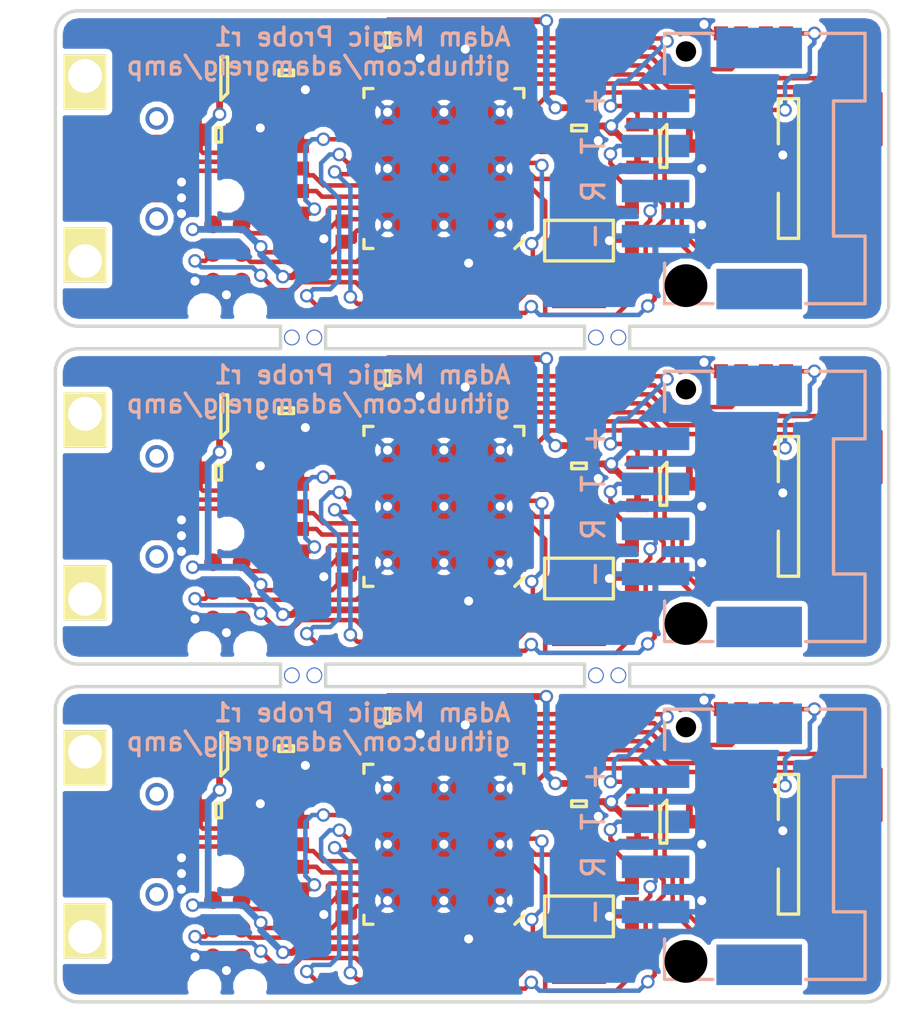
<source format=kicad_pcb>
(kicad_pcb (version 4) (host pcbnew 0.201512311516+6410~40~ubuntu14.04.1-stable)
  (layers (0 F.Cu signal) (31 B.Cu signal) (34 B.Paste user) (35 F.Paste user) (36 B.SilkS user) (37 F.SilkS user) (38 B.Mask user) (39 F.Mask user) (44 Edge.Cuts user))
  (net 0 "")
  (net 1 VDD)
  (net 2 GND)
  (net 3 "Net-(C7-Pad2)")
  (net 4 "Net-(C8-Pad2)")
  (net 5 "Net-(C9-Pad2)")
  (net 6 5v)
  (net 7 /NRST)
  (net 8 /RST)
  (net 9 /TDI)
  (net 10 /TMS)
  (net 11 /TCK)
  (net 12 /TDO)
  (net 13 "Net-(IC1-Pad19)")
  (net 14 /VBUS)
  (net 15 "Net-(IC1-Pad29)")
  (net 16 /TXD)
  (net 17 /RXD)
  (net 18 /SWDIO)
  (net 19 /SWCLK)
  (net 20 /USB_D-)
  (net 21 /USB_D+)
  (net 22 /TPWR)
  (net 23 /STM32_D-)
  (net 24 /STM32_D+)
  (module agg:0603 (layer F.Cu) (at 120.75 79.8 180)
    (fp_text reference C1)
    (fp_text value 4µ7)
    (pad 1 smd rect (at -0.8 0 180) (size 0.95 1) (layers F.Cu F.Paste F.Mask) (net 2 GND))
    (pad 2 smd rect (at 0.8 0 180) (size 0.95 1) (layers F.Cu F.Paste F.Mask) (net 1 VDD))
  )
  (module agg:QFN-48-EP-ST (layer F.Cu) (at 123.25 85.5 180)
    (fp_text reference IC1)
    (fp_text value STM32F103CBU6)
    (pad 1 smd rect (at -3.375 -2.75 180) (size 0.55 0.3) (layers F.Cu F.Paste F.Mask) (net 1 VDD))
    (pad 2 smd rect (at -3.375 -2.25 180) (size 0.55 0.3) (layers F.Cu F.Paste F.Mask))
    (pad 3 smd rect (at -3.375 -1.75 180) (size 0.55 0.3) (layers F.Cu F.Paste F.Mask))
    (pad 4 smd rect (at -3.375 -1.25 180) (size 0.55 0.3) (layers F.Cu F.Paste F.Mask))
    (pad 5 smd rect (at -3.375 -0.75 180) (size 0.55 0.3) (layers F.Cu F.Paste F.Mask) (net 3 "Net-(C7-Pad2)"))
    (pad 6 smd rect (at -3.375 -0.25 180) (size 0.55 0.3) (layers F.Cu F.Paste F.Mask) (net 5 "Net-(C9-Pad2)"))
    (pad 7 smd rect (at -3.375 0.25 180) (size 0.55 0.3) (layers F.Cu F.Paste F.Mask) (net 7 /NRST))
    (pad 8 smd rect (at -3.375 0.75 180) (size 0.55 0.3) (layers F.Cu F.Paste F.Mask) (net 2 GND))
    (pad 9 smd rect (at -3.375 1.25 180) (size 0.55 0.3) (layers F.Cu F.Paste F.Mask) (net 1 VDD))
    (pad 10 smd rect (at -3.375 1.75 180) (size 0.55 0.3) (layers F.Cu F.Paste F.Mask))
    (pad 11 smd rect (at -3.375 2.25 180) (size 0.55 0.3) (layers F.Cu F.Paste F.Mask))
    (pad 12 smd rect (at -3.375 2.75 180) (size 0.55 0.3) (layers F.Cu F.Paste F.Mask) (net 8 /RST))
    (pad 13 smd rect (at -2.75 3.375 180) (size 0.3 0.55) (layers F.Cu F.Paste F.Mask) (net 9 /TDI))
    (pad 14 smd rect (at -2.25 3.375 180) (size 0.3 0.55) (layers F.Cu F.Paste F.Mask) (net 10 /TMS))
    (pad 15 smd rect (at -1.75 3.375 180) (size 0.3 0.55) (layers F.Cu F.Paste F.Mask) (net 11 /TCK))
    (pad 16 smd rect (at -1.25 3.375 180) (size 0.3 0.55) (layers F.Cu F.Paste F.Mask) (net 12 /TDO))
    (pad 17 smd rect (at -0.75 3.375 180) (size 0.3 0.55) (layers F.Cu F.Paste F.Mask))
    (pad 18 smd rect (at -0.25 3.375 180) (size 0.3 0.55) (layers F.Cu F.Paste F.Mask) (net 4 "Net-(C8-Pad2)"))
    (pad 19 smd rect (at 0.25 3.375 180) (size 0.3 0.55) (layers F.Cu F.Paste F.Mask) (net 13 "Net-(IC1-Pad19)"))
    (pad 20 smd rect (at 0.75 3.375 180) (size 0.3 0.55) (layers F.Cu F.Paste F.Mask))
    (pad 21 smd rect (at 1.25 3.375 180) (size 0.3 0.55) (layers F.Cu F.Paste F.Mask))
    (pad 22 smd rect (at 1.75 3.375 180) (size 0.3 0.55) (layers F.Cu F.Paste F.Mask))
    (pad 23 smd rect (at 2.25 3.375 180) (size 0.3 0.55) (layers F.Cu F.Paste F.Mask) (net 2 GND))
    (pad 24 smd rect (at 2.75 3.375 180) (size 0.3 0.55) (layers F.Cu F.Paste F.Mask) (net 1 VDD))
    (pad 25 smd rect (at 3.375 2.75 180) (size 0.55 0.3) (layers F.Cu F.Paste F.Mask))
    (pad 26 smd rect (at 3.375 2.25 180) (size 0.55 0.3) (layers F.Cu F.Paste F.Mask) (net 14 /VBUS))
    (pad 27 smd rect (at 3.375 1.75 180) (size 0.55 0.3) (layers F.Cu F.Paste F.Mask))
    (pad 28 smd rect (at 3.375 1.25 180) (size 0.55 0.3) (layers F.Cu F.Paste F.Mask))
    (pad 29 smd rect (at 3.375 0.75 180) (size 0.55 0.3) (layers F.Cu F.Paste F.Mask) (net 15 "Net-(IC1-Pad29)"))
    (pad 30 smd rect (at 3.375 0.25 180) (size 0.55 0.3) (layers F.Cu F.Paste F.Mask) (net 16 /TXD))
    (pad 31 smd rect (at 3.375 -0.25 180) (size 0.55 0.3) (layers F.Cu F.Paste F.Mask) (net 17 /RXD))
    (pad 32 smd rect (at 3.375 -0.75 180) (size 0.55 0.3) (layers F.Cu F.Paste F.Mask) (net 23 /STM32_D-))
    (pad 33 smd rect (at 3.375 -1.25 180) (size 0.55 0.3) (layers F.Cu F.Paste F.Mask) (net 24 /STM32_D+))
    (pad 34 smd rect (at 3.375 -1.75 180) (size 0.55 0.3) (layers F.Cu F.Paste F.Mask) (net 18 /SWDIO))
    (pad 35 smd rect (at 3.375 -2.25 180) (size 0.55 0.3) (layers F.Cu F.Paste F.Mask) (net 2 GND))
    (pad 36 smd rect (at 3.375 -2.75 180) (size 0.55 0.3) (layers F.Cu F.Paste F.Mask) (net 1 VDD))
    (pad 37 smd rect (at 2.75 -3.375 180) (size 0.3 0.55) (layers F.Cu F.Paste F.Mask) (net 19 /SWCLK))
    (pad 38 smd rect (at 2.25 -3.375 180) (size 0.3 0.55) (layers F.Cu F.Paste F.Mask))
    (pad 39 smd rect (at 1.75 -3.375 180) (size 0.3 0.55) (layers F.Cu F.Paste F.Mask))
    (pad 40 smd rect (at 1.25 -3.375 180) (size 0.3 0.55) (layers F.Cu F.Paste F.Mask))
    (pad 41 smd rect (at 0.75 -3.375 180) (size 0.3 0.55) (layers F.Cu F.Paste F.Mask) (net 1 VDD))
    (pad 42 smd rect (at 0.25 -3.375 180) (size 0.3 0.55) (layers F.Cu F.Paste F.Mask))
    (pad 43 smd rect (at -0.25 -3.375 180) (size 0.3 0.55) (layers F.Cu F.Paste F.Mask))
    (pad 44 smd rect (at -0.75 -3.375 180) (size 0.3 0.55) (layers F.Cu F.Paste F.Mask) (net 2 GND))
    (pad 45 smd rect (at -1.25 -3.375 180) (size 0.3 0.55) (layers F.Cu F.Paste F.Mask))
    (pad 46 smd rect (at -1.75 -3.375 180) (size 0.3 0.55) (layers F.Cu F.Paste F.Mask))
    (pad 47 smd rect (at -2.25 -3.375 180) (size 0.3 0.55) (layers F.Cu F.Paste F.Mask) (net 2 GND))
    (pad 48 smd rect (at -2.75 -3.375 180) (size 0.3 0.55) (layers F.Cu F.Paste F.Mask) (net 1 VDD))
    (pad EP smd rect (at -1.25 -1.25 180) (size 2 2) (layers F.Cu F.Paste F.Mask) (net 2 GND))
    (pad EP smd rect (at -1.25 1.25 180) (size 2 2) (layers F.Cu F.Paste F.Mask) (net 2 GND))
    (pad EP smd rect (at 1.25 -1.25 180) (size 2 2) (layers F.Cu F.Paste F.Mask) (net 2 GND))
    (pad EP smd rect (at 1.25 1.25 180) (size 2 2) (layers F.Cu F.Paste F.Mask) (net 2 GND))
    (pad EP thru_hole circle (at -2.5 -2.5 180) (size 0.6 0.6) (drill 0.4) (layers *.Cu) (net 2 GND))
    (pad EP thru_hole circle (at -2.5 0 180) (size 0.6 0.6) (drill 0.4) (layers *.Cu) (net 2 GND))
    (pad EP thru_hole circle (at -2.5 2.5 180) (size 0.6 0.6) (drill 0.4) (layers *.Cu) (net 2 GND))
    (pad EP thru_hole circle (at 0 -2.5 180) (size 0.6 0.6) (drill 0.4) (layers *.Cu) (net 2 GND))
    (pad EP thru_hole circle (at 0 0 180) (size 0.6 0.6) (drill 0.4) (layers *.Cu) (net 2 GND))
    (pad EP thru_hole circle (at 0 2.5 180) (size 0.6 0.6) (drill 0.4) (layers *.Cu) (net 2 GND))
    (pad EP thru_hole circle (at 2.5 -2.5 180) (size 0.6 0.6) (drill 0.4) (layers *.Cu) (net 2 GND))
    (pad EP thru_hole circle (at 2.5 0 180) (size 0.6 0.6) (drill 0.4) (layers *.Cu) (net 2 GND))
    (pad EP thru_hole circle (at 2.5 2.5 180) (size 0.6 0.6) (drill 0.4) (layers *.Cu) (net 2 GND))
    (pad EP smd rect (at 0 0 180) (size 5.6 5.6) (layers F.Cu) (net 2 GND))
  )
  (module agg:0603 (layer F.Cu) (at 129.25 83.7 90)
    (fp_text reference C2)
    (fp_text value 1µ)
    (pad 1 smd rect (at -0.8 0 90) (size 0.95 1) (layers F.Cu F.Paste F.Mask) (net 2 GND))
    (pad 2 smd rect (at 0.8 0 90) (size 0.95 1) (layers F.Cu F.Paste F.Mask) (net 1 VDD))
  )
  (module agg:0402 (layer F.Cu) (at 120.75 81 180)
    (fp_text reference C3)
    (fp_text value 100n)
    (pad 1 smd rect (at -0.45 0 180) (size 0.62 0.62) (layers F.Cu F.Paste F.Mask) (net 2 GND))
    (pad 2 smd rect (at 0.45 0 180) (size 0.62 0.62) (layers F.Cu F.Paste F.Mask) (net 1 VDD))
  )
  (module agg:0402 (layer F.Cu) (at 125.75 90)
    (fp_text reference C4)
    (fp_text value 100n)
    (pad 1 smd rect (at -0.45 0) (size 0.62 0.62) (layers F.Cu F.Paste F.Mask) (net 2 GND))
    (pad 2 smd rect (at 0.45 0) (size 0.62 0.62) (layers F.Cu F.Paste F.Mask) (net 1 VDD))
  )
  (module agg:0402 (layer F.Cu) (at 118.75 88.3 270)
    (fp_text reference C5)
    (fp_text value 100n)
    (pad 1 smd rect (at -0.45 0 270) (size 0.62 0.62) (layers F.Cu F.Paste F.Mask) (net 2 GND))
    (pad 2 smd rect (at 0.45 0 270) (size 0.62 0.62) (layers F.Cu F.Paste F.Mask) (net 1 VDD))
  )
  (module agg:0402 (layer F.Cu) (at 127.8 84.1 90)
    (fp_text reference C6)
    (fp_text value 10n)
    (pad 1 smd rect (at -0.45 0 90) (size 0.62 0.62) (layers F.Cu F.Paste F.Mask) (net 2 GND))
    (pad 2 smd rect (at 0.45 0 90) (size 0.62 0.62) (layers F.Cu F.Paste F.Mask) (net 1 VDD))
  )
  (module agg:0402 (layer F.Cu) (at 131.6 89.7 270)
    (fp_text reference C7)
    (fp_text value 15p)
    (pad 1 smd rect (at -0.45 0 270) (size 0.62 0.62) (layers F.Cu F.Paste F.Mask) (net 2 GND))
    (pad 2 smd rect (at 0.45 0 270) (size 0.62 0.62) (layers F.Cu F.Paste F.Mask) (net 3 "Net-(C7-Pad2)"))
  )
  (module agg:0402 (layer F.Cu) (at 123.5 80.6 270)
    (fp_text reference C8)
    (fp_text value 100n)
    (pad 1 smd rect (at -0.45 0 270) (size 0.62 0.62) (layers F.Cu F.Paste F.Mask) (net 2 GND))
    (pad 2 smd rect (at 0.45 0 270) (size 0.62 0.62) (layers F.Cu F.Paste F.Mask) (net 4 "Net-(C8-Pad2)"))
  )
  (module agg:0402 (layer F.Cu) (at 131.6 87.7 90)
    (fp_text reference C9)
    (fp_text value 15p)
    (pad 1 smd rect (at -0.45 0 90) (size 0.62 0.62) (layers F.Cu F.Paste F.Mask) (net 2 GND))
    (pad 2 smd rect (at 0.45 0 90) (size 0.62 0.62) (layers F.Cu F.Paste F.Mask) (net 5 "Net-(C9-Pad2)"))
  )
  (module agg:0603 (layer F.Cu) (at 113.25 84 180)
    (fp_text reference C10)
    (fp_text value 1µ)
    (pad 1 smd rect (at -0.8 0 180) (size 0.95 1) (layers F.Cu F.Paste F.Mask) (net 2 GND))
    (pad 2 smd rect (at 0.8 0 180) (size 0.95 1) (layers F.Cu F.Paste F.Mask) (net 6 5v))
  )
  (module agg:SOT-23 (layer F.Cu) (at 113.5 81.5 180)
    (fp_text reference IC2)
    (fp_text value MCP1700)
    (pad 1 smd rect (at -1.15 -0.95 180) (size 1 0.6) (layers F.Cu F.Paste F.Mask) (net 2 GND))
    (pad 2 smd rect (at -1.15 0.95 180) (size 1 0.6) (layers F.Cu F.Paste F.Mask) (net 1 VDD))
    (pad 3 smd rect (at 1.15 0 180) (size 1 0.6) (layers F.Cu F.Paste F.Mask) (net 6 5v))
  )
  (module agg:MICROUSB_MOLEX_47589-0001 (layer F.Cu) (at 107.5 85.5)
    (fp_text reference J2)
    (fp_text value MICROUSB)
    (pad 1 smd rect (at 2.675 -1.3) (size 1.35 0.4) (layers F.Cu F.Paste F.Mask) (net 6 5v))
    (pad 2 smd rect (at 2.675 -0.65) (size 1.35 0.4) (layers F.Cu F.Paste F.Mask) (net 20 /USB_D-))
    (pad 3 smd rect (at 2.675 0) (size 1.35 0.4) (layers F.Cu F.Paste F.Mask) (net 21 /USB_D+))
    (pad 4 smd rect (at 2.675 0.65) (size 1.35 0.4) (layers F.Cu F.Paste F.Mask))
    (pad 5 smd rect (at 2.675 1.3) (size 1.35 0.4) (layers F.Cu F.Paste F.Mask) (net 2 GND))
    (pad "" thru_hole circle (at 3 -2.225) (size 1 1) (drill 0.65) (layers *.Cu *.Mask))
    (pad "" thru_hole circle (at 3 2.225) (size 1 1) (drill 0.65) (layers *.Cu *.Mask))
    (pad "" smd rect (at 0 -1.15) (size 1.8 1.8) (layers F.Cu F.Paste F.Mask))
    (pad "" smd rect (at 0 1.15) (size 1.8 1.8) (layers F.Cu F.Paste F.Mask))
    (pad "" thru_hole rect (at -0.18 4.11 180) (size 1.9 2.44) (drill 1.5 (offset 0 0.27)) (layers *.Cu F.SilkS F.Mask))
    (pad "" thru_hole rect (at -0.18 -4.11) (size 1.9 2.44) (drill 1.5 (offset 0 0.27)) (layers *.Cu F.SilkS F.Mask))
  )
  (module agg:TC2030-NL (layer F.Cu) (at 113.64 89.25 270)
    (fp_text reference P1)
    (fp_text value SWD_TC)
    (pad 1 smd circle (at -1.27 0.64 270) (size 0.787 0.787) (layers F.Cu F.Mask) (net 1 VDD))
    (pad 2 smd circle (at -1.27 -0.63 270) (size 0.787 0.787) (layers F.Cu F.Mask) (net 18 /SWDIO))
    (pad 3 smd circle (at 0 0.64 270) (size 0.787 0.787) (layers F.Cu F.Mask) (net 7 /NRST))
    (pad 4 smd circle (at 0 -0.63 270) (size 0.787 0.787) (layers F.Cu F.Mask) (net 19 /SWCLK))
    (pad 5 smd circle (at 1.27 0.64 270) (size 0.787 0.787) (layers F.Cu F.Mask) (net 2 GND))
    (pad 6 smd circle (at 1.27 -0.63 270) (size 0.787 0.787) (layers F.Cu F.Mask))
    (pad "" np_thru_hole circle (at -2.54 0.005 270) (size 1 1) (drill 1) (layers *.Cu *.Mask F.SilkS))
    (pad "" np_thru_hole circle (at 2.54 1.021 270) (size 1 1) (drill 1) (layers *.Cu *.Mask F.SilkS))
    (pad "" np_thru_hole circle (at 2.54 -1.011 270) (size 1 1) (drill 1) (layers *.Cu *.Mask F.SilkS))
  )
  (module agg:SOT-23 (layer F.Cu) (at 133 84.5)
    (fp_text reference Q1)
    (fp_text value FDV304P)
    (pad 1 smd rect (at -1.15 -0.95) (size 1 0.6) (layers F.Cu F.Paste F.Mask) (net 13 "Net-(IC1-Pad19)"))
    (pad 2 smd rect (at -1.15 0.95) (size 1 0.6) (layers F.Cu F.Paste F.Mask) (net 1 VDD))
    (pad 3 smd rect (at 1.15 0) (size 1 0.6) (layers F.Cu F.Paste F.Mask) (net 22 /TPWR))
  )
  (module agg:0402 (layer F.Cu) (at 116.5 84.5 180)
    (fp_text reference R1)
    (fp_text value 4k7)
    (pad 1 smd rect (at -0.45 0 180) (size 0.62 0.62) (layers F.Cu F.Paste F.Mask) (net 14 /VBUS))
    (pad 2 smd rect (at 0.45 0 180) (size 0.62 0.62) (layers F.Cu F.Paste F.Mask) (net 6 5v))
  )
  (module agg:0402 (layer F.Cu) (at 116.5 83.5)
    (fp_text reference R2)
    (fp_text value 10k)
    (pad 1 smd rect (at -0.45 0) (size 0.62 0.62) (layers F.Cu F.Paste F.Mask) (net 2 GND))
    (pad 2 smd rect (at 0.45 0) (size 0.62 0.62) (layers F.Cu F.Paste F.Mask) (net 14 /VBUS))
  )
  (module agg:0402 (layer F.Cu) (at 116.5 87.5 180)
    (fp_text reference R3)
    (fp_text value 1k5)
    (pad 1 smd rect (at -0.45 0 180) (size 0.62 0.62) (layers F.Cu F.Paste F.Mask) (net 15 "Net-(IC1-Pad29)"))
    (pad 2 smd rect (at 0.45 0 180) (size 0.62 0.62) (layers F.Cu F.Paste F.Mask) (net 21 /USB_D+))
  )
  (module agg:0402 (layer F.Cu) (at 116.5 85.5 180)
    (fp_text reference R4)
    (fp_text value 22)
    (pad 1 smd rect (at -0.45 0 180) (size 0.62 0.62) (layers F.Cu F.Paste F.Mask) (net 23 /STM32_D-))
    (pad 2 smd rect (at 0.45 0 180) (size 0.62 0.62) (layers F.Cu F.Paste F.Mask) (net 20 /USB_D-))
  )
  (module agg:0402 (layer F.Cu) (at 116.5 86.5 180)
    (fp_text reference R5)
    (fp_text value 22)
    (pad 1 smd rect (at -0.45 0 180) (size 0.62 0.62) (layers F.Cu F.Paste F.Mask) (net 24 /STM32_D+))
    (pad 2 smd rect (at 0.45 0 180) (size 0.62 0.62) (layers F.Cu F.Paste F.Mask) (net 21 /USB_D+))
  )
  (module agg:0402 (layer F.Cu) (at 138 79.5)
    (fp_text reference R6)
    (fp_text value 4k7)
    (pad 1 smd rect (at -0.45 0) (size 0.62 0.62) (layers F.Cu F.Paste F.Mask) (net 4 "Net-(C8-Pad2)"))
    (pad 2 smd rect (at 0.45 0) (size 0.62 0.62) (layers F.Cu F.Paste F.Mask) (net 22 /TPWR))
  )
  (module agg:0402 (layer F.Cu) (at 136 79.5)
    (fp_text reference R7)
    (fp_text value 10k)
    (pad 1 smd rect (at -0.45 0) (size 0.62 0.62) (layers F.Cu F.Paste F.Mask) (net 2 GND))
    (pad 2 smd rect (at 0.45 0) (size 0.62 0.62) (layers F.Cu F.Paste F.Mask) (net 4 "Net-(C8-Pad2)"))
  )
  (module agg:XTAL-50x32 (layer F.Cu) (at 129.25 88.7 90)
    (fp_text reference Y1)
    (fp_text value 8MHz)
    (pad 1 smd rect (at -2.05 0 90) (size 1.9 2.4) (layers F.Cu F.Paste F.Mask) (net 3 "Net-(C7-Pad2)"))
    (pad 2 smd rect (at 2.05 0 90) (size 1.9 2.4) (layers F.Cu F.Paste F.Mask) (net 5 "Net-(C9-Pad2)"))
  )
  (module agg:0603 (layer F.Cu) (at 116.25 81.25 90)
    (fp_text reference C11)
    (fp_text value 1µ)
    (pad 1 smd rect (at -0.8 0 90) (size 0.95 1) (layers F.Cu F.Paste F.Mask) (net 2 GND))
    (pad 2 smd rect (at 0.8 0 90) (size 0.95 1) (layers F.Cu F.Paste F.Mask) (net 1 VDD))
  )
  (module agg:SM04B-PASS (layer B.Cu) (at 134 85.5 90)
    (fp_text reference J1)
    (fp_text value SERIAL)
    (pad "" smd rect (at 5.35 3.25 90) (size 1.8 3.8) (layers B.Cu B.Paste B.Mask))
    (pad "" smd rect (at -5.35 3.25 90) (size 1.8 3.8) (layers B.Cu B.Paste B.Mask))
    (pad "" np_thru_hole circle (at 5.2 0 90) (size 0.9 0.9) (drill 0.9) (layers *.Mask))
    (pad "" np_thru_hole circle (at -5.2 0 90) (size 1.9 1.9) (drill 1.9) (layers *.Mask))
    (pad 1 smd rect (at 3 -1.35 90) (size 1 3) (layers B.Cu B.Paste B.Mask) (net 1 VDD))
    (pad 2 smd rect (at 1 -1.35 90) (size 1 3) (layers B.Cu B.Paste B.Mask) (net 16 /TXD))
    (pad 3 smd rect (at -1 -1.35 90) (size 1 3) (layers B.Cu B.Paste B.Mask) (net 17 /RXD))
    (pad 4 smd rect (at -3 -1.35 90) (size 1 3) (layers B.Cu B.Paste B.Mask) (net 2 GND))
  )
  (module agg:FTSH-105-01-L-DV-K (layer F.Cu) (at 138.5 85.5 270)
    (fp_text reference P2)
    (fp_text value SWD)
    (pad 1 smd rect (at -2.54 2.035 270) (size 0.74 2.79) (layers F.Cu F.Paste F.Mask) (net 22 /TPWR))
    (pad 2 smd rect (at -2.54 -2.035 270) (size 0.74 2.79) (layers F.Cu F.Paste F.Mask) (net 10 /TMS))
    (pad 3 smd rect (at -1.27 2.035 270) (size 0.74 2.79) (layers F.Cu F.Paste F.Mask) (net 2 GND))
    (pad 4 smd rect (at -1.27 -2.035 270) (size 0.74 2.79) (layers F.Cu F.Paste F.Mask) (net 11 /TCK))
    (pad 5 smd rect (at 0 2.035 270) (size 0.74 2.79) (layers F.Cu F.Paste F.Mask) (net 2 GND))
    (pad 6 smd rect (at 0 -2.035 270) (size 0.74 2.79) (layers F.Cu F.Paste F.Mask) (net 12 /TDO))
    (pad 7 smd rect (at 1.27 2.035 270) (size 0.74 2.79) (layers F.Cu F.Paste F.Mask))
    (pad 8 smd rect (at 1.27 -2.035 270) (size 0.74 2.79) (layers F.Cu F.Paste F.Mask) (net 9 /TDI))
    (pad 9 smd rect (at 2.54 2.035 270) (size 0.74 2.79) (layers F.Cu F.Paste F.Mask) (net 2 GND))
    (pad 10 smd rect (at 2.54 -2.035 270) (size 0.74 2.79) (layers F.Cu F.Paste F.Mask) (net 8 /RST))
  )
  (module agg:0603 (layer F.Cu) (at 120.75 94.8 180)
    (fp_text reference C1)
    (fp_text value 4µ7)
    (pad 1 smd rect (at -0.8 0 180) (size 0.95 1) (layers F.Cu F.Paste F.Mask) (net 2 GND))
    (pad 2 smd rect (at 0.8 0 180) (size 0.95 1) (layers F.Cu F.Paste F.Mask) (net 1 VDD))
  )
  (module agg:QFN-48-EP-ST (layer F.Cu) (at 123.25 100.5 180)
    (fp_text reference IC1)
    (fp_text value STM32F103CBU6)
    (pad 1 smd rect (at -3.375 -2.75 180) (size 0.55 0.3) (layers F.Cu F.Paste F.Mask) (net 1 VDD))
    (pad 2 smd rect (at -3.375 -2.25 180) (size 0.55 0.3) (layers F.Cu F.Paste F.Mask))
    (pad 3 smd rect (at -3.375 -1.75 180) (size 0.55 0.3) (layers F.Cu F.Paste F.Mask))
    (pad 4 smd rect (at -3.375 -1.25 180) (size 0.55 0.3) (layers F.Cu F.Paste F.Mask))
    (pad 5 smd rect (at -3.375 -0.75 180) (size 0.55 0.3) (layers F.Cu F.Paste F.Mask) (net 3 "Net-(C7-Pad2)"))
    (pad 6 smd rect (at -3.375 -0.25 180) (size 0.55 0.3) (layers F.Cu F.Paste F.Mask) (net 5 "Net-(C9-Pad2)"))
    (pad 7 smd rect (at -3.375 0.25 180) (size 0.55 0.3) (layers F.Cu F.Paste F.Mask) (net 7 /NRST))
    (pad 8 smd rect (at -3.375 0.75 180) (size 0.55 0.3) (layers F.Cu F.Paste F.Mask) (net 2 GND))
    (pad 9 smd rect (at -3.375 1.25 180) (size 0.55 0.3) (layers F.Cu F.Paste F.Mask) (net 1 VDD))
    (pad 10 smd rect (at -3.375 1.75 180) (size 0.55 0.3) (layers F.Cu F.Paste F.Mask))
    (pad 11 smd rect (at -3.375 2.25 180) (size 0.55 0.3) (layers F.Cu F.Paste F.Mask))
    (pad 12 smd rect (at -3.375 2.75 180) (size 0.55 0.3) (layers F.Cu F.Paste F.Mask) (net 8 /RST))
    (pad 13 smd rect (at -2.75 3.375 180) (size 0.3 0.55) (layers F.Cu F.Paste F.Mask) (net 9 /TDI))
    (pad 14 smd rect (at -2.25 3.375 180) (size 0.3 0.55) (layers F.Cu F.Paste F.Mask) (net 10 /TMS))
    (pad 15 smd rect (at -1.75 3.375 180) (size 0.3 0.55) (layers F.Cu F.Paste F.Mask) (net 11 /TCK))
    (pad 16 smd rect (at -1.25 3.375 180) (size 0.3 0.55) (layers F.Cu F.Paste F.Mask) (net 12 /TDO))
    (pad 17 smd rect (at -0.75 3.375 180) (size 0.3 0.55) (layers F.Cu F.Paste F.Mask))
    (pad 18 smd rect (at -0.25 3.375 180) (size 0.3 0.55) (layers F.Cu F.Paste F.Mask) (net 4 "Net-(C8-Pad2)"))
    (pad 19 smd rect (at 0.25 3.375 180) (size 0.3 0.55) (layers F.Cu F.Paste F.Mask) (net 13 "Net-(IC1-Pad19)"))
    (pad 20 smd rect (at 0.75 3.375 180) (size 0.3 0.55) (layers F.Cu F.Paste F.Mask))
    (pad 21 smd rect (at 1.25 3.375 180) (size 0.3 0.55) (layers F.Cu F.Paste F.Mask))
    (pad 22 smd rect (at 1.75 3.375 180) (size 0.3 0.55) (layers F.Cu F.Paste F.Mask))
    (pad 23 smd rect (at 2.25 3.375 180) (size 0.3 0.55) (layers F.Cu F.Paste F.Mask) (net 2 GND))
    (pad 24 smd rect (at 2.75 3.375 180) (size 0.3 0.55) (layers F.Cu F.Paste F.Mask) (net 1 VDD))
    (pad 25 smd rect (at 3.375 2.75 180) (size 0.55 0.3) (layers F.Cu F.Paste F.Mask))
    (pad 26 smd rect (at 3.375 2.25 180) (size 0.55 0.3) (layers F.Cu F.Paste F.Mask) (net 14 /VBUS))
    (pad 27 smd rect (at 3.375 1.75 180) (size 0.55 0.3) (layers F.Cu F.Paste F.Mask))
    (pad 28 smd rect (at 3.375 1.25 180) (size 0.55 0.3) (layers F.Cu F.Paste F.Mask))
    (pad 29 smd rect (at 3.375 0.75 180) (size 0.55 0.3) (layers F.Cu F.Paste F.Mask) (net 15 "Net-(IC1-Pad29)"))
    (pad 30 smd rect (at 3.375 0.25 180) (size 0.55 0.3) (layers F.Cu F.Paste F.Mask) (net 16 /TXD))
    (pad 31 smd rect (at 3.375 -0.25 180) (size 0.55 0.3) (layers F.Cu F.Paste F.Mask) (net 17 /RXD))
    (pad 32 smd rect (at 3.375 -0.75 180) (size 0.55 0.3) (layers F.Cu F.Paste F.Mask) (net 23 /STM32_D-))
    (pad 33 smd rect (at 3.375 -1.25 180) (size 0.55 0.3) (layers F.Cu F.Paste F.Mask) (net 24 /STM32_D+))
    (pad 34 smd rect (at 3.375 -1.75 180) (size 0.55 0.3) (layers F.Cu F.Paste F.Mask) (net 18 /SWDIO))
    (pad 35 smd rect (at 3.375 -2.25 180) (size 0.55 0.3) (layers F.Cu F.Paste F.Mask) (net 2 GND))
    (pad 36 smd rect (at 3.375 -2.75 180) (size 0.55 0.3) (layers F.Cu F.Paste F.Mask) (net 1 VDD))
    (pad 37 smd rect (at 2.75 -3.375 180) (size 0.3 0.55) (layers F.Cu F.Paste F.Mask) (net 19 /SWCLK))
    (pad 38 smd rect (at 2.25 -3.375 180) (size 0.3 0.55) (layers F.Cu F.Paste F.Mask))
    (pad 39 smd rect (at 1.75 -3.375 180) (size 0.3 0.55) (layers F.Cu F.Paste F.Mask))
    (pad 40 smd rect (at 1.25 -3.375 180) (size 0.3 0.55) (layers F.Cu F.Paste F.Mask))
    (pad 41 smd rect (at 0.75 -3.375 180) (size 0.3 0.55) (layers F.Cu F.Paste F.Mask) (net 1 VDD))
    (pad 42 smd rect (at 0.25 -3.375 180) (size 0.3 0.55) (layers F.Cu F.Paste F.Mask))
    (pad 43 smd rect (at -0.25 -3.375 180) (size 0.3 0.55) (layers F.Cu F.Paste F.Mask))
    (pad 44 smd rect (at -0.75 -3.375 180) (size 0.3 0.55) (layers F.Cu F.Paste F.Mask) (net 2 GND))
    (pad 45 smd rect (at -1.25 -3.375 180) (size 0.3 0.55) (layers F.Cu F.Paste F.Mask))
    (pad 46 smd rect (at -1.75 -3.375 180) (size 0.3 0.55) (layers F.Cu F.Paste F.Mask))
    (pad 47 smd rect (at -2.25 -3.375 180) (size 0.3 0.55) (layers F.Cu F.Paste F.Mask) (net 2 GND))
    (pad 48 smd rect (at -2.75 -3.375 180) (size 0.3 0.55) (layers F.Cu F.Paste F.Mask) (net 1 VDD))
    (pad EP smd rect (at -1.25 -1.25 180) (size 2 2) (layers F.Cu F.Paste F.Mask) (net 2 GND))
    (pad EP smd rect (at -1.25 1.25 180) (size 2 2) (layers F.Cu F.Paste F.Mask) (net 2 GND))
    (pad EP smd rect (at 1.25 -1.25 180) (size 2 2) (layers F.Cu F.Paste F.Mask) (net 2 GND))
    (pad EP smd rect (at 1.25 1.25 180) (size 2 2) (layers F.Cu F.Paste F.Mask) (net 2 GND))
    (pad EP thru_hole circle (at -2.5 -2.5 180) (size 0.6 0.6) (drill 0.4) (layers *.Cu) (net 2 GND))
    (pad EP thru_hole circle (at -2.5 0 180) (size 0.6 0.6) (drill 0.4) (layers *.Cu) (net 2 GND))
    (pad EP thru_hole circle (at -2.5 2.5 180) (size 0.6 0.6) (drill 0.4) (layers *.Cu) (net 2 GND))
    (pad EP thru_hole circle (at 0 -2.5 180) (size 0.6 0.6) (drill 0.4) (layers *.Cu) (net 2 GND))
    (pad EP thru_hole circle (at 0 0 180) (size 0.6 0.6) (drill 0.4) (layers *.Cu) (net 2 GND))
    (pad EP thru_hole circle (at 0 2.5 180) (size 0.6 0.6) (drill 0.4) (layers *.Cu) (net 2 GND))
    (pad EP thru_hole circle (at 2.5 -2.5 180) (size 0.6 0.6) (drill 0.4) (layers *.Cu) (net 2 GND))
    (pad EP thru_hole circle (at 2.5 0 180) (size 0.6 0.6) (drill 0.4) (layers *.Cu) (net 2 GND))
    (pad EP thru_hole circle (at 2.5 2.5 180) (size 0.6 0.6) (drill 0.4) (layers *.Cu) (net 2 GND))
    (pad EP smd rect (at 0 0 180) (size 5.6 5.6) (layers F.Cu) (net 2 GND))
  )
  (module agg:0603 (layer F.Cu) (at 129.25 98.7 90)
    (fp_text reference C2)
    (fp_text value 1µ)
    (pad 1 smd rect (at -0.8 0 90) (size 0.95 1) (layers F.Cu F.Paste F.Mask) (net 2 GND))
    (pad 2 smd rect (at 0.8 0 90) (size 0.95 1) (layers F.Cu F.Paste F.Mask) (net 1 VDD))
  )
  (module agg:0402 (layer F.Cu) (at 120.75 96 180)
    (fp_text reference C3)
    (fp_text value 100n)
    (pad 1 smd rect (at -0.45 0 180) (size 0.62 0.62) (layers F.Cu F.Paste F.Mask) (net 2 GND))
    (pad 2 smd rect (at 0.45 0 180) (size 0.62 0.62) (layers F.Cu F.Paste F.Mask) (net 1 VDD))
  )
  (module agg:0402 (layer F.Cu) (at 125.75 105)
    (fp_text reference C4)
    (fp_text value 100n)
    (pad 1 smd rect (at -0.45 0) (size 0.62 0.62) (layers F.Cu F.Paste F.Mask) (net 2 GND))
    (pad 2 smd rect (at 0.45 0) (size 0.62 0.62) (layers F.Cu F.Paste F.Mask) (net 1 VDD))
  )
  (module agg:0402 (layer F.Cu) (at 118.75 103.3 270)
    (fp_text reference C5)
    (fp_text value 100n)
    (pad 1 smd rect (at -0.45 0 270) (size 0.62 0.62) (layers F.Cu F.Paste F.Mask) (net 2 GND))
    (pad 2 smd rect (at 0.45 0 270) (size 0.62 0.62) (layers F.Cu F.Paste F.Mask) (net 1 VDD))
  )
  (module agg:0402 (layer F.Cu) (at 127.8 99.1 90)
    (fp_text reference C6)
    (fp_text value 10n)
    (pad 1 smd rect (at -0.45 0 90) (size 0.62 0.62) (layers F.Cu F.Paste F.Mask) (net 2 GND))
    (pad 2 smd rect (at 0.45 0 90) (size 0.62 0.62) (layers F.Cu F.Paste F.Mask) (net 1 VDD))
  )
  (module agg:0402 (layer F.Cu) (at 131.6 104.7 270)
    (fp_text reference C7)
    (fp_text value 15p)
    (pad 1 smd rect (at -0.45 0 270) (size 0.62 0.62) (layers F.Cu F.Paste F.Mask) (net 2 GND))
    (pad 2 smd rect (at 0.45 0 270) (size 0.62 0.62) (layers F.Cu F.Paste F.Mask) (net 3 "Net-(C7-Pad2)"))
  )
  (module agg:0402 (layer F.Cu) (at 123.5 95.6 270)
    (fp_text reference C8)
    (fp_text value 100n)
    (pad 1 smd rect (at -0.45 0 270) (size 0.62 0.62) (layers F.Cu F.Paste F.Mask) (net 2 GND))
    (pad 2 smd rect (at 0.45 0 270) (size 0.62 0.62) (layers F.Cu F.Paste F.Mask) (net 4 "Net-(C8-Pad2)"))
  )
  (module agg:0402 (layer F.Cu) (at 131.6 102.7 90)
    (fp_text reference C9)
    (fp_text value 15p)
    (pad 1 smd rect (at -0.45 0 90) (size 0.62 0.62) (layers F.Cu F.Paste F.Mask) (net 2 GND))
    (pad 2 smd rect (at 0.45 0 90) (size 0.62 0.62) (layers F.Cu F.Paste F.Mask) (net 5 "Net-(C9-Pad2)"))
  )
  (module agg:0603 (layer F.Cu) (at 113.25 99 180)
    (fp_text reference C10)
    (fp_text value 1µ)
    (pad 1 smd rect (at -0.8 0 180) (size 0.95 1) (layers F.Cu F.Paste F.Mask) (net 2 GND))
    (pad 2 smd rect (at 0.8 0 180) (size 0.95 1) (layers F.Cu F.Paste F.Mask) (net 6 5v))
  )
  (module agg:SOT-23 (layer F.Cu) (at 113.5 96.5 180)
    (fp_text reference IC2)
    (fp_text value MCP1700)
    (pad 1 smd rect (at -1.15 -0.95 180) (size 1 0.6) (layers F.Cu F.Paste F.Mask) (net 2 GND))
    (pad 2 smd rect (at -1.15 0.95 180) (size 1 0.6) (layers F.Cu F.Paste F.Mask) (net 1 VDD))
    (pad 3 smd rect (at 1.15 0 180) (size 1 0.6) (layers F.Cu F.Paste F.Mask) (net 6 5v))
  )
  (module agg:MICROUSB_MOLEX_47589-0001 (layer F.Cu) (at 107.5 100.5)
    (fp_text reference J2)
    (fp_text value MICROUSB)
    (pad 1 smd rect (at 2.675 -1.3) (size 1.35 0.4) (layers F.Cu F.Paste F.Mask) (net 6 5v))
    (pad 2 smd rect (at 2.675 -0.65) (size 1.35 0.4) (layers F.Cu F.Paste F.Mask) (net 20 /USB_D-))
    (pad 3 smd rect (at 2.675 0) (size 1.35 0.4) (layers F.Cu F.Paste F.Mask) (net 21 /USB_D+))
    (pad 4 smd rect (at 2.675 0.65) (size 1.35 0.4) (layers F.Cu F.Paste F.Mask))
    (pad 5 smd rect (at 2.675 1.3) (size 1.35 0.4) (layers F.Cu F.Paste F.Mask) (net 2 GND))
    (pad "" thru_hole circle (at 3 -2.225) (size 1 1) (drill 0.65) (layers *.Cu *.Mask))
    (pad "" thru_hole circle (at 3 2.225) (size 1 1) (drill 0.65) (layers *.Cu *.Mask))
    (pad "" smd rect (at 0 -1.15) (size 1.8 1.8) (layers F.Cu F.Paste F.Mask))
    (pad "" smd rect (at 0 1.15) (size 1.8 1.8) (layers F.Cu F.Paste F.Mask))
    (pad "" thru_hole rect (at -0.18 4.11 180) (size 1.9 2.44) (drill 1.5 (offset 0 0.27)) (layers *.Cu F.SilkS F.Mask))
    (pad "" thru_hole rect (at -0.18 -4.11) (size 1.9 2.44) (drill 1.5 (offset 0 0.27)) (layers *.Cu F.SilkS F.Mask))
  )
  (module agg:TC2030-NL (layer F.Cu) (at 113.64 104.25 270)
    (fp_text reference P1)
    (fp_text value SWD_TC)
    (pad 1 smd circle (at -1.27 0.64 270) (size 0.787 0.787) (layers F.Cu F.Mask) (net 1 VDD))
    (pad 2 smd circle (at -1.27 -0.63 270) (size 0.787 0.787) (layers F.Cu F.Mask) (net 18 /SWDIO))
    (pad 3 smd circle (at 0 0.64 270) (size 0.787 0.787) (layers F.Cu F.Mask) (net 7 /NRST))
    (pad 4 smd circle (at 0 -0.63 270) (size 0.787 0.787) (layers F.Cu F.Mask) (net 19 /SWCLK))
    (pad 5 smd circle (at 1.27 0.64 270) (size 0.787 0.787) (layers F.Cu F.Mask) (net 2 GND))
    (pad 6 smd circle (at 1.27 -0.63 270) (size 0.787 0.787) (layers F.Cu F.Mask))
    (pad "" np_thru_hole circle (at -2.54 0.005 270) (size 1 1) (drill 1) (layers *.Cu *.Mask F.SilkS))
    (pad "" np_thru_hole circle (at 2.54 1.021 270) (size 1 1) (drill 1) (layers *.Cu *.Mask F.SilkS))
    (pad "" np_thru_hole circle (at 2.54 -1.011 270) (size 1 1) (drill 1) (layers *.Cu *.Mask F.SilkS))
  )
  (module agg:SOT-23 (layer F.Cu) (at 133 99.5)
    (fp_text reference Q1)
    (fp_text value FDV304P)
    (pad 1 smd rect (at -1.15 -0.95) (size 1 0.6) (layers F.Cu F.Paste F.Mask) (net 13 "Net-(IC1-Pad19)"))
    (pad 2 smd rect (at -1.15 0.95) (size 1 0.6) (layers F.Cu F.Paste F.Mask) (net 1 VDD))
    (pad 3 smd rect (at 1.15 0) (size 1 0.6) (layers F.Cu F.Paste F.Mask) (net 22 /TPWR))
  )
  (module agg:0402 (layer F.Cu) (at 116.5 99.5 180)
    (fp_text reference R1)
    (fp_text value 4k7)
    (pad 1 smd rect (at -0.45 0 180) (size 0.62 0.62) (layers F.Cu F.Paste F.Mask) (net 14 /VBUS))
    (pad 2 smd rect (at 0.45 0 180) (size 0.62 0.62) (layers F.Cu F.Paste F.Mask) (net 6 5v))
  )
  (module agg:0402 (layer F.Cu) (at 116.5 98.5)
    (fp_text reference R2)
    (fp_text value 10k)
    (pad 1 smd rect (at -0.45 0) (size 0.62 0.62) (layers F.Cu F.Paste F.Mask) (net 2 GND))
    (pad 2 smd rect (at 0.45 0) (size 0.62 0.62) (layers F.Cu F.Paste F.Mask) (net 14 /VBUS))
  )
  (module agg:0402 (layer F.Cu) (at 116.5 102.5 180)
    (fp_text reference R3)
    (fp_text value 1k5)
    (pad 1 smd rect (at -0.45 0 180) (size 0.62 0.62) (layers F.Cu F.Paste F.Mask) (net 15 "Net-(IC1-Pad29)"))
    (pad 2 smd rect (at 0.45 0 180) (size 0.62 0.62) (layers F.Cu F.Paste F.Mask) (net 21 /USB_D+))
  )
  (module agg:0402 (layer F.Cu) (at 116.5 100.5 180)
    (fp_text reference R4)
    (fp_text value 22)
    (pad 1 smd rect (at -0.45 0 180) (size 0.62 0.62) (layers F.Cu F.Paste F.Mask) (net 23 /STM32_D-))
    (pad 2 smd rect (at 0.45 0 180) (size 0.62 0.62) (layers F.Cu F.Paste F.Mask) (net 20 /USB_D-))
  )
  (module agg:0402 (layer F.Cu) (at 116.5 101.5 180)
    (fp_text reference R5)
    (fp_text value 22)
    (pad 1 smd rect (at -0.45 0 180) (size 0.62 0.62) (layers F.Cu F.Paste F.Mask) (net 24 /STM32_D+))
    (pad 2 smd rect (at 0.45 0 180) (size 0.62 0.62) (layers F.Cu F.Paste F.Mask) (net 21 /USB_D+))
  )
  (module agg:0402 (layer F.Cu) (at 138 94.5)
    (fp_text reference R6)
    (fp_text value 4k7)
    (pad 1 smd rect (at -0.45 0) (size 0.62 0.62) (layers F.Cu F.Paste F.Mask) (net 4 "Net-(C8-Pad2)"))
    (pad 2 smd rect (at 0.45 0) (size 0.62 0.62) (layers F.Cu F.Paste F.Mask) (net 22 /TPWR))
  )
  (module agg:0402 (layer F.Cu) (at 136 94.5)
    (fp_text reference R7)
    (fp_text value 10k)
    (pad 1 smd rect (at -0.45 0) (size 0.62 0.62) (layers F.Cu F.Paste F.Mask) (net 2 GND))
    (pad 2 smd rect (at 0.45 0) (size 0.62 0.62) (layers F.Cu F.Paste F.Mask) (net 4 "Net-(C8-Pad2)"))
  )
  (module agg:XTAL-50x32 (layer F.Cu) (at 129.25 103.7 90)
    (fp_text reference Y1)
    (fp_text value 8MHz)
    (pad 1 smd rect (at -2.05 0 90) (size 1.9 2.4) (layers F.Cu F.Paste F.Mask) (net 3 "Net-(C7-Pad2)"))
    (pad 2 smd rect (at 2.05 0 90) (size 1.9 2.4) (layers F.Cu F.Paste F.Mask) (net 5 "Net-(C9-Pad2)"))
  )
  (module agg:0603 (layer F.Cu) (at 116.25 96.25 90)
    (fp_text reference C11)
    (fp_text value 1µ)
    (pad 1 smd rect (at -0.8 0 90) (size 0.95 1) (layers F.Cu F.Paste F.Mask) (net 2 GND))
    (pad 2 smd rect (at 0.8 0 90) (size 0.95 1) (layers F.Cu F.Paste F.Mask) (net 1 VDD))
  )
  (module agg:SM04B-PASS (layer B.Cu) (at 134 100.5 90)
    (fp_text reference J1)
    (fp_text value SERIAL)
    (pad "" smd rect (at 5.35 3.25 90) (size 1.8 3.8) (layers B.Cu B.Paste B.Mask))
    (pad "" smd rect (at -5.35 3.25 90) (size 1.8 3.8) (layers B.Cu B.Paste B.Mask))
    (pad "" np_thru_hole circle (at 5.2 0 90) (size 0.9 0.9) (drill 0.9) (layers *.Mask))
    (pad "" np_thru_hole circle (at -5.2 0 90) (size 1.9 1.9) (drill 1.9) (layers *.Mask))
    (pad 1 smd rect (at 3 -1.35 90) (size 1 3) (layers B.Cu B.Paste B.Mask) (net 1 VDD))
    (pad 2 smd rect (at 1 -1.35 90) (size 1 3) (layers B.Cu B.Paste B.Mask) (net 16 /TXD))
    (pad 3 smd rect (at -1 -1.35 90) (size 1 3) (layers B.Cu B.Paste B.Mask) (net 17 /RXD))
    (pad 4 smd rect (at -3 -1.35 90) (size 1 3) (layers B.Cu B.Paste B.Mask) (net 2 GND))
  )
  (module agg:FTSH-105-01-L-DV-K (layer F.Cu) (at 138.5 100.5 270)
    (fp_text reference P2)
    (fp_text value SWD)
    (pad 1 smd rect (at -2.54 2.035 270) (size 0.74 2.79) (layers F.Cu F.Paste F.Mask) (net 22 /TPWR))
    (pad 2 smd rect (at -2.54 -2.035 270) (size 0.74 2.79) (layers F.Cu F.Paste F.Mask) (net 10 /TMS))
    (pad 3 smd rect (at -1.27 2.035 270) (size 0.74 2.79) (layers F.Cu F.Paste F.Mask) (net 2 GND))
    (pad 4 smd rect (at -1.27 -2.035 270) (size 0.74 2.79) (layers F.Cu F.Paste F.Mask) (net 11 /TCK))
    (pad 5 smd rect (at 0 2.035 270) (size 0.74 2.79) (layers F.Cu F.Paste F.Mask) (net 2 GND))
    (pad 6 smd rect (at 0 -2.035 270) (size 0.74 2.79) (layers F.Cu F.Paste F.Mask) (net 12 /TDO))
    (pad 7 smd rect (at 1.27 2.035 270) (size 0.74 2.79) (layers F.Cu F.Paste F.Mask))
    (pad 8 smd rect (at 1.27 -2.035 270) (size 0.74 2.79) (layers F.Cu F.Paste F.Mask) (net 9 /TDI))
    (pad 9 smd rect (at 2.54 2.035 270) (size 0.74 2.79) (layers F.Cu F.Paste F.Mask) (net 2 GND))
    (pad 10 smd rect (at 2.54 -2.035 270) (size 0.74 2.79) (layers F.Cu F.Paste F.Mask) (net 8 /RST))
  )
  (module agg:0603 (layer F.Cu) (at 120.75 109.8 180)
    (fp_text reference C1)
    (fp_text value 4µ7)
    (pad 1 smd rect (at -0.8 0 180) (size 0.95 1) (layers F.Cu F.Paste F.Mask) (net 2 GND))
    (pad 2 smd rect (at 0.8 0 180) (size 0.95 1) (layers F.Cu F.Paste F.Mask) (net 1 VDD))
  )
  (module agg:QFN-48-EP-ST (layer F.Cu) (at 123.25 115.5 180)
    (fp_text reference IC1)
    (fp_text value STM32F103CBU6)
    (pad 1 smd rect (at -3.375 -2.75 180) (size 0.55 0.3) (layers F.Cu F.Paste F.Mask) (net 1 VDD))
    (pad 2 smd rect (at -3.375 -2.25 180) (size 0.55 0.3) (layers F.Cu F.Paste F.Mask))
    (pad 3 smd rect (at -3.375 -1.75 180) (size 0.55 0.3) (layers F.Cu F.Paste F.Mask))
    (pad 4 smd rect (at -3.375 -1.25 180) (size 0.55 0.3) (layers F.Cu F.Paste F.Mask))
    (pad 5 smd rect (at -3.375 -0.75 180) (size 0.55 0.3) (layers F.Cu F.Paste F.Mask) (net 3 "Net-(C7-Pad2)"))
    (pad 6 smd rect (at -3.375 -0.25 180) (size 0.55 0.3) (layers F.Cu F.Paste F.Mask) (net 5 "Net-(C9-Pad2)"))
    (pad 7 smd rect (at -3.375 0.25 180) (size 0.55 0.3) (layers F.Cu F.Paste F.Mask) (net 7 /NRST))
    (pad 8 smd rect (at -3.375 0.75 180) (size 0.55 0.3) (layers F.Cu F.Paste F.Mask) (net 2 GND))
    (pad 9 smd rect (at -3.375 1.25 180) (size 0.55 0.3) (layers F.Cu F.Paste F.Mask) (net 1 VDD))
    (pad 10 smd rect (at -3.375 1.75 180) (size 0.55 0.3) (layers F.Cu F.Paste F.Mask))
    (pad 11 smd rect (at -3.375 2.25 180) (size 0.55 0.3) (layers F.Cu F.Paste F.Mask))
    (pad 12 smd rect (at -3.375 2.75 180) (size 0.55 0.3) (layers F.Cu F.Paste F.Mask) (net 8 /RST))
    (pad 13 smd rect (at -2.75 3.375 180) (size 0.3 0.55) (layers F.Cu F.Paste F.Mask) (net 9 /TDI))
    (pad 14 smd rect (at -2.25 3.375 180) (size 0.3 0.55) (layers F.Cu F.Paste F.Mask) (net 10 /TMS))
    (pad 15 smd rect (at -1.75 3.375 180) (size 0.3 0.55) (layers F.Cu F.Paste F.Mask) (net 11 /TCK))
    (pad 16 smd rect (at -1.25 3.375 180) (size 0.3 0.55) (layers F.Cu F.Paste F.Mask) (net 12 /TDO))
    (pad 17 smd rect (at -0.75 3.375 180) (size 0.3 0.55) (layers F.Cu F.Paste F.Mask))
    (pad 18 smd rect (at -0.25 3.375 180) (size 0.3 0.55) (layers F.Cu F.Paste F.Mask) (net 4 "Net-(C8-Pad2)"))
    (pad 19 smd rect (at 0.25 3.375 180) (size 0.3 0.55) (layers F.Cu F.Paste F.Mask) (net 13 "Net-(IC1-Pad19)"))
    (pad 20 smd rect (at 0.75 3.375 180) (size 0.3 0.55) (layers F.Cu F.Paste F.Mask))
    (pad 21 smd rect (at 1.25 3.375 180) (size 0.3 0.55) (layers F.Cu F.Paste F.Mask))
    (pad 22 smd rect (at 1.75 3.375 180) (size 0.3 0.55) (layers F.Cu F.Paste F.Mask))
    (pad 23 smd rect (at 2.25 3.375 180) (size 0.3 0.55) (layers F.Cu F.Paste F.Mask) (net 2 GND))
    (pad 24 smd rect (at 2.75 3.375 180) (size 0.3 0.55) (layers F.Cu F.Paste F.Mask) (net 1 VDD))
    (pad 25 smd rect (at 3.375 2.75 180) (size 0.55 0.3) (layers F.Cu F.Paste F.Mask))
    (pad 26 smd rect (at 3.375 2.25 180) (size 0.55 0.3) (layers F.Cu F.Paste F.Mask) (net 14 /VBUS))
    (pad 27 smd rect (at 3.375 1.75 180) (size 0.55 0.3) (layers F.Cu F.Paste F.Mask))
    (pad 28 smd rect (at 3.375 1.25 180) (size 0.55 0.3) (layers F.Cu F.Paste F.Mask))
    (pad 29 smd rect (at 3.375 0.75 180) (size 0.55 0.3) (layers F.Cu F.Paste F.Mask) (net 15 "Net-(IC1-Pad29)"))
    (pad 30 smd rect (at 3.375 0.25 180) (size 0.55 0.3) (layers F.Cu F.Paste F.Mask) (net 16 /TXD))
    (pad 31 smd rect (at 3.375 -0.25 180) (size 0.55 0.3) (layers F.Cu F.Paste F.Mask) (net 17 /RXD))
    (pad 32 smd rect (at 3.375 -0.75 180) (size 0.55 0.3) (layers F.Cu F.Paste F.Mask) (net 23 /STM32_D-))
    (pad 33 smd rect (at 3.375 -1.25 180) (size 0.55 0.3) (layers F.Cu F.Paste F.Mask) (net 24 /STM32_D+))
    (pad 34 smd rect (at 3.375 -1.75 180) (size 0.55 0.3) (layers F.Cu F.Paste F.Mask) (net 18 /SWDIO))
    (pad 35 smd rect (at 3.375 -2.25 180) (size 0.55 0.3) (layers F.Cu F.Paste F.Mask) (net 2 GND))
    (pad 36 smd rect (at 3.375 -2.75 180) (size 0.55 0.3) (layers F.Cu F.Paste F.Mask) (net 1 VDD))
    (pad 37 smd rect (at 2.75 -3.375 180) (size 0.3 0.55) (layers F.Cu F.Paste F.Mask) (net 19 /SWCLK))
    (pad 38 smd rect (at 2.25 -3.375 180) (size 0.3 0.55) (layers F.Cu F.Paste F.Mask))
    (pad 39 smd rect (at 1.75 -3.375 180) (size 0.3 0.55) (layers F.Cu F.Paste F.Mask))
    (pad 40 smd rect (at 1.25 -3.375 180) (size 0.3 0.55) (layers F.Cu F.Paste F.Mask))
    (pad 41 smd rect (at 0.75 -3.375 180) (size 0.3 0.55) (layers F.Cu F.Paste F.Mask) (net 1 VDD))
    (pad 42 smd rect (at 0.25 -3.375 180) (size 0.3 0.55) (layers F.Cu F.Paste F.Mask))
    (pad 43 smd rect (at -0.25 -3.375 180) (size 0.3 0.55) (layers F.Cu F.Paste F.Mask))
    (pad 44 smd rect (at -0.75 -3.375 180) (size 0.3 0.55) (layers F.Cu F.Paste F.Mask) (net 2 GND))
    (pad 45 smd rect (at -1.25 -3.375 180) (size 0.3 0.55) (layers F.Cu F.Paste F.Mask))
    (pad 46 smd rect (at -1.75 -3.375 180) (size 0.3 0.55) (layers F.Cu F.Paste F.Mask))
    (pad 47 smd rect (at -2.25 -3.375 180) (size 0.3 0.55) (layers F.Cu F.Paste F.Mask) (net 2 GND))
    (pad 48 smd rect (at -2.75 -3.375 180) (size 0.3 0.55) (layers F.Cu F.Paste F.Mask) (net 1 VDD))
    (pad EP smd rect (at -1.25 -1.25 180) (size 2 2) (layers F.Cu F.Paste F.Mask) (net 2 GND))
    (pad EP smd rect (at -1.25 1.25 180) (size 2 2) (layers F.Cu F.Paste F.Mask) (net 2 GND))
    (pad EP smd rect (at 1.25 -1.25 180) (size 2 2) (layers F.Cu F.Paste F.Mask) (net 2 GND))
    (pad EP smd rect (at 1.25 1.25 180) (size 2 2) (layers F.Cu F.Paste F.Mask) (net 2 GND))
    (pad EP thru_hole circle (at -2.5 -2.5 180) (size 0.6 0.6) (drill 0.4) (layers *.Cu) (net 2 GND))
    (pad EP thru_hole circle (at -2.5 0 180) (size 0.6 0.6) (drill 0.4) (layers *.Cu) (net 2 GND))
    (pad EP thru_hole circle (at -2.5 2.5 180) (size 0.6 0.6) (drill 0.4) (layers *.Cu) (net 2 GND))
    (pad EP thru_hole circle (at 0 -2.5 180) (size 0.6 0.6) (drill 0.4) (layers *.Cu) (net 2 GND))
    (pad EP thru_hole circle (at 0 0 180) (size 0.6 0.6) (drill 0.4) (layers *.Cu) (net 2 GND))
    (pad EP thru_hole circle (at 0 2.5 180) (size 0.6 0.6) (drill 0.4) (layers *.Cu) (net 2 GND))
    (pad EP thru_hole circle (at 2.5 -2.5 180) (size 0.6 0.6) (drill 0.4) (layers *.Cu) (net 2 GND))
    (pad EP thru_hole circle (at 2.5 0 180) (size 0.6 0.6) (drill 0.4) (layers *.Cu) (net 2 GND))
    (pad EP thru_hole circle (at 2.5 2.5 180) (size 0.6 0.6) (drill 0.4) (layers *.Cu) (net 2 GND))
    (pad EP smd rect (at 0 0 180) (size 5.6 5.6) (layers F.Cu) (net 2 GND))
  )
  (module agg:0603 (layer F.Cu) (at 129.25 113.7 90)
    (fp_text reference C2)
    (fp_text value 1µ)
    (pad 1 smd rect (at -0.8 0 90) (size 0.95 1) (layers F.Cu F.Paste F.Mask) (net 2 GND))
    (pad 2 smd rect (at 0.8 0 90) (size 0.95 1) (layers F.Cu F.Paste F.Mask) (net 1 VDD))
  )
  (module agg:0402 (layer F.Cu) (at 120.75 111 180)
    (fp_text reference C3)
    (fp_text value 100n)
    (pad 1 smd rect (at -0.45 0 180) (size 0.62 0.62) (layers F.Cu F.Paste F.Mask) (net 2 GND))
    (pad 2 smd rect (at 0.45 0 180) (size 0.62 0.62) (layers F.Cu F.Paste F.Mask) (net 1 VDD))
  )
  (module agg:0402 (layer F.Cu) (at 125.75 120)
    (fp_text reference C4)
    (fp_text value 100n)
    (pad 1 smd rect (at -0.45 0) (size 0.62 0.62) (layers F.Cu F.Paste F.Mask) (net 2 GND))
    (pad 2 smd rect (at 0.45 0) (size 0.62 0.62) (layers F.Cu F.Paste F.Mask) (net 1 VDD))
  )
  (module agg:0402 (layer F.Cu) (at 118.75 118.3 270)
    (fp_text reference C5)
    (fp_text value 100n)
    (pad 1 smd rect (at -0.45 0 270) (size 0.62 0.62) (layers F.Cu F.Paste F.Mask) (net 2 GND))
    (pad 2 smd rect (at 0.45 0 270) (size 0.62 0.62) (layers F.Cu F.Paste F.Mask) (net 1 VDD))
  )
  (module agg:0402 (layer F.Cu) (at 127.8 114.1 90)
    (fp_text reference C6)
    (fp_text value 10n)
    (pad 1 smd rect (at -0.45 0 90) (size 0.62 0.62) (layers F.Cu F.Paste F.Mask) (net 2 GND))
    (pad 2 smd rect (at 0.45 0 90) (size 0.62 0.62) (layers F.Cu F.Paste F.Mask) (net 1 VDD))
  )
  (module agg:0402 (layer F.Cu) (at 131.6 119.7 270)
    (fp_text reference C7)
    (fp_text value 15p)
    (pad 1 smd rect (at -0.45 0 270) (size 0.62 0.62) (layers F.Cu F.Paste F.Mask) (net 2 GND))
    (pad 2 smd rect (at 0.45 0 270) (size 0.62 0.62) (layers F.Cu F.Paste F.Mask) (net 3 "Net-(C7-Pad2)"))
  )
  (module agg:0402 (layer F.Cu) (at 123.5 110.6 270)
    (fp_text reference C8)
    (fp_text value 100n)
    (pad 1 smd rect (at -0.45 0 270) (size 0.62 0.62) (layers F.Cu F.Paste F.Mask) (net 2 GND))
    (pad 2 smd rect (at 0.45 0 270) (size 0.62 0.62) (layers F.Cu F.Paste F.Mask) (net 4 "Net-(C8-Pad2)"))
  )
  (module agg:0402 (layer F.Cu) (at 131.6 117.7 90)
    (fp_text reference C9)
    (fp_text value 15p)
    (pad 1 smd rect (at -0.45 0 90) (size 0.62 0.62) (layers F.Cu F.Paste F.Mask) (net 2 GND))
    (pad 2 smd rect (at 0.45 0 90) (size 0.62 0.62) (layers F.Cu F.Paste F.Mask) (net 5 "Net-(C9-Pad2)"))
  )
  (module agg:0603 (layer F.Cu) (at 113.25 114 180)
    (fp_text reference C10)
    (fp_text value 1µ)
    (pad 1 smd rect (at -0.8 0 180) (size 0.95 1) (layers F.Cu F.Paste F.Mask) (net 2 GND))
    (pad 2 smd rect (at 0.8 0 180) (size 0.95 1) (layers F.Cu F.Paste F.Mask) (net 6 5v))
  )
  (module agg:SOT-23 (layer F.Cu) (at 113.5 111.5 180)
    (fp_text reference IC2)
    (fp_text value MCP1700)
    (pad 1 smd rect (at -1.15 -0.95 180) (size 1 0.6) (layers F.Cu F.Paste F.Mask) (net 2 GND))
    (pad 2 smd rect (at -1.15 0.95 180) (size 1 0.6) (layers F.Cu F.Paste F.Mask) (net 1 VDD))
    (pad 3 smd rect (at 1.15 0 180) (size 1 0.6) (layers F.Cu F.Paste F.Mask) (net 6 5v))
  )
  (module agg:MICROUSB_MOLEX_47589-0001 (layer F.Cu) (at 107.5 115.5)
    (fp_text reference J2)
    (fp_text value MICROUSB)
    (pad 1 smd rect (at 2.675 -1.3) (size 1.35 0.4) (layers F.Cu F.Paste F.Mask) (net 6 5v))
    (pad 2 smd rect (at 2.675 -0.65) (size 1.35 0.4) (layers F.Cu F.Paste F.Mask) (net 20 /USB_D-))
    (pad 3 smd rect (at 2.675 0) (size 1.35 0.4) (layers F.Cu F.Paste F.Mask) (net 21 /USB_D+))
    (pad 4 smd rect (at 2.675 0.65) (size 1.35 0.4) (layers F.Cu F.Paste F.Mask))
    (pad 5 smd rect (at 2.675 1.3) (size 1.35 0.4) (layers F.Cu F.Paste F.Mask) (net 2 GND))
    (pad "" thru_hole circle (at 3 -2.225) (size 1 1) (drill 0.65) (layers *.Cu *.Mask))
    (pad "" thru_hole circle (at 3 2.225) (size 1 1) (drill 0.65) (layers *.Cu *.Mask))
    (pad "" smd rect (at 0 -1.15) (size 1.8 1.8) (layers F.Cu F.Paste F.Mask))
    (pad "" smd rect (at 0 1.15) (size 1.8 1.8) (layers F.Cu F.Paste F.Mask))
    (pad "" thru_hole rect (at -0.18 4.11 180) (size 1.9 2.44) (drill 1.5 (offset 0 0.27)) (layers *.Cu F.SilkS F.Mask))
    (pad "" thru_hole rect (at -0.18 -4.11) (size 1.9 2.44) (drill 1.5 (offset 0 0.27)) (layers *.Cu F.SilkS F.Mask))
  )
  (module agg:TC2030-NL (layer F.Cu) (at 113.64 119.25 270)
    (fp_text reference P1)
    (fp_text value SWD_TC)
    (pad 1 smd circle (at -1.27 0.64 270) (size 0.787 0.787) (layers F.Cu F.Mask) (net 1 VDD))
    (pad 2 smd circle (at -1.27 -0.63 270) (size 0.787 0.787) (layers F.Cu F.Mask) (net 18 /SWDIO))
    (pad 3 smd circle (at 0 0.64 270) (size 0.787 0.787) (layers F.Cu F.Mask) (net 7 /NRST))
    (pad 4 smd circle (at 0 -0.63 270) (size 0.787 0.787) (layers F.Cu F.Mask) (net 19 /SWCLK))
    (pad 5 smd circle (at 1.27 0.64 270) (size 0.787 0.787) (layers F.Cu F.Mask) (net 2 GND))
    (pad 6 smd circle (at 1.27 -0.63 270) (size 0.787 0.787) (layers F.Cu F.Mask))
    (pad "" np_thru_hole circle (at -2.54 0.005 270) (size 1 1) (drill 1) (layers *.Cu *.Mask F.SilkS))
    (pad "" np_thru_hole circle (at 2.54 1.021 270) (size 1 1) (drill 1) (layers *.Cu *.Mask F.SilkS))
    (pad "" np_thru_hole circle (at 2.54 -1.011 270) (size 1 1) (drill 1) (layers *.Cu *.Mask F.SilkS))
  )
  (module agg:SOT-23 (layer F.Cu) (at 133 114.5)
    (fp_text reference Q1)
    (fp_text value FDV304P)
    (pad 1 smd rect (at -1.15 -0.95) (size 1 0.6) (layers F.Cu F.Paste F.Mask) (net 13 "Net-(IC1-Pad19)"))
    (pad 2 smd rect (at -1.15 0.95) (size 1 0.6) (layers F.Cu F.Paste F.Mask) (net 1 VDD))
    (pad 3 smd rect (at 1.15 0) (size 1 0.6) (layers F.Cu F.Paste F.Mask) (net 22 /TPWR))
  )
  (module agg:0402 (layer F.Cu) (at 116.5 114.5 180)
    (fp_text reference R1)
    (fp_text value 4k7)
    (pad 1 smd rect (at -0.45 0 180) (size 0.62 0.62) (layers F.Cu F.Paste F.Mask) (net 14 /VBUS))
    (pad 2 smd rect (at 0.45 0 180) (size 0.62 0.62) (layers F.Cu F.Paste F.Mask) (net 6 5v))
  )
  (module agg:0402 (layer F.Cu) (at 116.5 113.5)
    (fp_text reference R2)
    (fp_text value 10k)
    (pad 1 smd rect (at -0.45 0) (size 0.62 0.62) (layers F.Cu F.Paste F.Mask) (net 2 GND))
    (pad 2 smd rect (at 0.45 0) (size 0.62 0.62) (layers F.Cu F.Paste F.Mask) (net 14 /VBUS))
  )
  (module agg:0402 (layer F.Cu) (at 116.5 117.5 180)
    (fp_text reference R3)
    (fp_text value 1k5)
    (pad 1 smd rect (at -0.45 0 180) (size 0.62 0.62) (layers F.Cu F.Paste F.Mask) (net 15 "Net-(IC1-Pad29)"))
    (pad 2 smd rect (at 0.45 0 180) (size 0.62 0.62) (layers F.Cu F.Paste F.Mask) (net 21 /USB_D+))
  )
  (module agg:0402 (layer F.Cu) (at 116.5 115.5 180)
    (fp_text reference R4)
    (fp_text value 22)
    (pad 1 smd rect (at -0.45 0 180) (size 0.62 0.62) (layers F.Cu F.Paste F.Mask) (net 23 /STM32_D-))
    (pad 2 smd rect (at 0.45 0 180) (size 0.62 0.62) (layers F.Cu F.Paste F.Mask) (net 20 /USB_D-))
  )
  (module agg:0402 (layer F.Cu) (at 116.5 116.5 180)
    (fp_text reference R5)
    (fp_text value 22)
    (pad 1 smd rect (at -0.45 0 180) (size 0.62 0.62) (layers F.Cu F.Paste F.Mask) (net 24 /STM32_D+))
    (pad 2 smd rect (at 0.45 0 180) (size 0.62 0.62) (layers F.Cu F.Paste F.Mask) (net 21 /USB_D+))
  )
  (module agg:0402 (layer F.Cu) (at 138 109.5)
    (fp_text reference R6)
    (fp_text value 4k7)
    (pad 1 smd rect (at -0.45 0) (size 0.62 0.62) (layers F.Cu F.Paste F.Mask) (net 4 "Net-(C8-Pad2)"))
    (pad 2 smd rect (at 0.45 0) (size 0.62 0.62) (layers F.Cu F.Paste F.Mask) (net 22 /TPWR))
  )
  (module agg:0402 (layer F.Cu) (at 136 109.5)
    (fp_text reference R7)
    (fp_text value 10k)
    (pad 1 smd rect (at -0.45 0) (size 0.62 0.62) (layers F.Cu F.Paste F.Mask) (net 2 GND))
    (pad 2 smd rect (at 0.45 0) (size 0.62 0.62) (layers F.Cu F.Paste F.Mask) (net 4 "Net-(C8-Pad2)"))
  )
  (module agg:XTAL-50x32 (layer F.Cu) (at 129.25 118.7 90)
    (fp_text reference Y1)
    (fp_text value 8MHz)
    (pad 1 smd rect (at -2.05 0 90) (size 1.9 2.4) (layers F.Cu F.Paste F.Mask) (net 3 "Net-(C7-Pad2)"))
    (pad 2 smd rect (at 2.05 0 90) (size 1.9 2.4) (layers F.Cu F.Paste F.Mask) (net 5 "Net-(C9-Pad2)"))
  )
  (module agg:0603 (layer F.Cu) (at 116.25 111.25 90)
    (fp_text reference C11)
    (fp_text value 1µ)
    (pad 1 smd rect (at -0.8 0 90) (size 0.95 1) (layers F.Cu F.Paste F.Mask) (net 2 GND))
    (pad 2 smd rect (at 0.8 0 90) (size 0.95 1) (layers F.Cu F.Paste F.Mask) (net 1 VDD))
  )
  (module agg:SM04B-PASS (layer B.Cu) (at 134 115.5 90)
    (fp_text reference J1)
    (fp_text value SERIAL)
    (pad "" smd rect (at 5.35 3.25 90) (size 1.8 3.8) (layers B.Cu B.Paste B.Mask))
    (pad "" smd rect (at -5.35 3.25 90) (size 1.8 3.8) (layers B.Cu B.Paste B.Mask))
    (pad "" np_thru_hole circle (at 5.2 0 90) (size 0.9 0.9) (drill 0.9) (layers *.Mask))
    (pad "" np_thru_hole circle (at -5.2 0 90) (size 1.9 1.9) (drill 1.9) (layers *.Mask))
    (pad 1 smd rect (at 3 -1.35 90) (size 1 3) (layers B.Cu B.Paste B.Mask) (net 1 VDD))
    (pad 2 smd rect (at 1 -1.35 90) (size 1 3) (layers B.Cu B.Paste B.Mask) (net 16 /TXD))
    (pad 3 smd rect (at -1 -1.35 90) (size 1 3) (layers B.Cu B.Paste B.Mask) (net 17 /RXD))
    (pad 4 smd rect (at -3 -1.35 90) (size 1 3) (layers B.Cu B.Paste B.Mask) (net 2 GND))
  )
  (module agg:FTSH-105-01-L-DV-K (layer F.Cu) (at 138.5 115.5 270)
    (fp_text reference P2)
    (fp_text value SWD)
    (pad 1 smd rect (at -2.54 2.035 270) (size 0.74 2.79) (layers F.Cu F.Paste F.Mask) (net 22 /TPWR))
    (pad 2 smd rect (at -2.54 -2.035 270) (size 0.74 2.79) (layers F.Cu F.Paste F.Mask) (net 10 /TMS))
    (pad 3 smd rect (at -1.27 2.035 270) (size 0.74 2.79) (layers F.Cu F.Paste F.Mask) (net 2 GND))
    (pad 4 smd rect (at -1.27 -2.035 270) (size 0.74 2.79) (layers F.Cu F.Paste F.Mask) (net 11 /TCK))
    (pad 5 smd rect (at 0 2.035 270) (size 0.74 2.79) (layers F.Cu F.Paste F.Mask) (net 2 GND))
    (pad 6 smd rect (at 0 -2.035 270) (size 0.74 2.79) (layers F.Cu F.Paste F.Mask) (net 12 /TDO))
    (pad 7 smd rect (at 1.27 2.035 270) (size 0.74 2.79) (layers F.Cu F.Paste F.Mask))
    (pad 8 smd rect (at 1.27 -2.035 270) (size 0.74 2.79) (layers F.Cu F.Paste F.Mask) (net 9 /TDI))
    (pad 9 smd rect (at 2.54 2.035 270) (size 0.74 2.79) (layers F.Cu F.Paste F.Mask) (net 2 GND))
    (pad 10 smd rect (at 2.54 -2.035 270) (size 0.74 2.79) (layers F.Cu F.Paste F.Mask) (net 8 /RST))
  )
  (gr_line (start 129.5 107.5) (end 118 107.5) (layer Edge.Cuts) (width 0.15))
  (gr_line (start 129.5 108.5) (end 129.5 107.5) (layer Edge.Cuts) (width 0.15))
  (gr_line (start 118 108.5) (end 129.5 108.5) (layer Edge.Cuts) (width 0.15))
  (gr_line (start 118 107.5) (end 118 108.5) (layer Edge.Cuts) (width 0.15))
  (gr_line (start 129.5 92.5) (end 118 92.5) (layer Edge.Cuts) (width 0.15))
  (gr_line (start 129.5 93.5) (end 129.5 92.5) (layer Edge.Cuts) (width 0.15))
  (gr_line (start 118 93.5) (end 129.5 93.5) (layer Edge.Cuts) (width 0.15))
  (gr_line (start 118 92.5) (end 118 93.5) (layer Edge.Cuts) (width 0.15))
  (gr_line (start 131.5 107.5) (end 131.5 108.5) (layer Edge.Cuts) (width 0.15))
  (gr_line (start 131.5 92.5) (end 131.5 93.5) (layer Edge.Cuts) (width 0.15))
  (gr_line (start 116 92.5) (end 116 93.5) (layer Edge.Cuts) (width 0.15))
  (gr_line (start 116 107.5) (end 116 108.5) (layer Edge.Cuts) (width 0.15))
  (gr_line (start 142 108.5) (end 131.5 108.5) (layer Edge.Cuts) (width 0.15))
  (gr_line (start 131.5 93.5) (end 142 93.5) (layer Edge.Cuts) (width 0.15))
  (gr_line (start 142 107.5) (end 131.5 107.5) (layer Edge.Cuts) (width 0.15))
  (gr_line (start 142 92.5) (end 131.5 92.5) (layer Edge.Cuts) (width 0.15))
  (gr_line (start 107 108.5) (end 116 108.5) (layer Edge.Cuts) (width 0.15))
  (gr_line (start 107 107.5) (end 116 107.5) (layer Edge.Cuts) (width 0.15))
  (gr_line (start 107 93.5) (end 116 93.5) (layer Edge.Cuts) (width 0.15))
  (gr_line (start 107 92.5) (end 116 92.5) (layer Edge.Cuts) (width 0.15))
  (gr_arc (start 107 79.5) (end 106 79.5) (angle 90) (layer Edge.Cuts) (width 0.15))
  (gr_arc (start 107 91.5) (end 107 92.5) (angle 90) (layer Edge.Cuts) (width 0.15))
  (gr_arc (start 142 91.5) (end 143 91.5) (angle 90) (layer Edge.Cuts) (width 0.15))
  (gr_arc (start 142 79.5) (end 142 78.5) (angle 90) (layer Edge.Cuts) (width 0.15))
  (gr_text - (at 129.9 88.5 90) (layer B.SilkS) (effects (font (size 1 1)) (justify mirror)))
  (gr_text R (at 129.9 86.5 90) (layer B.SilkS) (effects (font (size 1 1)) (justify mirror)))
  (gr_text T (at 129.9 84.5 90) (layer B.SilkS) (effects (font (size 1 1)) (justify mirror)))
  (gr_text "AMP r1 2016-01-01" (at 107 79.3) (layer F.Cu) (effects (font (size 0.7 0.7)) (justify left)))
  (gr_text "Adam Magic Probe r1\ngithub.com/adamgreig/amp" (at 126.3 80.3) (layer B.SilkS) (effects (font (size 0.8 0.8)) (justify left mirror)))
  (gr_text + (at 129.9 82.5 90) (layer B.SilkS) (effects (font (size 1 1)) (justify mirror)))
  (gr_line (start 106 91.5) (end 106 79.5) (layer Edge.Cuts) (width 0.15))
  (gr_line (start 143 79.5) (end 143 91.5) (layer Edge.Cuts) (width 0.15))
  (gr_line (start 107 78.5) (end 142 78.5) (layer Edge.Cuts) (width 0.15))
  (gr_arc (start 107 94.5) (end 106 94.5) (angle 90) (layer Edge.Cuts) (width 0.15))
  (gr_arc (start 107 106.5) (end 107 107.5) (angle 90) (layer Edge.Cuts) (width 0.15))
  (gr_arc (start 142 106.5) (end 143 106.5) (angle 90) (layer Edge.Cuts) (width 0.15))
  (gr_arc (start 142 94.5) (end 142 93.5) (angle 90) (layer Edge.Cuts) (width 0.15))
  (gr_text - (at 129.9 103.5 90) (layer B.SilkS) (effects (font (size 1 1)) (justify mirror)))
  (gr_text R (at 129.9 101.5 90) (layer B.SilkS) (effects (font (size 1 1)) (justify mirror)))
  (gr_text T (at 129.9 99.5 90) (layer B.SilkS) (effects (font (size 1 1)) (justify mirror)))
  (gr_text "AMP r1 2016-01-01" (at 107 94.3) (layer F.Cu) (effects (font (size 0.7 0.7)) (justify left)))
  (gr_text "Adam Magic Probe r1\ngithub.com/adamgreig/amp" (at 126.3 95.3) (layer B.SilkS) (effects (font (size 0.8 0.8)) (justify left mirror)))
  (gr_text + (at 129.9 97.5 90) (layer B.SilkS) (effects (font (size 1 1)) (justify mirror)))
  (gr_line (start 106 106.5) (end 106 94.5) (layer Edge.Cuts) (width 0.15))
  (gr_line (start 143 94.5) (end 143 106.5) (layer Edge.Cuts) (width 0.15))
  (gr_arc (start 107 109.5) (end 106 109.5) (angle 90) (layer Edge.Cuts) (width 0.15))
  (gr_arc (start 107 121.5) (end 107 122.5) (angle 90) (layer Edge.Cuts) (width 0.15))
  (gr_arc (start 142 121.5) (end 143 121.5) (angle 90) (layer Edge.Cuts) (width 0.15))
  (gr_arc (start 142 109.5) (end 142 108.5) (angle 90) (layer Edge.Cuts) (width 0.15))
  (gr_text - (at 129.9 118.5 90) (layer B.SilkS) (effects (font (size 1 1)) (justify mirror)))
  (gr_text R (at 129.9 116.5 90) (layer B.SilkS) (effects (font (size 1 1)) (justify mirror)))
  (gr_text T (at 129.9 114.5 90) (layer B.SilkS) (effects (font (size 1 1)) (justify mirror)))
  (gr_text "AMP r1 2016-01-01" (at 107 109.3) (layer F.Cu) (effects (font (size 0.7 0.7)) (justify left)))
  (gr_text "Adam Magic Probe r1\ngithub.com/adamgreig/amp" (at 126.3 110.3) (layer B.SilkS) (effects (font (size 0.8 0.8)) (justify left mirror)))
  (gr_text + (at 129.9 112.5 90) (layer B.SilkS) (effects (font (size 1 1)) (justify mirror)))
  (gr_line (start 106 121.5) (end 106 109.5) (layer Edge.Cuts) (width 0.15))
  (gr_line (start 142 122.5) (end 107 122.5) (layer Edge.Cuts) (width 0.15))
  (gr_line (start 143 109.5) (end 143 121.5) (layer Edge.Cuts) (width 0.15))
  (via (at 131 108) (size 0.7) (drill 0.6) (layers F.Cu B.Cu) (net 0))
  (via (at 130 108) (size 0.7) (drill 0.6) (layers F.Cu B.Cu) (net 0))
  (via (at 117.5 108) (size 0.7) (drill 0.6) (layers F.Cu B.Cu) (net 0))
  (via (at 116.5 108) (size 0.7) (drill 0.6) (layers F.Cu B.Cu) (net 0))
  (via (at 131 93) (size 0.7) (drill 0.6) (layers F.Cu B.Cu) (net 0))
  (via (at 130 93) (size 0.7) (drill 0.6) (layers F.Cu B.Cu) (net 0))
  (via (at 117.5 93) (size 0.7) (drill 0.6) (layers F.Cu B.Cu) (net 0))
  (via (at 116.5 93) (size 0.7) (drill 0.6) (layers F.Cu B.Cu) (net 0))
  (segment (start 119.875 88.25) (end 119.4 88.25) (width 0.2) (layer F.Cu) (net 1))
  (segment (start 119.3 88.71) (end 119.26 88.75) (width 0.2) (layer F.Cu) (net 1))
  (segment (start 119.4 88.25) (end 119.3 88.35) (width 0.2) (layer F.Cu) (net 1))
  (segment (start 119.3 88.35) (end 119.3 88.71) (width 0.2) (layer F.Cu) (net 1))
  (segment (start 119.26 88.75) (end 118.75 88.75) (width 0.2) (layer F.Cu) (net 1))
  (segment (start 130.9 83.9) (end 130.688224 83.688224) (width 0.3) (layer F.Cu) (net 1))
  (segment (start 131.85 84.85) (end 130.9 83.9) (width 0.3) (layer F.Cu) (net 1))
  (segment (start 130.688224 83.611776) (end 130.3 83.611776) (width 0.3) (layer F.Cu) (net 1))
  (segment (start 130.3 83.611776) (end 129.961776 83.611776) (width 0.3) (layer F.Cu) (net 1))
  (segment (start 130.9 83.9) (end 130.662002 83.9) (width 0.3) (layer F.Cu) (net 1))
  (segment (start 130.662002 83.9) (end 130.373778 83.611776) (width 0.3) (layer F.Cu) (net 1))
  (segment (start 130.373778 83.611776) (end 130.3 83.611776) (width 0.3) (layer F.Cu) (net 1))
  (segment (start 131.85 85.45) (end 131.85 84.85) (width 0.3) (layer F.Cu) (net 1))
  (segment (start 130.688224 83.688224) (end 130.688224 83.611776) (width 0.3) (layer F.Cu) (net 1))
  (segment (start 126.049999 90.660001) (end 122.5 90.660001) (width 0.3) (layer F.Cu) (net 1))
  (segment (start 122.5 90.660001) (end 120.084413 90.660001) (width 0.3) (layer F.Cu) (net 1))
  (segment (start 122.5 88.875) (end 122.5 90.660001) (width 0.25) (layer F.Cu) (net 1))
  (segment (start 126.2 90.51) (end 126.049999 90.660001) (width 0.3) (layer F.Cu) (net 1))
  (segment (start 116.524264 90.3) (end 116.1 90.3) (width 0.3) (layer F.Cu) (net 1))
  (segment (start 120.084413 90.660001) (end 119.51792 90.093508) (width 0.3) (layer F.Cu) (net 1))
  (segment (start 119.51792 90.093508) (end 116.730756 90.093508) (width 0.3) (layer F.Cu) (net 1))
  (segment (start 116.730756 90.093508) (end 116.524264 90.3) (width 0.3) (layer F.Cu) (net 1))
  (segment (start 127.8 83.65) (end 127.29 83.65) (width 0.2) (layer F.Cu) (net 1))
  (segment (start 127.200001 83.739999) (end 127.200001 84.149999) (width 0.2) (layer F.Cu) (net 1))
  (segment (start 127.29 83.65) (end 127.200001 83.739999) (width 0.2) (layer F.Cu) (net 1))
  (segment (start 127.200001 84.149999) (end 127.1 84.25) (width 0.2) (layer F.Cu) (net 1))
  (segment (start 127.1 84.25) (end 126.625 84.25) (width 0.2) (layer F.Cu) (net 1))
  (segment (start 129.961776 83.611776) (end 129.25 82.9) (width 0.3) (layer F.Cu) (net 1))
  (via (at 130.688224 83.611776) (size 0.6) (drill 0.4) (layers F.Cu B.Cu) (net 1))
  (segment (start 131.8 82.5) (end 130.688224 83.611776) (width 0.3) (layer B.Cu) (net 1))
  (segment (start 128.2 82.8) (end 129.15 82.8) (width 0.3) (layer F.Cu) (net 1))
  (segment (start 129.15 82.8) (end 129.25 82.9) (width 0.3) (layer F.Cu) (net 1))
  (segment (start 127.8 78.939989) (end 127.8 82.4) (width 0.3) (layer B.Cu) (net 1))
  (segment (start 127.8 82.4) (end 128.2 82.8) (width 0.3) (layer B.Cu) (net 1))
  (via (at 128.2 82.8) (size 0.6) (drill 0.4) (layers F.Cu B.Cu) (net 1))
  (segment (start 119.95 79.8) (end 119.95 79.775) (width 0.3) (layer F.Cu) (net 1))
  (via (at 127.8 78.939989) (size 0.6) (drill 0.4) (layers F.Cu B.Cu) (net 1))
  (segment (start 119.95 79.775) (end 120.785011 78.939989) (width 0.3) (layer F.Cu) (net 1))
  (segment (start 120.785011 78.939989) (end 127.8 78.939989) (width 0.3) (layer F.Cu) (net 1))
  (segment (start 116.25 80.45) (end 119.3 80.45) (width 0.3) (layer F.Cu) (net 1))
  (segment (start 119.3 80.45) (end 119.95 79.8) (width 0.3) (layer F.Cu) (net 1))
  (segment (start 120.3 81) (end 120.3 80.15) (width 0.3) (layer F.Cu) (net 1))
  (segment (start 120.3 80.15) (end 119.95 79.8) (width 0.3) (layer F.Cu) (net 1))
  (segment (start 132.65 82.5) (end 131.8 82.5) (width 0.3) (layer B.Cu) (net 1))
  (segment (start 115.119645 89.319645) (end 116.1 90.3) (width 0.3) (layer B.Cu) (net 1))
  (segment (start 115.119645 88.973504) (end 115.119645 89.319645) (width 0.3) (layer B.Cu) (net 1))
  (segment (start 114.346141 88.2) (end 112.8 88.2) (width 0.3) (layer B.Cu) (net 1))
  (segment (start 112.8 88.2) (end 112.1 88.2) (width 0.3) (layer B.Cu) (net 1))
  (segment (start 112.784999 88.184999) (end 112.8 88.2) (width 0.3) (layer B.Cu) (net 1))
  (segment (start 113.291735 83.087978) (end 112.784999 83.594714) (width 0.3) (layer B.Cu) (net 1))
  (segment (start 112.784999 83.594714) (end 112.784999 88.184999) (width 0.3) (layer B.Cu) (net 1))
  (segment (start 114.65 80.55) (end 114.45 80.55) (width 0.3) (layer F.Cu) (net 1))
  (segment (start 114.45 80.55) (end 113.291735 81.708265) (width 0.3) (layer F.Cu) (net 1))
  (segment (start 113.291735 81.708265) (end 113.291735 83.087978) (width 0.3) (layer F.Cu) (net 1))
  (via (at 113.291735 83.087978) (size 0.6) (drill 0.4) (layers F.Cu B.Cu) (net 1))
  (segment (start 126.549992 88.675008) (end 126.549992 88.325008) (width 0.2) (layer F.Cu) (net 1))
  (segment (start 126.549992 88.325008) (end 126.625 88.25) (width 0.2) (layer F.Cu) (net 1))
  (segment (start 126 88.875) (end 126.35 88.875) (width 0.2) (layer F.Cu) (net 1))
  (segment (start 126.35 88.875) (end 126.549992 88.675008) (width 0.2) (layer F.Cu) (net 1))
  (via (at 116.1 90.3) (size 0.6) (drill 0.4) (layers F.Cu B.Cu) (net 1))
  (segment (start 126.2 90) (end 126.2 90.51) (width 0.3) (layer F.Cu) (net 1))
  (segment (start 126.2 90.51) (end 126.099999 90.610001) (width 0.3) (layer F.Cu) (net 1))
  (segment (start 118.281727 89.218273) (end 115.364414 89.218273) (width 0.2) (layer F.Cu) (net 1))
  (segment (start 115.364414 89.218273) (end 115.119645 88.973504) (width 0.2) (layer F.Cu) (net 1))
  (segment (start 118.75 88.75) (end 118.281727 89.218273) (width 0.2) (layer F.Cu) (net 1))
  (segment (start 112.1 88.2) (end 112.78 88.2) (width 0.2) (layer F.Cu) (net 1))
  (via (at 115.119645 88.973504) (size 0.6) (drill 0.4) (layers F.Cu B.Cu) (net 1))
  (via (at 112.1 88.2) (size 0.6) (drill 0.4) (layers F.Cu B.Cu) (net 1))
  (segment (start 115.119645 88.973504) (end 114.346141 88.2) (width 0.3) (layer B.Cu) (net 1))
  (segment (start 112.78 88.2) (end 113 87.98) (width 0.2) (layer F.Cu) (net 1))
  (segment (start 114.65 80.55) (end 116.15 80.55) (width 0.3) (layer F.Cu) (net 1))
  (segment (start 116.15 80.55) (end 116.25 80.45) (width 0.2) (layer F.Cu) (net 1))
  (segment (start 127.75 83.75) (end 128.4 83.75) (width 0.2) (layer F.Cu) (net 1))
  (segment (start 128.4 83.75) (end 129.25 82.9) (width 0.2) (layer F.Cu) (net 1))
  (segment (start 127.6 83.75) (end 127.75 83.75) (width 0.2) (layer F.Cu) (net 1))
  (segment (start 120.5 82.125) (end 120.5 81.2) (width 0.2) (layer F.Cu) (net 1))
  (segment (start 120.5 81.2) (end 120.3 81) (width 0.2) (layer F.Cu) (net 1))
  (segment (start 126 88.875) (end 126 89.8) (width 0.2) (layer F.Cu) (net 1))
  (segment (start 126 89.8) (end 126.2 90) (width 0.2) (layer F.Cu) (net 1))
  (segment (start 138.3 84.9) (end 138.3 85.3) (width 0.2) (layer F.Cu) (net 2))
  (segment (start 138.3 84.47) (end 138.3 84.9) (width 0.2) (layer F.Cu) (net 2))
  (via (at 138.3 84.9) (size 0.6) (drill 0.4) (layers F.Cu B.Cu) (net 2))
  (segment (start 113 90.52) (end 113.00966 90.52) (width 0.2) (layer F.Cu) (net 2))
  (segment (start 113.00966 90.52) (end 113.594458 91.104798) (width 0.2) (layer F.Cu) (net 2))
  (via (at 113.594458 91.104798) (size 0.6) (drill 0.4) (layers F.Cu B.Cu) (net 2))
  (segment (start 111.3 86.4) (end 111.6 86.1) (width 0.2) (layer F.Cu) (net 2))
  (segment (start 111.2 86.5) (end 111.3 86.4) (width 0.2) (layer F.Cu) (net 2))
  (segment (start 111.2 87.1) (end 111.3 87.2) (width 0.2) (layer F.Cu) (net 2))
  (segment (start 111.3 87.2) (end 111.6 87.5) (width 0.2) (layer F.Cu) (net 2))
  (segment (start 111.3 86.4) (end 111.3 87.2) (width 0.2) (layer F.Cu) (net 2))
  (segment (start 111.2 86.5) (end 111.2 87.1) (width 0.2) (layer F.Cu) (net 2))
  (segment (start 110.9 86.8) (end 111.2 86.5) (width 0.2) (layer F.Cu) (net 2))
  (segment (start 110.9 86.8) (end 111.2 87.1) (width 0.2) (layer F.Cu) (net 2))
  (segment (start 129.25 84.5) (end 129.86722 84.5) (width 0.3) (layer F.Cu) (net 2))
  (segment (start 129.86722 84.5) (end 130.104985 84.262235) (width 0.3) (layer F.Cu) (net 2))
  (via (at 130.104985 84.262235) (size 0.6) (drill 0.4) (layers F.Cu B.Cu) (net 2))
  (segment (start 138.3 85.3) (end 138.1 85.5) (width 0.2) (layer F.Cu) (net 2))
  (segment (start 138.1 85.5) (end 136.465 85.5) (width 0.2) (layer F.Cu) (net 2))
  (segment (start 136.465 84.23) (end 138.06 84.23) (width 0.2) (layer F.Cu) (net 2))
  (segment (start 138.06 84.23) (end 138.3 84.47) (width 0.2) (layer F.Cu) (net 2))
  (segment (start 135.55 79.5) (end 135.2 79.5) (width 0.2) (layer F.Cu) (net 2))
  (segment (start 135.2 79.5) (end 134.8 79.1) (width 0.2) (layer F.Cu) (net 2))
  (via (at 134.8 79.1) (size 0.6) (drill 0.4) (layers F.Cu B.Cu) (net 2))
  (segment (start 136.465 88.04) (end 134.74 88.04) (width 0.2) (layer F.Cu) (net 2))
  (segment (start 134.74 88.04) (end 134.7 88) (width 0.2) (layer F.Cu) (net 2))
  (via (at 134.7 88) (size 0.6) (drill 0.4) (layers F.Cu B.Cu) (net 2))
  (segment (start 136.465 85.5) (end 134.7 85.5) (width 0.2) (layer F.Cu) (net 2))
  (via (at 134.7 85.5) (size 0.6) (drill 0.4) (layers F.Cu B.Cu) (net 2))
  (segment (start 131.6 88.7) (end 131.6 89.25) (width 0.2) (layer F.Cu) (net 2))
  (segment (start 131.6 88.15) (end 131.6 88.7) (width 0.2) (layer F.Cu) (net 2))
  (segment (start 131.6 88.7) (end 130.6 88.7) (width 0.2) (layer F.Cu) (net 2))
  (via (at 130.6 88.7) (size 0.6) (drill 0.4) (layers F.Cu B.Cu) (net 2))
  (segment (start 126.625 84.75) (end 127.6 84.75) (width 0.2) (layer F.Cu) (net 2))
  (segment (start 127.6 84.75) (end 127.8 84.55) (width 0.2) (layer F.Cu) (net 2))
  (segment (start 121.55 79.8) (end 121.55 79.953494) (width 0.3) (layer F.Cu) (net 2))
  (segment (start 121.55 79.953494) (end 122.19999 80.603484) (width 0.3) (layer F.Cu) (net 2))
  (via (at 122.19999 80.603484) (size 0.6) (drill 0.4) (layers F.Cu B.Cu) (net 2))
  (segment (start 121.2 81) (end 121.2 80.15) (width 0.3) (layer F.Cu) (net 2))
  (segment (start 121.2 80.15) (end 121.55 79.8) (width 0.3) (layer F.Cu) (net 2))
  (segment (start 132.65 88.5) (end 133.65 88.5) (width 0.3) (layer B.Cu) (net 2))
  (segment (start 124.35 89.7) (end 124.65 90) (width 0.2) (layer F.Cu) (net 2))
  (segment (start 124 89.35) (end 124.35 89.7) (width 0.2) (layer F.Cu) (net 2))
  (via (at 124.35 89.7) (size 0.6) (drill 0.4) (layers F.Cu B.Cu) (net 2))
  (segment (start 123.5 80.15) (end 124.15 80.15) (width 0.2) (layer F.Cu) (net 2))
  (segment (start 124.15 80.15) (end 124.2 80.2) (width 0.2) (layer F.Cu) (net 2))
  (via (at 124.2 80.2) (size 0.6) (drill 0.4) (layers F.Cu B.Cu) (net 2))
  (segment (start 114.05 84) (end 114.8 84) (width 0.3) (layer F.Cu) (net 2))
  (via (at 115.1 83.7) (size 0.6) (drill 0.4) (layers F.Cu B.Cu) (net 2))
  (segment (start 114.8 84) (end 115.1 83.7) (width 0.3) (layer F.Cu) (net 2))
  (segment (start 116.25 82.05) (end 117.05 82.05) (width 0.3) (layer F.Cu) (net 2))
  (segment (start 117.05 82.05) (end 117.1 82) (width 0.2) (layer F.Cu) (net 2))
  (via (at 117.1 82) (size 0.6) (drill 0.4) (layers F.Cu B.Cu) (net 2))
  (segment (start 118.75 87.85) (end 118.489998 87.85) (width 0.2) (layer F.Cu) (net 2))
  (segment (start 118.489998 87.85) (end 117.918272 88.421726) (width 0.2) (layer F.Cu) (net 2))
  (segment (start 117.918272 88.421726) (end 117.918272 88.618272) (width 0.2) (layer F.Cu) (net 2))
  (via (at 117.918272 88.618272) (size 0.6) (drill 0.4) (layers F.Cu B.Cu) (net 2))
  (segment (start 124 88.875) (end 124 89.35) (width 0.2) (layer F.Cu) (net 2))
  (segment (start 124.65 90) (end 124.79 90) (width 0.2) (layer F.Cu) (net 2))
  (segment (start 124.79 90) (end 125.3 90) (width 0.2) (layer F.Cu) (net 2))
  (segment (start 113 90.52) (end 112.22 90.52) (width 0.2) (layer F.Cu) (net 2))
  (segment (start 112.22 90.52) (end 112.2 90.5) (width 0.2) (layer F.Cu) (net 2))
  (via (at 112.2 90.5) (size 0.6) (drill 0.4) (layers F.Cu B.Cu) (net 2))
  (via (at 111.6 87.5) (size 0.6) (drill 0.4) (layers F.Cu B.Cu) (net 2))
  (segment (start 110.175 86.8) (end 110.9 86.8) (width 0.2) (layer F.Cu) (net 2))
  (via (at 111.6 86.1) (size 0.6) (drill 0.4) (layers F.Cu B.Cu) (net 2))
  (segment (start 110.175 86.8) (end 111.6 86.8) (width 0.2) (layer F.Cu) (net 2))
  (via (at 111.6 86.8) (size 0.6) (drill 0.4) (layers F.Cu B.Cu) (net 2))
  (segment (start 116.05 83.5) (end 116.05 82.25) (width 0.3) (layer F.Cu) (net 2))
  (segment (start 116.05 82.25) (end 116.25 82.05) (width 0.2) (layer F.Cu) (net 2))
  (segment (start 114.65 82.45) (end 114.65 83.4) (width 0.3) (layer F.Cu) (net 2))
  (segment (start 114.65 83.4) (end 114.05 84) (width 0.3) (layer F.Cu) (net 2))
  (segment (start 114.65 82.45) (end 115.85 82.45) (width 0.3) (layer F.Cu) (net 2))
  (segment (start 115.85 82.45) (end 116.25 82.05) (width 0.2) (layer F.Cu) (net 2))
  (segment (start 127.75 84.65) (end 129.1 84.65) (width 0.2) (layer F.Cu) (net 2))
  (segment (start 129.1 84.65) (end 129.25 84.5) (width 0.2) (layer F.Cu) (net 2))
  (segment (start 127.65 84.75) (end 127.75 84.65) (width 0.2) (layer F.Cu) (net 2))
  (segment (start 121 82.125) (end 121 81.2) (width 0.2) (layer F.Cu) (net 2))
  (segment (start 121 81.2) (end 121.2 81) (width 0.2) (layer F.Cu) (net 2))
  (segment (start 119.875 87.75) (end 118.85 87.75) (width 0.2) (layer F.Cu) (net 2))
  (segment (start 118.85 87.75) (end 118.75 87.85) (width 0.2) (layer F.Cu) (net 2))
  (segment (start 125.5 88.875) (end 125.5 89.8) (width 0.2) (layer F.Cu) (net 2))
  (segment (start 125.5 89.8) (end 125.3 90) (width 0.2) (layer F.Cu) (net 2))
  (segment (start 131.6 90.15) (end 129.85 90.15) (width 0.2) (layer F.Cu) (net 3))
  (segment (start 129.85 90.15) (end 129.25 90.75) (width 0.2) (layer F.Cu) (net 3))
  (segment (start 126.625 86.25) (end 127.036297 86.25) (width 0.2) (layer F.Cu) (net 3))
  (segment (start 127.036297 86.25) (end 127.749999 86.963702) (width 0.2) (layer F.Cu) (net 3))
  (segment (start 127.749999 89.549999) (end 128.95 90.75) (width 0.2) (layer F.Cu) (net 3))
  (segment (start 127.749999 86.963702) (end 127.749999 89.549999) (width 0.2) (layer F.Cu) (net 3))
  (segment (start 128.95 90.75) (end 129.25 90.75) (width 0.2) (layer F.Cu) (net 3))
  (segment (start 129.25 90.75) (end 128.903701 90.75) (width 0.2) (layer F.Cu) (net 3))
  (segment (start 129 90.75) (end 129.25 90.75) (width 0.2) (layer F.Cu) (net 3))
  (segment (start 123.5 81.05) (end 124.402905 81.05) (width 0.2) (layer F.Cu) (net 4))
  (segment (start 124.402905 81.05) (end 125.327955 80.124949) (width 0.2) (layer F.Cu) (net 4))
  (segment (start 125.327955 80.124949) (end 132.593445 80.124949) (width 0.2) (layer F.Cu) (net 4))
  (segment (start 132.593445 80.124949) (end 133.558464 81.089969) (width 0.2) (layer F.Cu) (net 4))
  (segment (start 133.558464 81.089969) (end 136.010031 81.089969) (width 0.2) (layer F.Cu) (net 4))
  (segment (start 136.010031 81.089969) (end 136.45 80.65) (width 0.2) (layer F.Cu) (net 4))
  (segment (start 136.45 80.65) (end 136.45 79.5) (width 0.2) (layer F.Cu) (net 4))
  (segment (start 123.5 82.125) (end 123.5 81.05) (width 0.2) (layer F.Cu) (net 4))
  (segment (start 136.45 79.5) (end 137.55 79.5) (width 0.2) (layer F.Cu) (net 4))
  (segment (start 131.6 87.25) (end 129.85 87.25) (width 0.2) (layer F.Cu) (net 5))
  (segment (start 129.85 87.25) (end 129.25 86.65) (width 0.2) (layer F.Cu) (net 5))
  (segment (start 126.625 85.75) (end 127.101996 85.75) (width 0.2) (layer F.Cu) (net 5))
  (segment (start 127.101996 85.75) (end 127.311999 85.960003) (width 0.2) (layer F.Cu) (net 5))
  (segment (start 127.311999 85.960003) (end 128.560003 85.960003) (width 0.2) (layer F.Cu) (net 5))
  (segment (start 128.560003 85.960003) (end 129.25 86.65) (width 0.2) (layer F.Cu) (net 5))
  (segment (start 129.25 86.65) (end 128.95 86.65) (width 0.2) (layer F.Cu) (net 5))
  (segment (start 128.55 85.95) (end 129.25 86.65) (width 0.2) (layer F.Cu) (net 5))
  (segment (start 112.45 84) (end 112.45 84.7) (width 0.2) (layer F.Cu) (net 6))
  (segment (start 115.239999 84.800001) (end 115.54 84.5) (width 0.2) (layer F.Cu) (net 6))
  (segment (start 112.45 84.7) (end 112.550001 84.800001) (width 0.2) (layer F.Cu) (net 6))
  (segment (start 112.550001 84.800001) (end 115.239999 84.800001) (width 0.2) (layer F.Cu) (net 6))
  (segment (start 115.54 84.5) (end 116.05 84.5) (width 0.2) (layer F.Cu) (net 6))
  (segment (start 112.35 81.5) (end 112.35 83.9) (width 0.3) (layer F.Cu) (net 6))
  (segment (start 112.35 83.9) (end 112.45 84) (width 0.2) (layer F.Cu) (net 6))
  (segment (start 110.175 84.2) (end 112.25 84.2) (width 0.3) (layer F.Cu) (net 6))
  (segment (start 112.25 84.2) (end 112.45 84) (width 0.2) (layer F.Cu) (net 6))
  (segment (start 127.149993 88.833019) (end 127.2 88.883026) (width 0.2) (layer F.Cu) (net 7))
  (segment (start 127.2 88.883026) (end 127.2 90.14641) (width 0.2) (layer F.Cu) (net 7))
  (segment (start 127.2 90.14641) (end 126.236399 91.110011) (width 0.2) (layer F.Cu) (net 7))
  (segment (start 126.236399 91.110011) (end 119.898013 91.110011) (width 0.2) (layer F.Cu) (net 7))
  (segment (start 119.898013 91.110011) (end 119.335296 90.547294) (width 0.2) (layer F.Cu) (net 7))
  (segment (start 119.335296 90.547294) (end 116.92093 90.547294) (width 0.2) (layer F.Cu) (net 7))
  (segment (start 116.92093 90.547294) (end 116.917155 90.543519) (width 0.2) (layer F.Cu) (net 7))
  (segment (start 115.776141 90.900001) (end 115.119645 90.243505) (width 0.2) (layer F.Cu) (net 7))
  (segment (start 116.917155 90.543519) (end 116.560673 90.900001) (width 0.2) (layer F.Cu) (net 7))
  (segment (start 116.560673 90.900001) (end 115.776141 90.900001) (width 0.2) (layer F.Cu) (net 7))
  (segment (start 127.6 85.360002) (end 127.6 88.383012) (width 0.2) (layer B.Cu) (net 7))
  (segment (start 127.6 88.383012) (end 127.149993 88.833019) (width 0.2) (layer B.Cu) (net 7))
  (segment (start 126.625 85.25) (end 127.489998 85.25) (width 0.2) (layer F.Cu) (net 7))
  (segment (start 127.489998 85.25) (end 127.6 85.360002) (width 0.2) (layer F.Cu) (net 7))
  (via (at 127.6 85.360002) (size 0.6) (drill 0.4) (layers F.Cu B.Cu) (net 7))
  (segment (start 112.2 89.6) (end 112.65 89.6) (width 0.2) (layer F.Cu) (net 7))
  (via (at 115.119645 90.243505) (size 0.6) (drill 0.4) (layers F.Cu B.Cu) (net 7))
  (segment (start 114.76114 89.885) (end 115.119645 90.243505) (width 0.2) (layer B.Cu) (net 7))
  (segment (start 113.641415 89.885) (end 114.76114 89.885) (width 0.2) (layer B.Cu) (net 7))
  (via (at 127.149993 88.833019) (size 0.6) (drill 0.4) (layers F.Cu B.Cu) (net 7))
  (via (at 112.2 89.6) (size 0.6) (drill 0.4) (layers F.Cu B.Cu) (net 7))
  (segment (start 112.485 89.885) (end 112.2 89.6) (width 0.2) (layer B.Cu) (net 7))
  (segment (start 113.641415 89.885) (end 112.485 89.885) (width 0.2) (layer B.Cu) (net 7))
  (segment (start 112.65 89.6) (end 113 89.25) (width 0.2) (layer F.Cu) (net 7))
  (segment (start 113 89.25) (end 113.006415 89.25) (width 0.2) (layer F.Cu) (net 7))
  (segment (start 126.625 82.75) (end 127.35 82.75) (width 0.2) (layer F.Cu) (net 8))
  (segment (start 133.410013 86.927277) (end 133.410013 88.489987) (width 0.2) (layer F.Cu) (net 8))
  (segment (start 127.35 82.75) (end 127.975001 82.124999) (width 0.2) (layer F.Cu) (net 8))
  (segment (start 127.975001 82.124999) (end 131.765001 82.124999) (width 0.2) (layer F.Cu) (net 8))
  (segment (start 131.765001 82.124999) (end 132.650001 83.009999) (width 0.2) (layer F.Cu) (net 8))
  (segment (start 132.650001 83.009999) (end 132.650001 86.167266) (width 0.2) (layer F.Cu) (net 8))
  (segment (start 132.650001 86.167266) (end 133.410013 86.927277) (width 0.2) (layer F.Cu) (net 8))
  (segment (start 133.410013 88.489987) (end 134.320026 89.4) (width 0.2) (layer F.Cu) (net 8))
  (segment (start 138.2 89.4) (end 139.56 88.04) (width 0.2) (layer F.Cu) (net 8))
  (segment (start 134.320026 89.4) (end 138.2 89.4) (width 0.2) (layer F.Cu) (net 8))
  (segment (start 139.56 88.04) (end 140.535 88.04) (width 0.2) (layer F.Cu) (net 8))
  (segment (start 126 82.125) (end 126 81.8) (width 0.2) (layer F.Cu) (net 9))
  (segment (start 126 81.8) (end 126.075011 81.724989) (width 0.2) (layer F.Cu) (net 9))
  (segment (start 126.075011 81.724989) (end 131.93069 81.724989) (width 0.2) (layer F.Cu) (net 9))
  (segment (start 133.050011 82.84431) (end 133.050011 86.001577) (width 0.2) (layer F.Cu) (net 9))
  (segment (start 137.810012 88.99999) (end 138.839999 87.970003) (width 0.2) (layer F.Cu) (net 9))
  (segment (start 139.51 86.77) (end 140.535 86.77) (width 0.2) (layer F.Cu) (net 9))
  (segment (start 131.93069 81.724989) (end 133.050011 82.84431) (width 0.2) (layer F.Cu) (net 9))
  (segment (start 133.050011 86.001577) (end 133.810023 86.761588) (width 0.2) (layer F.Cu) (net 9))
  (segment (start 133.810023 86.761588) (end 133.810023 88.324299) (width 0.2) (layer F.Cu) (net 9))
  (segment (start 138.839999 87.440001) (end 139.51 86.77) (width 0.2) (layer F.Cu) (net 9))
  (segment (start 133.810023 88.324299) (end 134.485714 88.99999) (width 0.2) (layer F.Cu) (net 9))
  (segment (start 134.485714 88.99999) (end 137.810012 88.99999) (width 0.2) (layer F.Cu) (net 9))
  (segment (start 138.839999 87.970003) (end 138.839999 87.440001) (width 0.2) (layer F.Cu) (net 9))
  (segment (start 133.061398 82.289999) (end 138.389999 82.289999) (width 0.2) (layer F.Cu) (net 10))
  (segment (start 138.389999 82.289999) (end 138.399999 82.299999) (width 0.2) (layer F.Cu) (net 10))
  (segment (start 138.399999 82.299999) (end 138.849999 82.299999) (width 0.2) (layer F.Cu) (net 10))
  (segment (start 139.51 82.96) (end 140.535 82.96) (width 0.2) (layer F.Cu) (net 10))
  (segment (start 138.849999 82.299999) (end 139.51 82.96) (width 0.2) (layer F.Cu) (net 10))
  (segment (start 125.5 82.125) (end 125.5 81.659998) (width 0.2) (layer F.Cu) (net 10))
  (segment (start 125.835019 81.324979) (end 132.096378 81.324979) (width 0.2) (layer F.Cu) (net 10))
  (segment (start 125.5 81.659998) (end 125.835019 81.324979) (width 0.2) (layer F.Cu) (net 10))
  (segment (start 132.096378 81.324979) (end 133.061398 82.289999) (width 0.2) (layer F.Cu) (net 10))
  (segment (start 125 82.125) (end 125 81.584302) (width 0.2) (layer F.Cu) (net 11))
  (segment (start 141.769991 81.889989) (end 142.230001 82.349999) (width 0.2) (layer F.Cu) (net 11))
  (segment (start 142.230001 82.349999) (end 142.230001 83.559999) (width 0.2) (layer F.Cu) (net 11))
  (segment (start 125 81.584302) (end 125.659331 80.924971) (width 0.2) (layer F.Cu) (net 11))
  (segment (start 125.659331 80.924971) (end 125.669328 80.924971) (width 0.2) (layer F.Cu) (net 11))
  (segment (start 125.669328 80.924971) (end 125.66933 80.924969) (width 0.2) (layer F.Cu) (net 11))
  (segment (start 132.262067 80.924969) (end 133.227087 81.889989) (width 0.2) (layer F.Cu) (net 11))
  (segment (start 142.230001 83.559999) (end 141.56 84.23) (width 0.2) (layer F.Cu) (net 11))
  (segment (start 125.66933 80.924969) (end 132.262067 80.924969) (width 0.2) (layer F.Cu) (net 11))
  (segment (start 133.227087 81.889989) (end 141.769991 81.889989) (width 0.2) (layer F.Cu) (net 11))
  (segment (start 141.56 84.23) (end 140.535 84.23) (width 0.2) (layer F.Cu) (net 11))
  (segment (start 124.5 82.125) (end 124.5 81.518603) (width 0.2) (layer F.Cu) (net 12))
  (segment (start 124.5 81.518603) (end 125.493644 80.524959) (width 0.2) (layer F.Cu) (net 12))
  (segment (start 125.493644 80.524959) (end 132.427756 80.524959) (width 0.2) (layer F.Cu) (net 12))
  (segment (start 132.427756 80.524959) (end 133.392776 81.489979) (width 0.2) (layer F.Cu) (net 12))
  (segment (start 133.392776 81.489979) (end 141.93568 81.489979) (width 0.2) (layer F.Cu) (net 12))
  (segment (start 141.93568 81.489979) (end 142.630011 82.18431) (width 0.2) (layer F.Cu) (net 12))
  (segment (start 142.630011 82.18431) (end 142.630011 84.429989) (width 0.2) (layer F.Cu) (net 12))
  (segment (start 142.630011 84.429989) (end 141.56 85.5) (width 0.2) (layer F.Cu) (net 12))
  (segment (start 141.56 85.5) (end 140.535 85.5) (width 0.2) (layer F.Cu) (net 12))
  (segment (start 133.158519 79.841481) (end 131.4 81.6) (width 0.2) (layer B.Cu) (net 13))
  (segment (start 131.4 81.6) (end 131.009998 81.6) (width 0.2) (layer B.Cu) (net 13))
  (segment (start 132 79.724939) (end 133.041977 79.724939) (width 0.2) (layer F.Cu) (net 13))
  (segment (start 133.041977 79.724939) (end 133.158519 79.841481) (width 0.2) (layer F.Cu) (net 13))
  (via (at 133.158519 79.841481) (size 0.6) (drill 0.4) (layers F.Cu B.Cu) (net 13))
  (segment (start 123 82.125) (end 123 81.65) (width 0.2) (layer F.Cu) (net 13))
  (segment (start 125.224939 79.724939) (end 132 79.724939) (width 0.2) (layer F.Cu) (net 13))
  (segment (start 123 81.65) (end 122.8 81.45) (width 0.2) (layer F.Cu) (net 13))
  (segment (start 125.039999 79.539999) (end 125.224939 79.724939) (width 0.2) (layer F.Cu) (net 13))
  (segment (start 122.8 81.45) (end 122.8 79.689998) (width 0.2) (layer F.Cu) (net 13))
  (segment (start 122.8 79.689998) (end 122.949999 79.539999) (width 0.2) (layer F.Cu) (net 13))
  (segment (start 122.949999 79.539999) (end 125.039999 79.539999) (width 0.2) (layer F.Cu) (net 13))
  (segment (start 130.649998 82.725009) (end 131.525009 82.725009) (width 0.2) (layer F.Cu) (net 13))
  (segment (start 131.525009 82.725009) (end 131.85 83.05) (width 0.2) (layer F.Cu) (net 13))
  (segment (start 131.85 83.05) (end 131.85 83.55) (width 0.2) (layer F.Cu) (net 13))
  (segment (start 130.8 81.809998) (end 130.8 82.575007) (width 0.2) (layer B.Cu) (net 13))
  (segment (start 130.8 82.575007) (end 130.649998 82.725009) (width 0.2) (layer B.Cu) (net 13))
  (via (at 130.649998 82.725009) (size 0.6) (drill 0.4) (layers F.Cu B.Cu) (net 13))
  (segment (start 131.009998 81.6) (end 130.8 81.809998) (width 0.2) (layer B.Cu) (net 13))
  (segment (start 119.875 83.25) (end 117.2 83.25) (width 0.2) (layer F.Cu) (net 14))
  (segment (start 117.2 83.25) (end 116.95 83.5) (width 0.2) (layer F.Cu) (net 14))
  (segment (start 116.95 84.5) (end 116.95 83.5) (width 0.2) (layer F.Cu) (net 14))
  (segment (start 118.85 84.2) (end 117.9 84.2) (width 0.2) (layer F.Cu) (net 15))
  (segment (start 119.875 84.75) (end 119.4 84.75) (width 0.2) (layer F.Cu) (net 15))
  (segment (start 119.4 84.75) (end 118.85 84.2) (width 0.2) (layer F.Cu) (net 15))
  (segment (start 117.1 84.5) (end 117.4 84.2) (width 0.2) (layer B.Cu) (net 15))
  (segment (start 117.4 84.2) (end 117.9 84.2) (width 0.2) (layer B.Cu) (net 15))
  (via (at 117.9 84.2) (size 0.6) (drill 0.4) (layers F.Cu B.Cu) (net 15))
  (segment (start 117.1 84.7) (end 117.1 84.5) (width 0.2) (layer B.Cu) (net 15))
  (segment (start 117.5 87.3) (end 117.1 86.9) (width 0.2) (layer B.Cu) (net 15))
  (segment (start 117.1 86.9) (end 117.1 84.7) (width 0.2) (layer B.Cu) (net 15))
  (via (at 117.5 87.3) (size 0.6) (drill 0.4) (layers F.Cu B.Cu) (net 15))
  (segment (start 117.3 87.5) (end 117.5 87.3) (width 0.2) (layer F.Cu) (net 15))
  (segment (start 116.95 87.5) (end 117.3 87.5) (width 0.2) (layer F.Cu) (net 15))
  (segment (start 130.646792 84.850833) (end 130.646792 85.275097) (width 0.2) (layer F.Cu) (net 16))
  (segment (start 130.646792 85.275097) (end 130.925561 85.553866) (width 0.2) (layer F.Cu) (net 16))
  (segment (start 130.925561 85.553866) (end 130.925561 85.865563) (width 0.2) (layer F.Cu) (net 16))
  (segment (start 132.65 84.5) (end 130.95 84.5) (width 0.2) (layer B.Cu) (net 16))
  (segment (start 130.95 84.5) (end 130.646792 84.803208) (width 0.2) (layer B.Cu) (net 16))
  (segment (start 130.646792 84.803208) (end 130.646792 84.850833) (width 0.2) (layer B.Cu) (net 16))
  (via (at 130.646792 84.850833) (size 0.6) (drill 0.4) (layers F.Cu B.Cu) (net 16))
  (segment (start 132.304272 91.604272) (end 132.610011 91.298533) (width 0.2) (layer F.Cu) (net 16))
  (segment (start 132.610011 88.170921) (end 133.010003 87.770929) (width 0.2) (layer F.Cu) (net 16))
  (segment (start 132.610011 91.298533) (end 132.610011 88.170921) (width 0.2) (layer F.Cu) (net 16))
  (segment (start 133.010003 87.770929) (end 133.010003 87.092966) (width 0.2) (layer F.Cu) (net 16))
  (segment (start 133.010003 87.092966) (end 132.017027 86.09999) (width 0.2) (layer F.Cu) (net 16))
  (segment (start 132.017027 86.09999) (end 131.159988 86.09999) (width 0.2) (layer F.Cu) (net 16))
  (segment (start 131.159988 86.09999) (end 130.925561 85.865563) (width 0.2) (layer F.Cu) (net 16))
  (segment (start 127.130325 91.630325) (end 126.850619 91.910031) (width 0.2) (layer F.Cu) (net 16))
  (segment (start 126.850619 91.910031) (end 117.924657 91.910031) (width 0.2) (layer F.Cu) (net 16))
  (segment (start 117.924657 91.910031) (end 117.814627 91.800001) (width 0.2) (layer F.Cu) (net 16))
  (segment (start 117.814627 91.800001) (end 117.161921 91.147295) (width 0.2) (layer F.Cu) (net 16))
  (segment (start 132.65 84.5) (end 131.65 84.5) (width 0.2) (layer B.Cu) (net 16))
  (segment (start 127.5 92) (end 131.908544 92) (width 0.2) (layer B.Cu) (net 16))
  (segment (start 131.908544 92) (end 132.304272 91.604272) (width 0.2) (layer B.Cu) (net 16))
  (via (at 132.304272 91.604272) (size 0.6) (drill 0.4) (layers F.Cu B.Cu) (net 16))
  (segment (start 127.130325 91.630325) (end 127.5 92) (width 0.2) (layer B.Cu) (net 16))
  (via (at 127.130325 91.630325) (size 0.6) (drill 0.4) (layers F.Cu B.Cu) (net 16))
  (segment (start 118.199999 90.855527) (end 117.453689 90.855527) (width 0.2) (layer B.Cu) (net 16))
  (segment (start 117.453689 90.855527) (end 117.161921 91.147295) (width 0.2) (layer B.Cu) (net 16))
  (via (at 117.161921 91.147295) (size 0.6) (drill 0.4) (layers F.Cu B.Cu) (net 16))
  (segment (start 118.6 86.839952) (end 118.6 90.455526) (width 0.2) (layer B.Cu) (net 16))
  (segment (start 118.6 90.455526) (end 118.199999 90.855527) (width 0.2) (layer B.Cu) (net 16))
  (segment (start 118.234312 86.474264) (end 118.6 86.839952) (width 0.2) (layer B.Cu) (net 16))
  (segment (start 118.606133 84.877001) (end 118.181869 84.877001) (width 0.2) (layer B.Cu) (net 16))
  (segment (start 117.799999 85.258871) (end 117.799999 86.039951) (width 0.2) (layer B.Cu) (net 16))
  (segment (start 118.181869 84.877001) (end 117.799999 85.258871) (width 0.2) (layer B.Cu) (net 16))
  (segment (start 117.799999 86.039951) (end 118.234312 86.474264) (width 0.2) (layer B.Cu) (net 16))
  (segment (start 119.875 85.25) (end 118.979132 85.25) (width 0.2) (layer F.Cu) (net 16))
  (segment (start 118.979132 85.25) (end 118.606133 84.877001) (width 0.2) (layer F.Cu) (net 16))
  (via (at 118.606133 84.877001) (size 0.6) (drill 0.4) (layers F.Cu B.Cu) (net 16))
  (segment (start 119.1 91.2) (end 119.410021 91.510021) (width 0.2) (layer F.Cu) (net 17))
  (segment (start 132.210001 90.700001) (end 132.210001 88.005232) (width 0.2) (layer F.Cu) (net 17))
  (segment (start 119.410021 91.510021) (end 126.402089 91.510021) (width 0.2) (layer F.Cu) (net 17))
  (segment (start 127.749999 91.349999) (end 127.749999 91.940001) (width 0.2) (layer F.Cu) (net 17))
  (segment (start 127.809999 92.000001) (end 130.910001 92.000001) (width 0.2) (layer F.Cu) (net 17))
  (segment (start 126.402089 91.510021) (end 126.912108 91) (width 0.2) (layer F.Cu) (net 17))
  (segment (start 126.912108 91) (end 127.4 91) (width 0.2) (layer F.Cu) (net 17))
  (segment (start 127.4 91) (end 127.749999 91.349999) (width 0.2) (layer F.Cu) (net 17))
  (segment (start 127.749999 91.940001) (end 127.809999 92.000001) (width 0.2) (layer F.Cu) (net 17))
  (segment (start 130.910001 92.000001) (end 132.210001 90.700001) (width 0.2) (layer F.Cu) (net 17))
  (segment (start 132.210001 88.005232) (end 132.410002 87.805231) (width 0.2) (layer F.Cu) (net 17))
  (segment (start 132.410002 87.805231) (end 132.410002 87.380967) (width 0.2) (layer F.Cu) (net 17))
  (segment (start 132.65 86.5) (end 132.65 87.140969) (width 0.2) (layer B.Cu) (net 17))
  (segment (start 132.65 87.140969) (end 132.410002 87.380967) (width 0.2) (layer B.Cu) (net 17))
  (via (at 132.410002 87.380967) (size 0.6) (drill 0.4) (layers F.Cu B.Cu) (net 17))
  (segment (start 119.1 90.4) (end 119.1 91.2) (width 0.2) (layer B.Cu) (net 17))
  (via (at 119.1 91.2) (size 0.6) (drill 0.4) (layers F.Cu B.Cu) (net 17))
  (segment (start 119.1 86.34999) (end 119.1 90.4) (width 0.2) (layer B.Cu) (net 17))
  (segment (start 118.4 85.64999) (end 119.1 86.34999) (width 0.2) (layer B.Cu) (net 17))
  (segment (start 119.875 85.75) (end 118.50001 85.75) (width 0.2) (layer F.Cu) (net 17))
  (segment (start 118.50001 85.75) (end 118.4 85.64999) (width 0.2) (layer F.Cu) (net 17))
  (via (at 118.4 85.64999) (size 0.6) (drill 0.4) (layers F.Cu B.Cu) (net 17))
  (segment (start 119.875 87.25) (end 119.396801 87.25) (width 0.2) (layer F.Cu) (net 18))
  (segment (start 119.396801 87.25) (end 119.3868 87.239999) (width 0.2) (layer F.Cu) (net 18))
  (segment (start 119.3868 87.239999) (end 118.199999 87.239999) (width 0.2) (layer F.Cu) (net 18))
  (segment (start 118.199999 87.239999) (end 118.100001 87.339997) (width 0.2) (layer F.Cu) (net 18))
  (segment (start 118.100001 87.588001) (end 117.314503 88.373499) (width 0.2) (layer F.Cu) (net 18))
  (segment (start 117.314503 88.373499) (end 114.663499 88.373499) (width 0.2) (layer F.Cu) (net 18))
  (segment (start 114.663499 88.373499) (end 114.27 87.98) (width 0.2) (layer F.Cu) (net 18))
  (segment (start 118.100001 87.339997) (end 118.100001 87.588001) (width 0.2) (layer F.Cu) (net 18))
  (segment (start 120.5 88.875) (end 120.15 88.875) (width 0.2) (layer F.Cu) (net 19))
  (segment (start 120.15 88.875) (end 119.381501 89.643499) (width 0.2) (layer F.Cu) (net 19))
  (segment (start 119.381501 89.643499) (end 114.663499 89.643499) (width 0.2) (layer F.Cu) (net 19))
  (segment (start 114.663499 89.643499) (end 114.27 89.25) (width 0.2) (layer F.Cu) (net 19))
  (segment (start 116.05 85.5) (end 115.54 85.5) (width 0.2) (layer F.Cu) (net 20))
  (segment (start 115.54 85.5) (end 115.240011 85.200011) (width 0.2) (layer F.Cu) (net 20))
  (segment (start 115.240011 85.200011) (end 112.153711 85.200011) (width 0.2) (layer F.Cu) (net 20))
  (segment (start 112.153711 85.200011) (end 111.8037 84.85) (width 0.2) (layer F.Cu) (net 20))
  (segment (start 111.8037 84.85) (end 111.05 84.85) (width 0.2) (layer F.Cu) (net 20))
  (segment (start 111.05 84.85) (end 110.175 84.85) (width 0.2) (layer F.Cu) (net 20))
  (segment (start 116.05 86.5) (end 116.05 86.35) (width 0.2) (layer F.Cu) (net 21))
  (segment (start 115.499999 86.110001) (end 114.990019 85.600021) (width 0.2) (layer F.Cu) (net 21))
  (segment (start 111.05 85.5) (end 110.175 85.5) (width 0.2) (layer F.Cu) (net 21))
  (segment (start 116.05 86.35) (end 115.810001 86.110001) (width 0.2) (layer F.Cu) (net 21))
  (segment (start 115.810001 86.110001) (end 115.499999 86.110001) (width 0.2) (layer F.Cu) (net 21))
  (segment (start 111.988023 85.600021) (end 111.888001 85.499999) (width 0.2) (layer F.Cu) (net 21))
  (segment (start 114.990019 85.600021) (end 111.988023 85.600021) (width 0.2) (layer F.Cu) (net 21))
  (segment (start 111.888001 85.499999) (end 111.05 85.5) (width 0.2) (layer F.Cu) (net 21))
  (segment (start 116.05 86.5) (end 116.05 87.5) (width 0.2) (layer F.Cu) (net 21))
  (segment (start 138.4 82.9) (end 136.525 82.9) (width 0.2) (layer F.Cu) (net 22))
  (segment (start 136.525 82.9) (end 136.465 82.96) (width 0.2) (layer F.Cu) (net 22))
  (segment (start 138.7 81.4) (end 138.4 81.7) (width 0.2) (layer B.Cu) (net 22))
  (segment (start 138.4 81.7) (end 138.4 82.9) (width 0.2) (layer B.Cu) (net 22))
  (via (at 138.4 82.9) (size 0.6) (drill 0.4) (layers F.Cu B.Cu) (net 22))
  (segment (start 139.340002 81.4) (end 138.7 81.4) (width 0.2) (layer B.Cu) (net 22))
  (segment (start 139.5 80.124264) (end 139.5 81.240002) (width 0.2) (layer B.Cu) (net 22))
  (segment (start 139.5 81.240002) (end 139.340002 81.4) (width 0.2) (layer B.Cu) (net 22))
  (segment (start 139.7 79.5) (end 139.7 79.924264) (width 0.2) (layer B.Cu) (net 22))
  (segment (start 139.7 79.924264) (end 139.5 80.124264) (width 0.2) (layer B.Cu) (net 22))
  (segment (start 138.45 79.5) (end 139.7 79.5) (width 0.2) (layer F.Cu) (net 22))
  (via (at 139.7 79.5) (size 0.6) (drill 0.4) (layers F.Cu B.Cu) (net 22))
  (segment (start 136.465 82.96) (end 134.87 82.96) (width 0.3) (layer F.Cu) (net 22))
  (segment (start 134.15 84) (end 134.15 84.5) (width 0.3) (layer F.Cu) (net 22))
  (segment (start 134.15 83.68) (end 134.15 84) (width 0.3) (layer F.Cu) (net 22))
  (segment (start 134.87 82.96) (end 134.15 83.68) (width 0.3) (layer F.Cu) (net 22))
  (segment (start 138.45 79.5) (end 138.650002 79.5) (width 0.2) (layer F.Cu) (net 22))
  (segment (start 119.875 86.25) (end 117.903701 86.25) (width 0.2) (layer F.Cu) (net 23))
  (segment (start 117.903701 86.25) (end 117.453701 85.8) (width 0.2) (layer F.Cu) (net 23))
  (segment (start 117.453701 85.8) (end 117.25 85.8) (width 0.2) (layer F.Cu) (net 23))
  (segment (start 117.25 85.8) (end 116.95 85.5) (width 0.2) (layer F.Cu) (net 23))
  (segment (start 119.875 86.75) (end 117.838002 86.75) (width 0.2) (layer F.Cu) (net 24))
  (segment (start 117.838002 86.75) (end 117.588002 86.5) (width 0.2) (layer F.Cu) (net 24))
  (segment (start 117.588002 86.5) (end 117.46 86.5) (width 0.2) (layer F.Cu) (net 24))
  (segment (start 117.46 86.5) (end 116.95 86.5) (width 0.2) (layer F.Cu) (net 24))
  (segment (start 119.875 103.25) (end 119.4 103.25) (width 0.2) (layer F.Cu) (net 1))
  (segment (start 119.3 103.71) (end 119.26 103.75) (width 0.2) (layer F.Cu) (net 1))
  (segment (start 119.4 103.25) (end 119.3 103.35) (width 0.2) (layer F.Cu) (net 1))
  (segment (start 119.3 103.35) (end 119.3 103.71) (width 0.2) (layer F.Cu) (net 1))
  (segment (start 119.26 103.75) (end 118.75 103.75) (width 0.2) (layer F.Cu) (net 1))
  (segment (start 130.9 98.9) (end 130.688224 98.688224) (width 0.3) (layer F.Cu) (net 1))
  (segment (start 131.85 99.85) (end 130.9 98.9) (width 0.3) (layer F.Cu) (net 1))
  (segment (start 130.688224 98.611776) (end 130.3 98.611776) (width 0.3) (layer F.Cu) (net 1))
  (segment (start 130.3 98.611776) (end 129.961776 98.611776) (width 0.3) (layer F.Cu) (net 1))
  (segment (start 130.9 98.9) (end 130.662002 98.9) (width 0.3) (layer F.Cu) (net 1))
  (segment (start 130.662002 98.9) (end 130.373778 98.611776) (width 0.3) (layer F.Cu) (net 1))
  (segment (start 130.373778 98.611776) (end 130.3 98.611776) (width 0.3) (layer F.Cu) (net 1))
  (segment (start 131.85 100.45) (end 131.85 99.85) (width 0.3) (layer F.Cu) (net 1))
  (segment (start 130.688224 98.688224) (end 130.688224 98.611776) (width 0.3) (layer F.Cu) (net 1))
  (segment (start 126.049999 105.660001) (end 122.5 105.660001) (width 0.3) (layer F.Cu) (net 1))
  (segment (start 122.5 105.660001) (end 120.084413 105.660001) (width 0.3) (layer F.Cu) (net 1))
  (segment (start 122.5 103.875) (end 122.5 105.660001) (width 0.25) (layer F.Cu) (net 1))
  (segment (start 126.2 105.51) (end 126.049999 105.660001) (width 0.3) (layer F.Cu) (net 1))
  (segment (start 116.524264 105.3) (end 116.1 105.3) (width 0.3) (layer F.Cu) (net 1))
  (segment (start 120.084413 105.660001) (end 119.51792 105.093508) (width 0.3) (layer F.Cu) (net 1))
  (segment (start 119.51792 105.093508) (end 116.730756 105.093508) (width 0.3) (layer F.Cu) (net 1))
  (segment (start 116.730756 105.093508) (end 116.524264 105.3) (width 0.3) (layer F.Cu) (net 1))
  (segment (start 127.8 98.65) (end 127.29 98.65) (width 0.2) (layer F.Cu) (net 1))
  (segment (start 127.200001 98.739999) (end 127.200001 99.149999) (width 0.2) (layer F.Cu) (net 1))
  (segment (start 127.29 98.65) (end 127.200001 98.739999) (width 0.2) (layer F.Cu) (net 1))
  (segment (start 127.200001 99.149999) (end 127.1 99.25) (width 0.2) (layer F.Cu) (net 1))
  (segment (start 127.1 99.25) (end 126.625 99.25) (width 0.2) (layer F.Cu) (net 1))
  (segment (start 129.961776 98.611776) (end 129.25 97.9) (width 0.3) (layer F.Cu) (net 1))
  (via (at 130.688224 98.611776) (size 0.6) (drill 0.4) (layers F.Cu B.Cu) (net 1))
  (segment (start 131.8 97.5) (end 130.688224 98.611776) (width 0.3) (layer B.Cu) (net 1))
  (segment (start 128.2 97.8) (end 129.15 97.8) (width 0.3) (layer F.Cu) (net 1))
  (segment (start 129.15 97.8) (end 129.25 97.9) (width 0.3) (layer F.Cu) (net 1))
  (segment (start 127.8 93.939989) (end 127.8 97.4) (width 0.3) (layer B.Cu) (net 1))
  (segment (start 127.8 97.4) (end 128.2 97.8) (width 0.3) (layer B.Cu) (net 1))
  (via (at 128.2 97.8) (size 0.6) (drill 0.4) (layers F.Cu B.Cu) (net 1))
  (segment (start 119.95 94.8) (end 119.95 94.775) (width 0.3) (layer F.Cu) (net 1))
  (via (at 127.8 93.939989) (size 0.6) (drill 0.4) (layers F.Cu B.Cu) (net 1))
  (segment (start 119.95 94.775) (end 120.785011 93.939989) (width 0.3) (layer F.Cu) (net 1))
  (segment (start 120.785011 93.939989) (end 127.8 93.939989) (width 0.3) (layer F.Cu) (net 1))
  (segment (start 116.25 95.45) (end 119.3 95.45) (width 0.3) (layer F.Cu) (net 1))
  (segment (start 119.3 95.45) (end 119.95 94.8) (width 0.3) (layer F.Cu) (net 1))
  (segment (start 120.3 96) (end 120.3 95.15) (width 0.3) (layer F.Cu) (net 1))
  (segment (start 120.3 95.15) (end 119.95 94.8) (width 0.3) (layer F.Cu) (net 1))
  (segment (start 132.65 97.5) (end 131.8 97.5) (width 0.3) (layer B.Cu) (net 1))
  (segment (start 115.119645 104.319645) (end 116.1 105.3) (width 0.3) (layer B.Cu) (net 1))
  (segment (start 115.119645 103.973504) (end 115.119645 104.319645) (width 0.3) (layer B.Cu) (net 1))
  (segment (start 114.346141 103.2) (end 112.8 103.2) (width 0.3) (layer B.Cu) (net 1))
  (segment (start 112.8 103.2) (end 112.1 103.2) (width 0.3) (layer B.Cu) (net 1))
  (segment (start 112.784999 103.184999) (end 112.8 103.2) (width 0.3) (layer B.Cu) (net 1))
  (segment (start 113.291735 98.087978) (end 112.784999 98.594714) (width 0.3) (layer B.Cu) (net 1))
  (segment (start 112.784999 98.594714) (end 112.784999 103.184999) (width 0.3) (layer B.Cu) (net 1))
  (segment (start 114.65 95.55) (end 114.45 95.55) (width 0.3) (layer F.Cu) (net 1))
  (segment (start 114.45 95.55) (end 113.291735 96.708265) (width 0.3) (layer F.Cu) (net 1))
  (segment (start 113.291735 96.708265) (end 113.291735 98.087978) (width 0.3) (layer F.Cu) (net 1))
  (via (at 113.291735 98.087978) (size 0.6) (drill 0.4) (layers F.Cu B.Cu) (net 1))
  (segment (start 126.549992 103.675008) (end 126.549992 103.325008) (width 0.2) (layer F.Cu) (net 1))
  (segment (start 126.549992 103.325008) (end 126.625 103.25) (width 0.2) (layer F.Cu) (net 1))
  (segment (start 126 103.875) (end 126.35 103.875) (width 0.2) (layer F.Cu) (net 1))
  (segment (start 126.35 103.875) (end 126.549992 103.675008) (width 0.2) (layer F.Cu) (net 1))
  (via (at 116.1 105.3) (size 0.6) (drill 0.4) (layers F.Cu B.Cu) (net 1))
  (segment (start 126.2 105) (end 126.2 105.51) (width 0.3) (layer F.Cu) (net 1))
  (segment (start 126.2 105.51) (end 126.099999 105.610001) (width 0.3) (layer F.Cu) (net 1))
  (segment (start 118.281727 104.218273) (end 115.364414 104.218273) (width 0.2) (layer F.Cu) (net 1))
  (segment (start 115.364414 104.218273) (end 115.119645 103.973504) (width 0.2) (layer F.Cu) (net 1))
  (segment (start 118.75 103.75) (end 118.281727 104.218273) (width 0.2) (layer F.Cu) (net 1))
  (segment (start 112.1 103.2) (end 112.78 103.2) (width 0.2) (layer F.Cu) (net 1))
  (via (at 115.119645 103.973504) (size 0.6) (drill 0.4) (layers F.Cu B.Cu) (net 1))
  (via (at 112.1 103.2) (size 0.6) (drill 0.4) (layers F.Cu B.Cu) (net 1))
  (segment (start 115.119645 103.973504) (end 114.346141 103.2) (width 0.3) (layer B.Cu) (net 1))
  (segment (start 112.78 103.2) (end 113 102.98) (width 0.2) (layer F.Cu) (net 1))
  (segment (start 114.65 95.55) (end 116.15 95.55) (width 0.3) (layer F.Cu) (net 1))
  (segment (start 116.15 95.55) (end 116.25 95.45) (width 0.2) (layer F.Cu) (net 1))
  (segment (start 127.75 98.75) (end 128.4 98.75) (width 0.2) (layer F.Cu) (net 1))
  (segment (start 128.4 98.75) (end 129.25 97.9) (width 0.2) (layer F.Cu) (net 1))
  (segment (start 127.6 98.75) (end 127.75 98.75) (width 0.2) (layer F.Cu) (net 1))
  (segment (start 120.5 97.125) (end 120.5 96.2) (width 0.2) (layer F.Cu) (net 1))
  (segment (start 120.5 96.2) (end 120.3 96) (width 0.2) (layer F.Cu) (net 1))
  (segment (start 126 103.875) (end 126 104.8) (width 0.2) (layer F.Cu) (net 1))
  (segment (start 126 104.8) (end 126.2 105) (width 0.2) (layer F.Cu) (net 1))
  (segment (start 138.3 99.9) (end 138.3 100.3) (width 0.2) (layer F.Cu) (net 2))
  (segment (start 138.3 99.47) (end 138.3 99.9) (width 0.2) (layer F.Cu) (net 2))
  (via (at 138.3 99.9) (size 0.6) (drill 0.4) (layers F.Cu B.Cu) (net 2))
  (segment (start 113 105.52) (end 113.00966 105.52) (width 0.2) (layer F.Cu) (net 2))
  (segment (start 113.00966 105.52) (end 113.594458 106.104798) (width 0.2) (layer F.Cu) (net 2))
  (via (at 113.594458 106.104798) (size 0.6) (drill 0.4) (layers F.Cu B.Cu) (net 2))
  (segment (start 111.3 101.4) (end 111.6 101.1) (width 0.2) (layer F.Cu) (net 2))
  (segment (start 111.2 101.5) (end 111.3 101.4) (width 0.2) (layer F.Cu) (net 2))
  (segment (start 111.2 102.1) (end 111.3 102.2) (width 0.2) (layer F.Cu) (net 2))
  (segment (start 111.3 102.2) (end 111.6 102.5) (width 0.2) (layer F.Cu) (net 2))
  (segment (start 111.3 101.4) (end 111.3 102.2) (width 0.2) (layer F.Cu) (net 2))
  (segment (start 111.2 101.5) (end 111.2 102.1) (width 0.2) (layer F.Cu) (net 2))
  (segment (start 110.9 101.8) (end 111.2 101.5) (width 0.2) (layer F.Cu) (net 2))
  (segment (start 110.9 101.8) (end 111.2 102.1) (width 0.2) (layer F.Cu) (net 2))
  (segment (start 129.25 99.5) (end 129.86722 99.5) (width 0.3) (layer F.Cu) (net 2))
  (segment (start 129.86722 99.5) (end 130.104985 99.262235) (width 0.3) (layer F.Cu) (net 2))
  (via (at 130.104985 99.262235) (size 0.6) (drill 0.4) (layers F.Cu B.Cu) (net 2))
  (segment (start 138.3 100.3) (end 138.1 100.5) (width 0.2) (layer F.Cu) (net 2))
  (segment (start 138.1 100.5) (end 136.465 100.5) (width 0.2) (layer F.Cu) (net 2))
  (segment (start 136.465 99.23) (end 138.06 99.23) (width 0.2) (layer F.Cu) (net 2))
  (segment (start 138.06 99.23) (end 138.3 99.47) (width 0.2) (layer F.Cu) (net 2))
  (segment (start 135.55 94.5) (end 135.2 94.5) (width 0.2) (layer F.Cu) (net 2))
  (segment (start 135.2 94.5) (end 134.8 94.1) (width 0.2) (layer F.Cu) (net 2))
  (via (at 134.8 94.1) (size 0.6) (drill 0.4) (layers F.Cu B.Cu) (net 2))
  (segment (start 136.465 103.04) (end 134.74 103.04) (width 0.2) (layer F.Cu) (net 2))
  (segment (start 134.74 103.04) (end 134.7 103) (width 0.2) (layer F.Cu) (net 2))
  (via (at 134.7 103) (size 0.6) (drill 0.4) (layers F.Cu B.Cu) (net 2))
  (segment (start 136.465 100.5) (end 134.7 100.5) (width 0.2) (layer F.Cu) (net 2))
  (via (at 134.7 100.5) (size 0.6) (drill 0.4) (layers F.Cu B.Cu) (net 2))
  (segment (start 131.6 103.7) (end 131.6 104.25) (width 0.2) (layer F.Cu) (net 2))
  (segment (start 131.6 103.15) (end 131.6 103.7) (width 0.2) (layer F.Cu) (net 2))
  (segment (start 131.6 103.7) (end 130.6 103.7) (width 0.2) (layer F.Cu) (net 2))
  (via (at 130.6 103.7) (size 0.6) (drill 0.4) (layers F.Cu B.Cu) (net 2))
  (segment (start 126.625 99.75) (end 127.6 99.75) (width 0.2) (layer F.Cu) (net 2))
  (segment (start 127.6 99.75) (end 127.8 99.55) (width 0.2) (layer F.Cu) (net 2))
  (segment (start 121.55 94.8) (end 121.55 94.953494) (width 0.3) (layer F.Cu) (net 2))
  (segment (start 121.55 94.953494) (end 122.19999 95.603484) (width 0.3) (layer F.Cu) (net 2))
  (via (at 122.19999 95.603484) (size 0.6) (drill 0.4) (layers F.Cu B.Cu) (net 2))
  (segment (start 121.2 96) (end 121.2 95.15) (width 0.3) (layer F.Cu) (net 2))
  (segment (start 121.2 95.15) (end 121.55 94.8) (width 0.3) (layer F.Cu) (net 2))
  (segment (start 132.65 103.5) (end 133.65 103.5) (width 0.3) (layer B.Cu) (net 2))
  (segment (start 124.35 104.7) (end 124.65 105) (width 0.2) (layer F.Cu) (net 2))
  (segment (start 124 104.35) (end 124.35 104.7) (width 0.2) (layer F.Cu) (net 2))
  (via (at 124.35 104.7) (size 0.6) (drill 0.4) (layers F.Cu B.Cu) (net 2))
  (segment (start 123.5 95.15) (end 124.15 95.15) (width 0.2) (layer F.Cu) (net 2))
  (segment (start 124.15 95.15) (end 124.2 95.2) (width 0.2) (layer F.Cu) (net 2))
  (via (at 124.2 95.2) (size 0.6) (drill 0.4) (layers F.Cu B.Cu) (net 2))
  (segment (start 114.05 99) (end 114.8 99) (width 0.3) (layer F.Cu) (net 2))
  (via (at 115.1 98.7) (size 0.6) (drill 0.4) (layers F.Cu B.Cu) (net 2))
  (segment (start 114.8 99) (end 115.1 98.7) (width 0.3) (layer F.Cu) (net 2))
  (segment (start 116.25 97.05) (end 117.05 97.05) (width 0.3) (layer F.Cu) (net 2))
  (segment (start 117.05 97.05) (end 117.1 97) (width 0.2) (layer F.Cu) (net 2))
  (via (at 117.1 97) (size 0.6) (drill 0.4) (layers F.Cu B.Cu) (net 2))
  (segment (start 118.75 102.85) (end 118.489998 102.85) (width 0.2) (layer F.Cu) (net 2))
  (segment (start 118.489998 102.85) (end 117.918272 103.421726) (width 0.2) (layer F.Cu) (net 2))
  (segment (start 117.918272 103.421726) (end 117.918272 103.618272) (width 0.2) (layer F.Cu) (net 2))
  (via (at 117.918272 103.618272) (size 0.6) (drill 0.4) (layers F.Cu B.Cu) (net 2))
  (segment (start 124 103.875) (end 124 104.35) (width 0.2) (layer F.Cu) (net 2))
  (segment (start 124.65 105) (end 124.79 105) (width 0.2) (layer F.Cu) (net 2))
  (segment (start 124.79 105) (end 125.3 105) (width 0.2) (layer F.Cu) (net 2))
  (segment (start 113 105.52) (end 112.22 105.52) (width 0.2) (layer F.Cu) (net 2))
  (segment (start 112.22 105.52) (end 112.2 105.5) (width 0.2) (layer F.Cu) (net 2))
  (via (at 112.2 105.5) (size 0.6) (drill 0.4) (layers F.Cu B.Cu) (net 2))
  (via (at 111.6 102.5) (size 0.6) (drill 0.4) (layers F.Cu B.Cu) (net 2))
  (segment (start 110.175 101.8) (end 110.9 101.8) (width 0.2) (layer F.Cu) (net 2))
  (via (at 111.6 101.1) (size 0.6) (drill 0.4) (layers F.Cu B.Cu) (net 2))
  (segment (start 110.175 101.8) (end 111.6 101.8) (width 0.2) (layer F.Cu) (net 2))
  (via (at 111.6 101.8) (size 0.6) (drill 0.4) (layers F.Cu B.Cu) (net 2))
  (segment (start 116.05 98.5) (end 116.05 97.25) (width 0.3) (layer F.Cu) (net 2))
  (segment (start 116.05 97.25) (end 116.25 97.05) (width 0.2) (layer F.Cu) (net 2))
  (segment (start 114.65 97.45) (end 114.65 98.4) (width 0.3) (layer F.Cu) (net 2))
  (segment (start 114.65 98.4) (end 114.05 99) (width 0.3) (layer F.Cu) (net 2))
  (segment (start 114.65 97.45) (end 115.85 97.45) (width 0.3) (layer F.Cu) (net 2))
  (segment (start 115.85 97.45) (end 116.25 97.05) (width 0.2) (layer F.Cu) (net 2))
  (segment (start 127.75 99.65) (end 129.1 99.65) (width 0.2) (layer F.Cu) (net 2))
  (segment (start 129.1 99.65) (end 129.25 99.5) (width 0.2) (layer F.Cu) (net 2))
  (segment (start 127.65 99.75) (end 127.75 99.65) (width 0.2) (layer F.Cu) (net 2))
  (segment (start 121 97.125) (end 121 96.2) (width 0.2) (layer F.Cu) (net 2))
  (segment (start 121 96.2) (end 121.2 96) (width 0.2) (layer F.Cu) (net 2))
  (segment (start 119.875 102.75) (end 118.85 102.75) (width 0.2) (layer F.Cu) (net 2))
  (segment (start 118.85 102.75) (end 118.75 102.85) (width 0.2) (layer F.Cu) (net 2))
  (segment (start 125.5 103.875) (end 125.5 104.8) (width 0.2) (layer F.Cu) (net 2))
  (segment (start 125.5 104.8) (end 125.3 105) (width 0.2) (layer F.Cu) (net 2))
  (segment (start 131.6 105.15) (end 129.85 105.15) (width 0.2) (layer F.Cu) (net 3))
  (segment (start 129.85 105.15) (end 129.25 105.75) (width 0.2) (layer F.Cu) (net 3))
  (segment (start 126.625 101.25) (end 127.036297 101.25) (width 0.2) (layer F.Cu) (net 3))
  (segment (start 127.036297 101.25) (end 127.749999 101.963702) (width 0.2) (layer F.Cu) (net 3))
  (segment (start 127.749999 104.549999) (end 128.95 105.75) (width 0.2) (layer F.Cu) (net 3))
  (segment (start 127.749999 101.963702) (end 127.749999 104.549999) (width 0.2) (layer F.Cu) (net 3))
  (segment (start 128.95 105.75) (end 129.25 105.75) (width 0.2) (layer F.Cu) (net 3))
  (segment (start 129.25 105.75) (end 128.903701 105.75) (width 0.2) (layer F.Cu) (net 3))
  (segment (start 129 105.75) (end 129.25 105.75) (width 0.2) (layer F.Cu) (net 3))
  (segment (start 123.5 96.05) (end 124.402905 96.05) (width 0.2) (layer F.Cu) (net 4))
  (segment (start 124.402905 96.05) (end 125.327955 95.124949) (width 0.2) (layer F.Cu) (net 4))
  (segment (start 125.327955 95.124949) (end 132.593445 95.124949) (width 0.2) (layer F.Cu) (net 4))
  (segment (start 132.593445 95.124949) (end 133.558464 96.089969) (width 0.2) (layer F.Cu) (net 4))
  (segment (start 133.558464 96.089969) (end 136.010031 96.089969) (width 0.2) (layer F.Cu) (net 4))
  (segment (start 136.010031 96.089969) (end 136.45 95.65) (width 0.2) (layer F.Cu) (net 4))
  (segment (start 136.45 95.65) (end 136.45 94.5) (width 0.2) (layer F.Cu) (net 4))
  (segment (start 123.5 97.125) (end 123.5 96.05) (width 0.2) (layer F.Cu) (net 4))
  (segment (start 136.45 94.5) (end 137.55 94.5) (width 0.2) (layer F.Cu) (net 4))
  (segment (start 131.6 102.25) (end 129.85 102.25) (width 0.2) (layer F.Cu) (net 5))
  (segment (start 129.85 102.25) (end 129.25 101.65) (width 0.2) (layer F.Cu) (net 5))
  (segment (start 126.625 100.75) (end 127.101996 100.75) (width 0.2) (layer F.Cu) (net 5))
  (segment (start 127.101996 100.75) (end 127.311999 100.960003) (width 0.2) (layer F.Cu) (net 5))
  (segment (start 127.311999 100.960003) (end 128.560003 100.960003) (width 0.2) (layer F.Cu) (net 5))
  (segment (start 128.560003 100.960003) (end 129.25 101.65) (width 0.2) (layer F.Cu) (net 5))
  (segment (start 129.25 101.65) (end 128.95 101.65) (width 0.2) (layer F.Cu) (net 5))
  (segment (start 128.55 100.95) (end 129.25 101.65) (width 0.2) (layer F.Cu) (net 5))
  (segment (start 112.45 99) (end 112.45 99.7) (width 0.2) (layer F.Cu) (net 6))
  (segment (start 115.239999 99.800001) (end 115.54 99.5) (width 0.2) (layer F.Cu) (net 6))
  (segment (start 112.45 99.7) (end 112.550001 99.800001) (width 0.2) (layer F.Cu) (net 6))
  (segment (start 112.550001 99.800001) (end 115.239999 99.800001) (width 0.2) (layer F.Cu) (net 6))
  (segment (start 115.54 99.5) (end 116.05 99.5) (width 0.2) (layer F.Cu) (net 6))
  (segment (start 112.35 96.5) (end 112.35 98.9) (width 0.3) (layer F.Cu) (net 6))
  (segment (start 112.35 98.9) (end 112.45 99) (width 0.2) (layer F.Cu) (net 6))
  (segment (start 110.175 99.2) (end 112.25 99.2) (width 0.3) (layer F.Cu) (net 6))
  (segment (start 112.25 99.2) (end 112.45 99) (width 0.2) (layer F.Cu) (net 6))
  (segment (start 127.149993 103.833019) (end 127.2 103.883026) (width 0.2) (layer F.Cu) (net 7))
  (segment (start 127.2 103.883026) (end 127.2 105.14641) (width 0.2) (layer F.Cu) (net 7))
  (segment (start 127.2 105.14641) (end 126.236399 106.110011) (width 0.2) (layer F.Cu) (net 7))
  (segment (start 126.236399 106.110011) (end 119.898013 106.110011) (width 0.2) (layer F.Cu) (net 7))
  (segment (start 119.898013 106.110011) (end 119.335296 105.547294) (width 0.2) (layer F.Cu) (net 7))
  (segment (start 119.335296 105.547294) (end 116.92093 105.547294) (width 0.2) (layer F.Cu) (net 7))
  (segment (start 116.92093 105.547294) (end 116.917155 105.543519) (width 0.2) (layer F.Cu) (net 7))
  (segment (start 115.776141 105.900001) (end 115.119645 105.243505) (width 0.2) (layer F.Cu) (net 7))
  (segment (start 116.917155 105.543519) (end 116.560673 105.900001) (width 0.2) (layer F.Cu) (net 7))
  (segment (start 116.560673 105.900001) (end 115.776141 105.900001) (width 0.2) (layer F.Cu) (net 7))
  (segment (start 127.6 100.360002) (end 127.6 103.383012) (width 0.2) (layer B.Cu) (net 7))
  (segment (start 127.6 103.383012) (end 127.149993 103.833019) (width 0.2) (layer B.Cu) (net 7))
  (segment (start 126.625 100.25) (end 127.489998 100.25) (width 0.2) (layer F.Cu) (net 7))
  (segment (start 127.489998 100.25) (end 127.6 100.360002) (width 0.2) (layer F.Cu) (net 7))
  (via (at 127.6 100.360002) (size 0.6) (drill 0.4) (layers F.Cu B.Cu) (net 7))
  (segment (start 112.2 104.6) (end 112.65 104.6) (width 0.2) (layer F.Cu) (net 7))
  (via (at 115.119645 105.243505) (size 0.6) (drill 0.4) (layers F.Cu B.Cu) (net 7))
  (segment (start 114.76114 104.885) (end 115.119645 105.243505) (width 0.2) (layer B.Cu) (net 7))
  (segment (start 113.641415 104.885) (end 114.76114 104.885) (width 0.2) (layer B.Cu) (net 7))
  (via (at 127.149993 103.833019) (size 0.6) (drill 0.4) (layers F.Cu B.Cu) (net 7))
  (via (at 112.2 104.6) (size 0.6) (drill 0.4) (layers F.Cu B.Cu) (net 7))
  (segment (start 112.485 104.885) (end 112.2 104.6) (width 0.2) (layer B.Cu) (net 7))
  (segment (start 113.641415 104.885) (end 112.485 104.885) (width 0.2) (layer B.Cu) (net 7))
  (segment (start 112.65 104.6) (end 113 104.25) (width 0.2) (layer F.Cu) (net 7))
  (segment (start 113 104.25) (end 113.006415 104.25) (width 0.2) (layer F.Cu) (net 7))
  (segment (start 126.625 97.75) (end 127.35 97.75) (width 0.2) (layer F.Cu) (net 8))
  (segment (start 133.410013 101.927277) (end 133.410013 103.489987) (width 0.2) (layer F.Cu) (net 8))
  (segment (start 127.35 97.75) (end 127.975001 97.124999) (width 0.2) (layer F.Cu) (net 8))
  (segment (start 127.975001 97.124999) (end 131.765001 97.124999) (width 0.2) (layer F.Cu) (net 8))
  (segment (start 131.765001 97.124999) (end 132.650001 98.009999) (width 0.2) (layer F.Cu) (net 8))
  (segment (start 132.650001 98.009999) (end 132.650001 101.167266) (width 0.2) (layer F.Cu) (net 8))
  (segment (start 132.650001 101.167266) (end 133.410013 101.927277) (width 0.2) (layer F.Cu) (net 8))
  (segment (start 133.410013 103.489987) (end 134.320026 104.4) (width 0.2) (layer F.Cu) (net 8))
  (segment (start 138.2 104.4) (end 139.56 103.04) (width 0.2) (layer F.Cu) (net 8))
  (segment (start 134.320026 104.4) (end 138.2 104.4) (width 0.2) (layer F.Cu) (net 8))
  (segment (start 139.56 103.04) (end 140.535 103.04) (width 0.2) (layer F.Cu) (net 8))
  (segment (start 126 97.125) (end 126 96.8) (width 0.2) (layer F.Cu) (net 9))
  (segment (start 126 96.8) (end 126.075011 96.724989) (width 0.2) (layer F.Cu) (net 9))
  (segment (start 126.075011 96.724989) (end 131.93069 96.724989) (width 0.2) (layer F.Cu) (net 9))
  (segment (start 133.050011 97.84431) (end 133.050011 101.001577) (width 0.2) (layer F.Cu) (net 9))
  (segment (start 137.810012 103.99999) (end 138.839999 102.970003) (width 0.2) (layer F.Cu) (net 9))
  (segment (start 139.51 101.77) (end 140.535 101.77) (width 0.2) (layer F.Cu) (net 9))
  (segment (start 131.93069 96.724989) (end 133.050011 97.84431) (width 0.2) (layer F.Cu) (net 9))
  (segment (start 133.050011 101.001577) (end 133.810023 101.761588) (width 0.2) (layer F.Cu) (net 9))
  (segment (start 133.810023 101.761588) (end 133.810023 103.324299) (width 0.2) (layer F.Cu) (net 9))
  (segment (start 138.839999 102.440001) (end 139.51 101.77) (width 0.2) (layer F.Cu) (net 9))
  (segment (start 133.810023 103.324299) (end 134.485714 103.99999) (width 0.2) (layer F.Cu) (net 9))
  (segment (start 134.485714 103.99999) (end 137.810012 103.99999) (width 0.2) (layer F.Cu) (net 9))
  (segment (start 138.839999 102.970003) (end 138.839999 102.440001) (width 0.2) (layer F.Cu) (net 9))
  (segment (start 133.061398 97.289999) (end 138.389999 97.289999) (width 0.2) (layer F.Cu) (net 10))
  (segment (start 138.389999 97.289999) (end 138.399999 97.299999) (width 0.2) (layer F.Cu) (net 10))
  (segment (start 138.399999 97.299999) (end 138.849999 97.299999) (width 0.2) (layer F.Cu) (net 10))
  (segment (start 139.51 97.96) (end 140.535 97.96) (width 0.2) (layer F.Cu) (net 10))
  (segment (start 138.849999 97.299999) (end 139.51 97.96) (width 0.2) (layer F.Cu) (net 10))
  (segment (start 125.5 97.125) (end 125.5 96.659998) (width 0.2) (layer F.Cu) (net 10))
  (segment (start 125.835019 96.324979) (end 132.096378 96.324979) (width 0.2) (layer F.Cu) (net 10))
  (segment (start 125.5 96.659998) (end 125.835019 96.324979) (width 0.2) (layer F.Cu) (net 10))
  (segment (start 132.096378 96.324979) (end 133.061398 97.289999) (width 0.2) (layer F.Cu) (net 10))
  (segment (start 125 97.125) (end 125 96.584302) (width 0.2) (layer F.Cu) (net 11))
  (segment (start 141.769991 96.889989) (end 142.230001 97.349999) (width 0.2) (layer F.Cu) (net 11))
  (segment (start 142.230001 97.349999) (end 142.230001 98.559999) (width 0.2) (layer F.Cu) (net 11))
  (segment (start 125 96.584302) (end 125.659331 95.924971) (width 0.2) (layer F.Cu) (net 11))
  (segment (start 125.659331 95.924971) (end 125.669328 95.924971) (width 0.2) (layer F.Cu) (net 11))
  (segment (start 125.669328 95.924971) (end 125.66933 95.924969) (width 0.2) (layer F.Cu) (net 11))
  (segment (start 132.262067 95.924969) (end 133.227087 96.889989) (width 0.2) (layer F.Cu) (net 11))
  (segment (start 142.230001 98.559999) (end 141.56 99.23) (width 0.2) (layer F.Cu) (net 11))
  (segment (start 125.66933 95.924969) (end 132.262067 95.924969) (width 0.2) (layer F.Cu) (net 11))
  (segment (start 133.227087 96.889989) (end 141.769991 96.889989) (width 0.2) (layer F.Cu) (net 11))
  (segment (start 141.56 99.23) (end 140.535 99.23) (width 0.2) (layer F.Cu) (net 11))
  (segment (start 124.5 97.125) (end 124.5 96.518603) (width 0.2) (layer F.Cu) (net 12))
  (segment (start 124.5 96.518603) (end 125.493644 95.524959) (width 0.2) (layer F.Cu) (net 12))
  (segment (start 125.493644 95.524959) (end 132.427756 95.524959) (width 0.2) (layer F.Cu) (net 12))
  (segment (start 132.427756 95.524959) (end 133.392776 96.489979) (width 0.2) (layer F.Cu) (net 12))
  (segment (start 133.392776 96.489979) (end 141.93568 96.489979) (width 0.2) (layer F.Cu) (net 12))
  (segment (start 141.93568 96.489979) (end 142.630011 97.18431) (width 0.2) (layer F.Cu) (net 12))
  (segment (start 142.630011 97.18431) (end 142.630011 99.429989) (width 0.2) (layer F.Cu) (net 12))
  (segment (start 142.630011 99.429989) (end 141.56 100.5) (width 0.2) (layer F.Cu) (net 12))
  (segment (start 141.56 100.5) (end 140.535 100.5) (width 0.2) (layer F.Cu) (net 12))
  (segment (start 133.158519 94.841481) (end 131.4 96.6) (width 0.2) (layer B.Cu) (net 13))
  (segment (start 131.4 96.6) (end 131.009998 96.6) (width 0.2) (layer B.Cu) (net 13))
  (segment (start 132 94.724939) (end 133.041977 94.724939) (width 0.2) (layer F.Cu) (net 13))
  (segment (start 133.041977 94.724939) (end 133.158519 94.841481) (width 0.2) (layer F.Cu) (net 13))
  (via (at 133.158519 94.841481) (size 0.6) (drill 0.4) (layers F.Cu B.Cu) (net 13))
  (segment (start 123 97.125) (end 123 96.65) (width 0.2) (layer F.Cu) (net 13))
  (segment (start 125.224939 94.724939) (end 132 94.724939) (width 0.2) (layer F.Cu) (net 13))
  (segment (start 123 96.65) (end 122.8 96.45) (width 0.2) (layer F.Cu) (net 13))
  (segment (start 125.039999 94.539999) (end 125.224939 94.724939) (width 0.2) (layer F.Cu) (net 13))
  (segment (start 122.8 96.45) (end 122.8 94.689998) (width 0.2) (layer F.Cu) (net 13))
  (segment (start 122.8 94.689998) (end 122.949999 94.539999) (width 0.2) (layer F.Cu) (net 13))
  (segment (start 122.949999 94.539999) (end 125.039999 94.539999) (width 0.2) (layer F.Cu) (net 13))
  (segment (start 130.649998 97.725009) (end 131.525009 97.725009) (width 0.2) (layer F.Cu) (net 13))
  (segment (start 131.525009 97.725009) (end 131.85 98.05) (width 0.2) (layer F.Cu) (net 13))
  (segment (start 131.85 98.05) (end 131.85 98.55) (width 0.2) (layer F.Cu) (net 13))
  (segment (start 130.8 96.809998) (end 130.8 97.575007) (width 0.2) (layer B.Cu) (net 13))
  (segment (start 130.8 97.575007) (end 130.649998 97.725009) (width 0.2) (layer B.Cu) (net 13))
  (via (at 130.649998 97.725009) (size 0.6) (drill 0.4) (layers F.Cu B.Cu) (net 13))
  (segment (start 131.009998 96.6) (end 130.8 96.809998) (width 0.2) (layer B.Cu) (net 13))
  (segment (start 119.875 98.25) (end 117.2 98.25) (width 0.2) (layer F.Cu) (net 14))
  (segment (start 117.2 98.25) (end 116.95 98.5) (width 0.2) (layer F.Cu) (net 14))
  (segment (start 116.95 99.5) (end 116.95 98.5) (width 0.2) (layer F.Cu) (net 14))
  (segment (start 118.85 99.2) (end 117.9 99.2) (width 0.2) (layer F.Cu) (net 15))
  (segment (start 119.875 99.75) (end 119.4 99.75) (width 0.2) (layer F.Cu) (net 15))
  (segment (start 119.4 99.75) (end 118.85 99.2) (width 0.2) (layer F.Cu) (net 15))
  (segment (start 117.1 99.5) (end 117.4 99.2) (width 0.2) (layer B.Cu) (net 15))
  (segment (start 117.4 99.2) (end 117.9 99.2) (width 0.2) (layer B.Cu) (net 15))
  (via (at 117.9 99.2) (size 0.6) (drill 0.4) (layers F.Cu B.Cu) (net 15))
  (segment (start 117.1 99.7) (end 117.1 99.5) (width 0.2) (layer B.Cu) (net 15))
  (segment (start 117.5 102.3) (end 117.1 101.9) (width 0.2) (layer B.Cu) (net 15))
  (segment (start 117.1 101.9) (end 117.1 99.7) (width 0.2) (layer B.Cu) (net 15))
  (via (at 117.5 102.3) (size 0.6) (drill 0.4) (layers F.Cu B.Cu) (net 15))
  (segment (start 117.3 102.5) (end 117.5 102.3) (width 0.2) (layer F.Cu) (net 15))
  (segment (start 116.95 102.5) (end 117.3 102.5) (width 0.2) (layer F.Cu) (net 15))
  (segment (start 130.646792 99.850833) (end 130.646792 100.275097) (width 0.2) (layer F.Cu) (net 16))
  (segment (start 130.646792 100.275097) (end 130.925561 100.553866) (width 0.2) (layer F.Cu) (net 16))
  (segment (start 130.925561 100.553866) (end 130.925561 100.865563) (width 0.2) (layer F.Cu) (net 16))
  (segment (start 132.65 99.5) (end 130.95 99.5) (width 0.2) (layer B.Cu) (net 16))
  (segment (start 130.95 99.5) (end 130.646792 99.803208) (width 0.2) (layer B.Cu) (net 16))
  (segment (start 130.646792 99.803208) (end 130.646792 99.850833) (width 0.2) (layer B.Cu) (net 16))
  (via (at 130.646792 99.850833) (size 0.6) (drill 0.4) (layers F.Cu B.Cu) (net 16))
  (segment (start 132.304272 106.604272) (end 132.610011 106.298533) (width 0.2) (layer F.Cu) (net 16))
  (segment (start 132.610011 103.170921) (end 133.010003 102.770929) (width 0.2) (layer F.Cu) (net 16))
  (segment (start 132.610011 106.298533) (end 132.610011 103.170921) (width 0.2) (layer F.Cu) (net 16))
  (segment (start 133.010003 102.770929) (end 133.010003 102.092966) (width 0.2) (layer F.Cu) (net 16))
  (segment (start 133.010003 102.092966) (end 132.017027 101.09999) (width 0.2) (layer F.Cu) (net 16))
  (segment (start 132.017027 101.09999) (end 131.159988 101.09999) (width 0.2) (layer F.Cu) (net 16))
  (segment (start 131.159988 101.09999) (end 130.925561 100.865563) (width 0.2) (layer F.Cu) (net 16))
  (segment (start 127.130325 106.630325) (end 126.850619 106.910031) (width 0.2) (layer F.Cu) (net 16))
  (segment (start 126.850619 106.910031) (end 117.924657 106.910031) (width 0.2) (layer F.Cu) (net 16))
  (segment (start 117.924657 106.910031) (end 117.814627 106.800001) (width 0.2) (layer F.Cu) (net 16))
  (segment (start 117.814627 106.800001) (end 117.161921 106.147295) (width 0.2) (layer F.Cu) (net 16))
  (segment (start 132.65 99.5) (end 131.65 99.5) (width 0.2) (layer B.Cu) (net 16))
  (segment (start 127.5 107) (end 131.908544 107) (width 0.2) (layer B.Cu) (net 16))
  (segment (start 131.908544 107) (end 132.304272 106.604272) (width 0.2) (layer B.Cu) (net 16))
  (via (at 132.304272 106.604272) (size 0.6) (drill 0.4) (layers F.Cu B.Cu) (net 16))
  (segment (start 127.130325 106.630325) (end 127.5 107) (width 0.2) (layer B.Cu) (net 16))
  (via (at 127.130325 106.630325) (size 0.6) (drill 0.4) (layers F.Cu B.Cu) (net 16))
  (segment (start 118.199999 105.855527) (end 117.453689 105.855527) (width 0.2) (layer B.Cu) (net 16))
  (segment (start 117.453689 105.855527) (end 117.161921 106.147295) (width 0.2) (layer B.Cu) (net 16))
  (via (at 117.161921 106.147295) (size 0.6) (drill 0.4) (layers F.Cu B.Cu) (net 16))
  (segment (start 118.6 101.839952) (end 118.6 105.455526) (width 0.2) (layer B.Cu) (net 16))
  (segment (start 118.6 105.455526) (end 118.199999 105.855527) (width 0.2) (layer B.Cu) (net 16))
  (segment (start 118.234312 101.474264) (end 118.6 101.839952) (width 0.2) (layer B.Cu) (net 16))
  (segment (start 118.606133 99.877001) (end 118.181869 99.877001) (width 0.2) (layer B.Cu) (net 16))
  (segment (start 117.799999 100.258871) (end 117.799999 101.039951) (width 0.2) (layer B.Cu) (net 16))
  (segment (start 118.181869 99.877001) (end 117.799999 100.258871) (width 0.2) (layer B.Cu) (net 16))
  (segment (start 117.799999 101.039951) (end 118.234312 101.474264) (width 0.2) (layer B.Cu) (net 16))
  (segment (start 119.875 100.25) (end 118.979132 100.25) (width 0.2) (layer F.Cu) (net 16))
  (segment (start 118.979132 100.25) (end 118.606133 99.877001) (width 0.2) (layer F.Cu) (net 16))
  (via (at 118.606133 99.877001) (size 0.6) (drill 0.4) (layers F.Cu B.Cu) (net 16))
  (segment (start 119.1 106.2) (end 119.410021 106.510021) (width 0.2) (layer F.Cu) (net 17))
  (segment (start 132.210001 105.700001) (end 132.210001 103.005232) (width 0.2) (layer F.Cu) (net 17))
  (segment (start 119.410021 106.510021) (end 126.402089 106.510021) (width 0.2) (layer F.Cu) (net 17))
  (segment (start 127.749999 106.349999) (end 127.749999 106.940001) (width 0.2) (layer F.Cu) (net 17))
  (segment (start 127.809999 107.000001) (end 130.910001 107.000001) (width 0.2) (layer F.Cu) (net 17))
  (segment (start 126.402089 106.510021) (end 126.912108 106) (width 0.2) (layer F.Cu) (net 17))
  (segment (start 126.912108 106) (end 127.4 106) (width 0.2) (layer F.Cu) (net 17))
  (segment (start 127.4 106) (end 127.749999 106.349999) (width 0.2) (layer F.Cu) (net 17))
  (segment (start 127.749999 106.940001) (end 127.809999 107.000001) (width 0.2) (layer F.Cu) (net 17))
  (segment (start 130.910001 107.000001) (end 132.210001 105.700001) (width 0.2) (layer F.Cu) (net 17))
  (segment (start 132.210001 103.005232) (end 132.410002 102.805231) (width 0.2) (layer F.Cu) (net 17))
  (segment (start 132.410002 102.805231) (end 132.410002 102.380967) (width 0.2) (layer F.Cu) (net 17))
  (segment (start 132.65 101.5) (end 132.65 102.140969) (width 0.2) (layer B.Cu) (net 17))
  (segment (start 132.65 102.140969) (end 132.410002 102.380967) (width 0.2) (layer B.Cu) (net 17))
  (via (at 132.410002 102.380967) (size 0.6) (drill 0.4) (layers F.Cu B.Cu) (net 17))
  (segment (start 119.1 105.4) (end 119.1 106.2) (width 0.2) (layer B.Cu) (net 17))
  (via (at 119.1 106.2) (size 0.6) (drill 0.4) (layers F.Cu B.Cu) (net 17))
  (segment (start 119.1 101.34999) (end 119.1 105.4) (width 0.2) (layer B.Cu) (net 17))
  (segment (start 118.4 100.64999) (end 119.1 101.34999) (width 0.2) (layer B.Cu) (net 17))
  (segment (start 119.875 100.75) (end 118.50001 100.75) (width 0.2) (layer F.Cu) (net 17))
  (segment (start 118.50001 100.75) (end 118.4 100.64999) (width 0.2) (layer F.Cu) (net 17))
  (via (at 118.4 100.64999) (size 0.6) (drill 0.4) (layers F.Cu B.Cu) (net 17))
  (segment (start 119.875 102.25) (end 119.396801 102.25) (width 0.2) (layer F.Cu) (net 18))
  (segment (start 119.396801 102.25) (end 119.3868 102.239999) (width 0.2) (layer F.Cu) (net 18))
  (segment (start 119.3868 102.239999) (end 118.199999 102.239999) (width 0.2) (layer F.Cu) (net 18))
  (segment (start 118.199999 102.239999) (end 118.100001 102.339997) (width 0.2) (layer F.Cu) (net 18))
  (segment (start 118.100001 102.588001) (end 117.314503 103.373499) (width 0.2) (layer F.Cu) (net 18))
  (segment (start 117.314503 103.373499) (end 114.663499 103.373499) (width 0.2) (layer F.Cu) (net 18))
  (segment (start 114.663499 103.373499) (end 114.27 102.98) (width 0.2) (layer F.Cu) (net 18))
  (segment (start 118.100001 102.339997) (end 118.100001 102.588001) (width 0.2) (layer F.Cu) (net 18))
  (segment (start 120.5 103.875) (end 120.15 103.875) (width 0.2) (layer F.Cu) (net 19))
  (segment (start 120.15 103.875) (end 119.381501 104.643499) (width 0.2) (layer F.Cu) (net 19))
  (segment (start 119.381501 104.643499) (end 114.663499 104.643499) (width 0.2) (layer F.Cu) (net 19))
  (segment (start 114.663499 104.643499) (end 114.27 104.25) (width 0.2) (layer F.Cu) (net 19))
  (segment (start 116.05 100.5) (end 115.54 100.5) (width 0.2) (layer F.Cu) (net 20))
  (segment (start 115.54 100.5) (end 115.240011 100.200011) (width 0.2) (layer F.Cu) (net 20))
  (segment (start 115.240011 100.200011) (end 112.153711 100.200011) (width 0.2) (layer F.Cu) (net 20))
  (segment (start 112.153711 100.200011) (end 111.8037 99.85) (width 0.2) (layer F.Cu) (net 20))
  (segment (start 111.8037 99.85) (end 111.05 99.85) (width 0.2) (layer F.Cu) (net 20))
  (segment (start 111.05 99.85) (end 110.175 99.85) (width 0.2) (layer F.Cu) (net 20))
  (segment (start 116.05 101.5) (end 116.05 101.35) (width 0.2) (layer F.Cu) (net 21))
  (segment (start 115.499999 101.110001) (end 114.990019 100.600021) (width 0.2) (layer F.Cu) (net 21))
  (segment (start 111.05 100.5) (end 110.175 100.5) (width 0.2) (layer F.Cu) (net 21))
  (segment (start 116.05 101.35) (end 115.810001 101.110001) (width 0.2) (layer F.Cu) (net 21))
  (segment (start 115.810001 101.110001) (end 115.499999 101.110001) (width 0.2) (layer F.Cu) (net 21))
  (segment (start 111.988023 100.600021) (end 111.888001 100.499999) (width 0.2) (layer F.Cu) (net 21))
  (segment (start 114.990019 100.600021) (end 111.988023 100.600021) (width 0.2) (layer F.Cu) (net 21))
  (segment (start 111.888001 100.499999) (end 111.05 100.5) (width 0.2) (layer F.Cu) (net 21))
  (segment (start 116.05 101.5) (end 116.05 102.5) (width 0.2) (layer F.Cu) (net 21))
  (segment (start 138.4 97.9) (end 136.525 97.9) (width 0.2) (layer F.Cu) (net 22))
  (segment (start 136.525 97.9) (end 136.465 97.96) (width 0.2) (layer F.Cu) (net 22))
  (segment (start 138.7 96.4) (end 138.4 96.7) (width 0.2) (layer B.Cu) (net 22))
  (segment (start 138.4 96.7) (end 138.4 97.9) (width 0.2) (layer B.Cu) (net 22))
  (via (at 138.4 97.9) (size 0.6) (drill 0.4) (layers F.Cu B.Cu) (net 22))
  (segment (start 139.340002 96.4) (end 138.7 96.4) (width 0.2) (layer B.Cu) (net 22))
  (segment (start 139.5 95.124264) (end 139.5 96.240002) (width 0.2) (layer B.Cu) (net 22))
  (segment (start 139.5 96.240002) (end 139.340002 96.4) (width 0.2) (layer B.Cu) (net 22))
  (segment (start 139.7 94.5) (end 139.7 94.924264) (width 0.2) (layer B.Cu) (net 22))
  (segment (start 139.7 94.924264) (end 139.5 95.124264) (width 0.2) (layer B.Cu) (net 22))
  (segment (start 138.45 94.5) (end 139.7 94.5) (width 0.2) (layer F.Cu) (net 22))
  (via (at 139.7 94.5) (size 0.6) (drill 0.4) (layers F.Cu B.Cu) (net 22))
  (segment (start 136.465 97.96) (end 134.87 97.96) (width 0.3) (layer F.Cu) (net 22))
  (segment (start 134.15 99) (end 134.15 99.5) (width 0.3) (layer F.Cu) (net 22))
  (segment (start 134.15 98.68) (end 134.15 99) (width 0.3) (layer F.Cu) (net 22))
  (segment (start 134.87 97.96) (end 134.15 98.68) (width 0.3) (layer F.Cu) (net 22))
  (segment (start 138.45 94.5) (end 138.650002 94.5) (width 0.2) (layer F.Cu) (net 22))
  (segment (start 119.875 101.25) (end 117.903701 101.25) (width 0.2) (layer F.Cu) (net 23))
  (segment (start 117.903701 101.25) (end 117.453701 100.8) (width 0.2) (layer F.Cu) (net 23))
  (segment (start 117.453701 100.8) (end 117.25 100.8) (width 0.2) (layer F.Cu) (net 23))
  (segment (start 117.25 100.8) (end 116.95 100.5) (width 0.2) (layer F.Cu) (net 23))
  (segment (start 119.875 101.75) (end 117.838002 101.75) (width 0.2) (layer F.Cu) (net 24))
  (segment (start 117.838002 101.75) (end 117.588002 101.5) (width 0.2) (layer F.Cu) (net 24))
  (segment (start 117.588002 101.5) (end 117.46 101.5) (width 0.2) (layer F.Cu) (net 24))
  (segment (start 117.46 101.5) (end 116.95 101.5) (width 0.2) (layer F.Cu) (net 24))
  (segment (start 119.875 118.25) (end 119.4 118.25) (width 0.2) (layer F.Cu) (net 1))
  (segment (start 119.3 118.71) (end 119.26 118.75) (width 0.2) (layer F.Cu) (net 1))
  (segment (start 119.4 118.25) (end 119.3 118.35) (width 0.2) (layer F.Cu) (net 1))
  (segment (start 119.3 118.35) (end 119.3 118.71) (width 0.2) (layer F.Cu) (net 1))
  (segment (start 119.26 118.75) (end 118.75 118.75) (width 0.2) (layer F.Cu) (net 1))
  (segment (start 130.9 113.9) (end 130.688224 113.688224) (width 0.3) (layer F.Cu) (net 1))
  (segment (start 131.85 114.85) (end 130.9 113.9) (width 0.3) (layer F.Cu) (net 1))
  (segment (start 130.688224 113.611776) (end 130.3 113.611776) (width 0.3) (layer F.Cu) (net 1))
  (segment (start 130.3 113.611776) (end 129.961776 113.611776) (width 0.3) (layer F.Cu) (net 1))
  (segment (start 130.9 113.9) (end 130.662002 113.9) (width 0.3) (layer F.Cu) (net 1))
  (segment (start 130.662002 113.9) (end 130.373778 113.611776) (width 0.3) (layer F.Cu) (net 1))
  (segment (start 130.373778 113.611776) (end 130.3 113.611776) (width 0.3) (layer F.Cu) (net 1))
  (segment (start 131.85 115.45) (end 131.85 114.85) (width 0.3) (layer F.Cu) (net 1))
  (segment (start 130.688224 113.688224) (end 130.688224 113.611776) (width 0.3) (layer F.Cu) (net 1))
  (segment (start 126.049999 120.660001) (end 122.5 120.660001) (width 0.3) (layer F.Cu) (net 1))
  (segment (start 122.5 120.660001) (end 120.084413 120.660001) (width 0.3) (layer F.Cu) (net 1))
  (segment (start 122.5 118.875) (end 122.5 120.660001) (width 0.25) (layer F.Cu) (net 1))
  (segment (start 126.2 120.51) (end 126.049999 120.660001) (width 0.3) (layer F.Cu) (net 1))
  (segment (start 116.524264 120.3) (end 116.1 120.3) (width 0.3) (layer F.Cu) (net 1))
  (segment (start 120.084413 120.660001) (end 119.51792 120.093508) (width 0.3) (layer F.Cu) (net 1))
  (segment (start 119.51792 120.093508) (end 116.730756 120.093508) (width 0.3) (layer F.Cu) (net 1))
  (segment (start 116.730756 120.093508) (end 116.524264 120.3) (width 0.3) (layer F.Cu) (net 1))
  (segment (start 127.8 113.65) (end 127.29 113.65) (width 0.2) (layer F.Cu) (net 1))
  (segment (start 127.200001 113.739999) (end 127.200001 114.149999) (width 0.2) (layer F.Cu) (net 1))
  (segment (start 127.29 113.65) (end 127.200001 113.739999) (width 0.2) (layer F.Cu) (net 1))
  (segment (start 127.200001 114.149999) (end 127.1 114.25) (width 0.2) (layer F.Cu) (net 1))
  (segment (start 127.1 114.25) (end 126.625 114.25) (width 0.2) (layer F.Cu) (net 1))
  (segment (start 129.961776 113.611776) (end 129.25 112.9) (width 0.3) (layer F.Cu) (net 1))
  (via (at 130.688224 113.611776) (size 0.6) (drill 0.4) (layers F.Cu B.Cu) (net 1))
  (segment (start 131.8 112.5) (end 130.688224 113.611776) (width 0.3) (layer B.Cu) (net 1))
  (segment (start 128.2 112.8) (end 129.15 112.8) (width 0.3) (layer F.Cu) (net 1))
  (segment (start 129.15 112.8) (end 129.25 112.9) (width 0.3) (layer F.Cu) (net 1))
  (segment (start 127.8 108.939989) (end 127.8 112.4) (width 0.3) (layer B.Cu) (net 1))
  (segment (start 127.8 112.4) (end 128.2 112.8) (width 0.3) (layer B.Cu) (net 1))
  (via (at 128.2 112.8) (size 0.6) (drill 0.4) (layers F.Cu B.Cu) (net 1))
  (segment (start 119.95 109.8) (end 119.95 109.775) (width 0.3) (layer F.Cu) (net 1))
  (via (at 127.8 108.939989) (size 0.6) (drill 0.4) (layers F.Cu B.Cu) (net 1))
  (segment (start 119.95 109.775) (end 120.785011 108.939989) (width 0.3) (layer F.Cu) (net 1))
  (segment (start 120.785011 108.939989) (end 127.8 108.939989) (width 0.3) (layer F.Cu) (net 1))
  (segment (start 116.25 110.45) (end 119.3 110.45) (width 0.3) (layer F.Cu) (net 1))
  (segment (start 119.3 110.45) (end 119.95 109.8) (width 0.3) (layer F.Cu) (net 1))
  (segment (start 120.3 111) (end 120.3 110.15) (width 0.3) (layer F.Cu) (net 1))
  (segment (start 120.3 110.15) (end 119.95 109.8) (width 0.3) (layer F.Cu) (net 1))
  (segment (start 132.65 112.5) (end 131.8 112.5) (width 0.3) (layer B.Cu) (net 1))
  (segment (start 115.119645 119.319645) (end 116.1 120.3) (width 0.3) (layer B.Cu) (net 1))
  (segment (start 115.119645 118.973504) (end 115.119645 119.319645) (width 0.3) (layer B.Cu) (net 1))
  (segment (start 114.346141 118.2) (end 112.8 118.2) (width 0.3) (layer B.Cu) (net 1))
  (segment (start 112.8 118.2) (end 112.1 118.2) (width 0.3) (layer B.Cu) (net 1))
  (segment (start 112.784999 118.184999) (end 112.8 118.2) (width 0.3) (layer B.Cu) (net 1))
  (segment (start 113.291735 113.087978) (end 112.784999 113.594714) (width 0.3) (layer B.Cu) (net 1))
  (segment (start 112.784999 113.594714) (end 112.784999 118.184999) (width 0.3) (layer B.Cu) (net 1))
  (segment (start 114.65 110.55) (end 114.45 110.55) (width 0.3) (layer F.Cu) (net 1))
  (segment (start 114.45 110.55) (end 113.291735 111.708265) (width 0.3) (layer F.Cu) (net 1))
  (segment (start 113.291735 111.708265) (end 113.291735 113.087978) (width 0.3) (layer F.Cu) (net 1))
  (via (at 113.291735 113.087978) (size 0.6) (drill 0.4) (layers F.Cu B.Cu) (net 1))
  (segment (start 126.549992 118.675008) (end 126.549992 118.325008) (width 0.2) (layer F.Cu) (net 1))
  (segment (start 126.549992 118.325008) (end 126.625 118.25) (width 0.2) (layer F.Cu) (net 1))
  (segment (start 126 118.875) (end 126.35 118.875) (width 0.2) (layer F.Cu) (net 1))
  (segment (start 126.35 118.875) (end 126.549992 118.675008) (width 0.2) (layer F.Cu) (net 1))
  (via (at 116.1 120.3) (size 0.6) (drill 0.4) (layers F.Cu B.Cu) (net 1))
  (segment (start 126.2 120) (end 126.2 120.51) (width 0.3) (layer F.Cu) (net 1))
  (segment (start 126.2 120.51) (end 126.099999 120.610001) (width 0.3) (layer F.Cu) (net 1))
  (segment (start 118.281727 119.218273) (end 115.364414 119.218273) (width 0.2) (layer F.Cu) (net 1))
  (segment (start 115.364414 119.218273) (end 115.119645 118.973504) (width 0.2) (layer F.Cu) (net 1))
  (segment (start 118.75 118.75) (end 118.281727 119.218273) (width 0.2) (layer F.Cu) (net 1))
  (segment (start 112.1 118.2) (end 112.78 118.2) (width 0.2) (layer F.Cu) (net 1))
  (via (at 115.119645 118.973504) (size 0.6) (drill 0.4) (layers F.Cu B.Cu) (net 1))
  (via (at 112.1 118.2) (size 0.6) (drill 0.4) (layers F.Cu B.Cu) (net 1))
  (segment (start 115.119645 118.973504) (end 114.346141 118.2) (width 0.3) (layer B.Cu) (net 1))
  (segment (start 112.78 118.2) (end 113 117.98) (width 0.2) (layer F.Cu) (net 1))
  (segment (start 114.65 110.55) (end 116.15 110.55) (width 0.3) (layer F.Cu) (net 1))
  (segment (start 116.15 110.55) (end 116.25 110.45) (width 0.2) (layer F.Cu) (net 1))
  (segment (start 127.75 113.75) (end 128.4 113.75) (width 0.2) (layer F.Cu) (net 1))
  (segment (start 128.4 113.75) (end 129.25 112.9) (width 0.2) (layer F.Cu) (net 1))
  (segment (start 127.6 113.75) (end 127.75 113.75) (width 0.2) (layer F.Cu) (net 1))
  (segment (start 120.5 112.125) (end 120.5 111.2) (width 0.2) (layer F.Cu) (net 1))
  (segment (start 120.5 111.2) (end 120.3 111) (width 0.2) (layer F.Cu) (net 1))
  (segment (start 126 118.875) (end 126 119.8) (width 0.2) (layer F.Cu) (net 1))
  (segment (start 126 119.8) (end 126.2 120) (width 0.2) (layer F.Cu) (net 1))
  (segment (start 138.3 114.9) (end 138.3 115.3) (width 0.2) (layer F.Cu) (net 2))
  (segment (start 138.3 114.47) (end 138.3 114.9) (width 0.2) (layer F.Cu) (net 2))
  (via (at 138.3 114.9) (size 0.6) (drill 0.4) (layers F.Cu B.Cu) (net 2))
  (segment (start 113 120.52) (end 113.00966 120.52) (width 0.2) (layer F.Cu) (net 2))
  (segment (start 113.00966 120.52) (end 113.594458 121.104798) (width 0.2) (layer F.Cu) (net 2))
  (via (at 113.594458 121.104798) (size 0.6) (drill 0.4) (layers F.Cu B.Cu) (net 2))
  (segment (start 111.3 116.4) (end 111.6 116.1) (width 0.2) (layer F.Cu) (net 2))
  (segment (start 111.2 116.5) (end 111.3 116.4) (width 0.2) (layer F.Cu) (net 2))
  (segment (start 111.2 117.1) (end 111.3 117.2) (width 0.2) (layer F.Cu) (net 2))
  (segment (start 111.3 117.2) (end 111.6 117.5) (width 0.2) (layer F.Cu) (net 2))
  (segment (start 111.3 116.4) (end 111.3 117.2) (width 0.2) (layer F.Cu) (net 2))
  (segment (start 111.2 116.5) (end 111.2 117.1) (width 0.2) (layer F.Cu) (net 2))
  (segment (start 110.9 116.8) (end 111.2 116.5) (width 0.2) (layer F.Cu) (net 2))
  (segment (start 110.9 116.8) (end 111.2 117.1) (width 0.2) (layer F.Cu) (net 2))
  (segment (start 129.25 114.5) (end 129.86722 114.5) (width 0.3) (layer F.Cu) (net 2))
  (segment (start 129.86722 114.5) (end 130.104985 114.262235) (width 0.3) (layer F.Cu) (net 2))
  (via (at 130.104985 114.262235) (size 0.6) (drill 0.4) (layers F.Cu B.Cu) (net 2))
  (segment (start 138.3 115.3) (end 138.1 115.5) (width 0.2) (layer F.Cu) (net 2))
  (segment (start 138.1 115.5) (end 136.465 115.5) (width 0.2) (layer F.Cu) (net 2))
  (segment (start 136.465 114.23) (end 138.06 114.23) (width 0.2) (layer F.Cu) (net 2))
  (segment (start 138.06 114.23) (end 138.3 114.47) (width 0.2) (layer F.Cu) (net 2))
  (segment (start 135.55 109.5) (end 135.2 109.5) (width 0.2) (layer F.Cu) (net 2))
  (segment (start 135.2 109.5) (end 134.8 109.1) (width 0.2) (layer F.Cu) (net 2))
  (via (at 134.8 109.1) (size 0.6) (drill 0.4) (layers F.Cu B.Cu) (net 2))
  (segment (start 136.465 118.04) (end 134.74 118.04) (width 0.2) (layer F.Cu) (net 2))
  (segment (start 134.74 118.04) (end 134.7 118) (width 0.2) (layer F.Cu) (net 2))
  (via (at 134.7 118) (size 0.6) (drill 0.4) (layers F.Cu B.Cu) (net 2))
  (segment (start 136.465 115.5) (end 134.7 115.5) (width 0.2) (layer F.Cu) (net 2))
  (via (at 134.7 115.5) (size 0.6) (drill 0.4) (layers F.Cu B.Cu) (net 2))
  (segment (start 131.6 118.7) (end 131.6 119.25) (width 0.2) (layer F.Cu) (net 2))
  (segment (start 131.6 118.15) (end 131.6 118.7) (width 0.2) (layer F.Cu) (net 2))
  (segment (start 131.6 118.7) (end 130.6 118.7) (width 0.2) (layer F.Cu) (net 2))
  (via (at 130.6 118.7) (size 0.6) (drill 0.4) (layers F.Cu B.Cu) (net 2))
  (segment (start 126.625 114.75) (end 127.6 114.75) (width 0.2) (layer F.Cu) (net 2))
  (segment (start 127.6 114.75) (end 127.8 114.55) (width 0.2) (layer F.Cu) (net 2))
  (segment (start 121.55 109.8) (end 121.55 109.953494) (width 0.3) (layer F.Cu) (net 2))
  (segment (start 121.55 109.953494) (end 122.19999 110.603484) (width 0.3) (layer F.Cu) (net 2))
  (via (at 122.19999 110.603484) (size 0.6) (drill 0.4) (layers F.Cu B.Cu) (net 2))
  (segment (start 121.2 111) (end 121.2 110.15) (width 0.3) (layer F.Cu) (net 2))
  (segment (start 121.2 110.15) (end 121.55 109.8) (width 0.3) (layer F.Cu) (net 2))
  (segment (start 132.65 118.5) (end 133.65 118.5) (width 0.3) (layer B.Cu) (net 2))
  (segment (start 124.35 119.7) (end 124.65 120) (width 0.2) (layer F.Cu) (net 2))
  (segment (start 124 119.35) (end 124.35 119.7) (width 0.2) (layer F.Cu) (net 2))
  (via (at 124.35 119.7) (size 0.6) (drill 0.4) (layers F.Cu B.Cu) (net 2))
  (segment (start 123.5 110.15) (end 124.15 110.15) (width 0.2) (layer F.Cu) (net 2))
  (segment (start 124.15 110.15) (end 124.2 110.2) (width 0.2) (layer F.Cu) (net 2))
  (via (at 124.2 110.2) (size 0.6) (drill 0.4) (layers F.Cu B.Cu) (net 2))
  (segment (start 114.05 114) (end 114.8 114) (width 0.3) (layer F.Cu) (net 2))
  (via (at 115.1 113.7) (size 0.6) (drill 0.4) (layers F.Cu B.Cu) (net 2))
  (segment (start 114.8 114) (end 115.1 113.7) (width 0.3) (layer F.Cu) (net 2))
  (segment (start 116.25 112.05) (end 117.05 112.05) (width 0.3) (layer F.Cu) (net 2))
  (segment (start 117.05 112.05) (end 117.1 112) (width 0.2) (layer F.Cu) (net 2))
  (via (at 117.1 112) (size 0.6) (drill 0.4) (layers F.Cu B.Cu) (net 2))
  (segment (start 118.75 117.85) (end 118.489998 117.85) (width 0.2) (layer F.Cu) (net 2))
  (segment (start 118.489998 117.85) (end 117.918272 118.421726) (width 0.2) (layer F.Cu) (net 2))
  (segment (start 117.918272 118.421726) (end 117.918272 118.618272) (width 0.2) (layer F.Cu) (net 2))
  (via (at 117.918272 118.618272) (size 0.6) (drill 0.4) (layers F.Cu B.Cu) (net 2))
  (segment (start 124 118.875) (end 124 119.35) (width 0.2) (layer F.Cu) (net 2))
  (segment (start 124.65 120) (end 124.79 120) (width 0.2) (layer F.Cu) (net 2))
  (segment (start 124.79 120) (end 125.3 120) (width 0.2) (layer F.Cu) (net 2))
  (segment (start 113 120.52) (end 112.22 120.52) (width 0.2) (layer F.Cu) (net 2))
  (segment (start 112.22 120.52) (end 112.2 120.5) (width 0.2) (layer F.Cu) (net 2))
  (via (at 112.2 120.5) (size 0.6) (drill 0.4) (layers F.Cu B.Cu) (net 2))
  (via (at 111.6 117.5) (size 0.6) (drill 0.4) (layers F.Cu B.Cu) (net 2))
  (segment (start 110.175 116.8) (end 110.9 116.8) (width 0.2) (layer F.Cu) (net 2))
  (via (at 111.6 116.1) (size 0.6) (drill 0.4) (layers F.Cu B.Cu) (net 2))
  (segment (start 110.175 116.8) (end 111.6 116.8) (width 0.2) (layer F.Cu) (net 2))
  (via (at 111.6 116.8) (size 0.6) (drill 0.4) (layers F.Cu B.Cu) (net 2))
  (segment (start 116.05 113.5) (end 116.05 112.25) (width 0.3) (layer F.Cu) (net 2))
  (segment (start 116.05 112.25) (end 116.25 112.05) (width 0.2) (layer F.Cu) (net 2))
  (segment (start 114.65 112.45) (end 114.65 113.4) (width 0.3) (layer F.Cu) (net 2))
  (segment (start 114.65 113.4) (end 114.05 114) (width 0.3) (layer F.Cu) (net 2))
  (segment (start 114.65 112.45) (end 115.85 112.45) (width 0.3) (layer F.Cu) (net 2))
  (segment (start 115.85 112.45) (end 116.25 112.05) (width 0.2) (layer F.Cu) (net 2))
  (segment (start 127.75 114.65) (end 129.1 114.65) (width 0.2) (layer F.Cu) (net 2))
  (segment (start 129.1 114.65) (end 129.25 114.5) (width 0.2) (layer F.Cu) (net 2))
  (segment (start 127.65 114.75) (end 127.75 114.65) (width 0.2) (layer F.Cu) (net 2))
  (segment (start 121 112.125) (end 121 111.2) (width 0.2) (layer F.Cu) (net 2))
  (segment (start 121 111.2) (end 121.2 111) (width 0.2) (layer F.Cu) (net 2))
  (segment (start 119.875 117.75) (end 118.85 117.75) (width 0.2) (layer F.Cu) (net 2))
  (segment (start 118.85 117.75) (end 118.75 117.85) (width 0.2) (layer F.Cu) (net 2))
  (segment (start 125.5 118.875) (end 125.5 119.8) (width 0.2) (layer F.Cu) (net 2))
  (segment (start 125.5 119.8) (end 125.3 120) (width 0.2) (layer F.Cu) (net 2))
  (segment (start 131.6 120.15) (end 129.85 120.15) (width 0.2) (layer F.Cu) (net 3))
  (segment (start 129.85 120.15) (end 129.25 120.75) (width 0.2) (layer F.Cu) (net 3))
  (segment (start 126.625 116.25) (end 127.036297 116.25) (width 0.2) (layer F.Cu) (net 3))
  (segment (start 127.036297 116.25) (end 127.749999 116.963702) (width 0.2) (layer F.Cu) (net 3))
  (segment (start 127.749999 119.549999) (end 128.95 120.75) (width 0.2) (layer F.Cu) (net 3))
  (segment (start 127.749999 116.963702) (end 127.749999 119.549999) (width 0.2) (layer F.Cu) (net 3))
  (segment (start 128.95 120.75) (end 129.25 120.75) (width 0.2) (layer F.Cu) (net 3))
  (segment (start 129.25 120.75) (end 128.903701 120.75) (width 0.2) (layer F.Cu) (net 3))
  (segment (start 129 120.75) (end 129.25 120.75) (width 0.2) (layer F.Cu) (net 3))
  (segment (start 123.5 111.05) (end 124.402905 111.05) (width 0.2) (layer F.Cu) (net 4))
  (segment (start 124.402905 111.05) (end 125.327955 110.124949) (width 0.2) (layer F.Cu) (net 4))
  (segment (start 125.327955 110.124949) (end 132.593445 110.124949) (width 0.2) (layer F.Cu) (net 4))
  (segment (start 132.593445 110.124949) (end 133.558464 111.089969) (width 0.2) (layer F.Cu) (net 4))
  (segment (start 133.558464 111.089969) (end 136.010031 111.089969) (width 0.2) (layer F.Cu) (net 4))
  (segment (start 136.010031 111.089969) (end 136.45 110.65) (width 0.2) (layer F.Cu) (net 4))
  (segment (start 136.45 110.65) (end 136.45 109.5) (width 0.2) (layer F.Cu) (net 4))
  (segment (start 123.5 112.125) (end 123.5 111.05) (width 0.2) (layer F.Cu) (net 4))
  (segment (start 136.45 109.5) (end 137.55 109.5) (width 0.2) (layer F.Cu) (net 4))
  (segment (start 131.6 117.25) (end 129.85 117.25) (width 0.2) (layer F.Cu) (net 5))
  (segment (start 129.85 117.25) (end 129.25 116.65) (width 0.2) (layer F.Cu) (net 5))
  (segment (start 126.625 115.75) (end 127.101996 115.75) (width 0.2) (layer F.Cu) (net 5))
  (segment (start 127.101996 115.75) (end 127.311999 115.960003) (width 0.2) (layer F.Cu) (net 5))
  (segment (start 127.311999 115.960003) (end 128.560003 115.960003) (width 0.2) (layer F.Cu) (net 5))
  (segment (start 128.560003 115.960003) (end 129.25 116.65) (width 0.2) (layer F.Cu) (net 5))
  (segment (start 129.25 116.65) (end 128.95 116.65) (width 0.2) (layer F.Cu) (net 5))
  (segment (start 128.55 115.95) (end 129.25 116.65) (width 0.2) (layer F.Cu) (net 5))
  (segment (start 112.45 114) (end 112.45 114.7) (width 0.2) (layer F.Cu) (net 6))
  (segment (start 115.239999 114.800001) (end 115.54 114.5) (width 0.2) (layer F.Cu) (net 6))
  (segment (start 112.45 114.7) (end 112.550001 114.800001) (width 0.2) (layer F.Cu) (net 6))
  (segment (start 112.550001 114.800001) (end 115.239999 114.800001) (width 0.2) (layer F.Cu) (net 6))
  (segment (start 115.54 114.5) (end 116.05 114.5) (width 0.2) (layer F.Cu) (net 6))
  (segment (start 112.35 111.5) (end 112.35 113.9) (width 0.3) (layer F.Cu) (net 6))
  (segment (start 112.35 113.9) (end 112.45 114) (width 0.2) (layer F.Cu) (net 6))
  (segment (start 110.175 114.2) (end 112.25 114.2) (width 0.3) (layer F.Cu) (net 6))
  (segment (start 112.25 114.2) (end 112.45 114) (width 0.2) (layer F.Cu) (net 6))
  (segment (start 127.149993 118.833019) (end 127.2 118.883026) (width 0.2) (layer F.Cu) (net 7))
  (segment (start 127.2 118.883026) (end 127.2 120.14641) (width 0.2) (layer F.Cu) (net 7))
  (segment (start 127.2 120.14641) (end 126.236399 121.110011) (width 0.2) (layer F.Cu) (net 7))
  (segment (start 126.236399 121.110011) (end 119.898013 121.110011) (width 0.2) (layer F.Cu) (net 7))
  (segment (start 119.898013 121.110011) (end 119.335296 120.547294) (width 0.2) (layer F.Cu) (net 7))
  (segment (start 119.335296 120.547294) (end 116.92093 120.547294) (width 0.2) (layer F.Cu) (net 7))
  (segment (start 116.92093 120.547294) (end 116.917155 120.543519) (width 0.2) (layer F.Cu) (net 7))
  (segment (start 115.776141 120.900001) (end 115.119645 120.243505) (width 0.2) (layer F.Cu) (net 7))
  (segment (start 116.917155 120.543519) (end 116.560673 120.900001) (width 0.2) (layer F.Cu) (net 7))
  (segment (start 116.560673 120.900001) (end 115.776141 120.900001) (width 0.2) (layer F.Cu) (net 7))
  (segment (start 127.6 115.360002) (end 127.6 118.383012) (width 0.2) (layer B.Cu) (net 7))
  (segment (start 127.6 118.383012) (end 127.149993 118.833019) (width 0.2) (layer B.Cu) (net 7))
  (segment (start 126.625 115.25) (end 127.489998 115.25) (width 0.2) (layer F.Cu) (net 7))
  (segment (start 127.489998 115.25) (end 127.6 115.360002) (width 0.2) (layer F.Cu) (net 7))
  (via (at 127.6 115.360002) (size 0.6) (drill 0.4) (layers F.Cu B.Cu) (net 7))
  (segment (start 112.2 119.6) (end 112.65 119.6) (width 0.2) (layer F.Cu) (net 7))
  (via (at 115.119645 120.243505) (size 0.6) (drill 0.4) (layers F.Cu B.Cu) (net 7))
  (segment (start 114.76114 119.885) (end 115.119645 120.243505) (width 0.2) (layer B.Cu) (net 7))
  (segment (start 113.641415 119.885) (end 114.76114 119.885) (width 0.2) (layer B.Cu) (net 7))
  (via (at 127.149993 118.833019) (size 0.6) (drill 0.4) (layers F.Cu B.Cu) (net 7))
  (via (at 112.2 119.6) (size 0.6) (drill 0.4) (layers F.Cu B.Cu) (net 7))
  (segment (start 112.485 119.885) (end 112.2 119.6) (width 0.2) (layer B.Cu) (net 7))
  (segment (start 113.641415 119.885) (end 112.485 119.885) (width 0.2) (layer B.Cu) (net 7))
  (segment (start 112.65 119.6) (end 113 119.25) (width 0.2) (layer F.Cu) (net 7))
  (segment (start 113 119.25) (end 113.006415 119.25) (width 0.2) (layer F.Cu) (net 7))
  (segment (start 126.625 112.75) (end 127.35 112.75) (width 0.2) (layer F.Cu) (net 8))
  (segment (start 133.410013 116.927277) (end 133.410013 118.489987) (width 0.2) (layer F.Cu) (net 8))
  (segment (start 127.35 112.75) (end 127.975001 112.124999) (width 0.2) (layer F.Cu) (net 8))
  (segment (start 127.975001 112.124999) (end 131.765001 112.124999) (width 0.2) (layer F.Cu) (net 8))
  (segment (start 131.765001 112.124999) (end 132.650001 113.009999) (width 0.2) (layer F.Cu) (net 8))
  (segment (start 132.650001 113.009999) (end 132.650001 116.167266) (width 0.2) (layer F.Cu) (net 8))
  (segment (start 132.650001 116.167266) (end 133.410013 116.927277) (width 0.2) (layer F.Cu) (net 8))
  (segment (start 133.410013 118.489987) (end 134.320026 119.4) (width 0.2) (layer F.Cu) (net 8))
  (segment (start 138.2 119.4) (end 139.56 118.04) (width 0.2) (layer F.Cu) (net 8))
  (segment (start 134.320026 119.4) (end 138.2 119.4) (width 0.2) (layer F.Cu) (net 8))
  (segment (start 139.56 118.04) (end 140.535 118.04) (width 0.2) (layer F.Cu) (net 8))
  (segment (start 126 112.125) (end 126 111.8) (width 0.2) (layer F.Cu) (net 9))
  (segment (start 126 111.8) (end 126.075011 111.724989) (width 0.2) (layer F.Cu) (net 9))
  (segment (start 126.075011 111.724989) (end 131.93069 111.724989) (width 0.2) (layer F.Cu) (net 9))
  (segment (start 133.050011 112.84431) (end 133.050011 116.001577) (width 0.2) (layer F.Cu) (net 9))
  (segment (start 137.810012 118.99999) (end 138.839999 117.970003) (width 0.2) (layer F.Cu) (net 9))
  (segment (start 139.51 116.77) (end 140.535 116.77) (width 0.2) (layer F.Cu) (net 9))
  (segment (start 131.93069 111.724989) (end 133.050011 112.84431) (width 0.2) (layer F.Cu) (net 9))
  (segment (start 133.050011 116.001577) (end 133.810023 116.761588) (width 0.2) (layer F.Cu) (net 9))
  (segment (start 133.810023 116.761588) (end 133.810023 118.324299) (width 0.2) (layer F.Cu) (net 9))
  (segment (start 138.839999 117.440001) (end 139.51 116.77) (width 0.2) (layer F.Cu) (net 9))
  (segment (start 133.810023 118.324299) (end 134.485714 118.99999) (width 0.2) (layer F.Cu) (net 9))
  (segment (start 134.485714 118.99999) (end 137.810012 118.99999) (width 0.2) (layer F.Cu) (net 9))
  (segment (start 138.839999 117.970003) (end 138.839999 117.440001) (width 0.2) (layer F.Cu) (net 9))
  (segment (start 133.061398 112.289999) (end 138.389999 112.289999) (width 0.2) (layer F.Cu) (net 10))
  (segment (start 138.389999 112.289999) (end 138.399999 112.299999) (width 0.2) (layer F.Cu) (net 10))
  (segment (start 138.399999 112.299999) (end 138.849999 112.299999) (width 0.2) (layer F.Cu) (net 10))
  (segment (start 139.51 112.96) (end 140.535 112.96) (width 0.2) (layer F.Cu) (net 10))
  (segment (start 138.849999 112.299999) (end 139.51 112.96) (width 0.2) (layer F.Cu) (net 10))
  (segment (start 125.5 112.125) (end 125.5 111.659998) (width 0.2) (layer F.Cu) (net 10))
  (segment (start 125.835019 111.324979) (end 132.096378 111.324979) (width 0.2) (layer F.Cu) (net 10))
  (segment (start 125.5 111.659998) (end 125.835019 111.324979) (width 0.2) (layer F.Cu) (net 10))
  (segment (start 132.096378 111.324979) (end 133.061398 112.289999) (width 0.2) (layer F.Cu) (net 10))
  (segment (start 125 112.125) (end 125 111.584302) (width 0.2) (layer F.Cu) (net 11))
  (segment (start 141.769991 111.889989) (end 142.230001 112.349999) (width 0.2) (layer F.Cu) (net 11))
  (segment (start 142.230001 112.349999) (end 142.230001 113.559999) (width 0.2) (layer F.Cu) (net 11))
  (segment (start 125 111.584302) (end 125.659331 110.924971) (width 0.2) (layer F.Cu) (net 11))
  (segment (start 125.659331 110.924971) (end 125.669328 110.924971) (width 0.2) (layer F.Cu) (net 11))
  (segment (start 125.669328 110.924971) (end 125.66933 110.924969) (width 0.2) (layer F.Cu) (net 11))
  (segment (start 132.262067 110.924969) (end 133.227087 111.889989) (width 0.2) (layer F.Cu) (net 11))
  (segment (start 142.230001 113.559999) (end 141.56 114.23) (width 0.2) (layer F.Cu) (net 11))
  (segment (start 125.66933 110.924969) (end 132.262067 110.924969) (width 0.2) (layer F.Cu) (net 11))
  (segment (start 133.227087 111.889989) (end 141.769991 111.889989) (width 0.2) (layer F.Cu) (net 11))
  (segment (start 141.56 114.23) (end 140.535 114.23) (width 0.2) (layer F.Cu) (net 11))
  (segment (start 124.5 112.125) (end 124.5 111.518603) (width 0.2) (layer F.Cu) (net 12))
  (segment (start 124.5 111.518603) (end 125.493644 110.524959) (width 0.2) (layer F.Cu) (net 12))
  (segment (start 125.493644 110.524959) (end 132.427756 110.524959) (width 0.2) (layer F.Cu) (net 12))
  (segment (start 132.427756 110.524959) (end 133.392776 111.489979) (width 0.2) (layer F.Cu) (net 12))
  (segment (start 133.392776 111.489979) (end 141.93568 111.489979) (width 0.2) (layer F.Cu) (net 12))
  (segment (start 141.93568 111.489979) (end 142.630011 112.18431) (width 0.2) (layer F.Cu) (net 12))
  (segment (start 142.630011 112.18431) (end 142.630011 114.429989) (width 0.2) (layer F.Cu) (net 12))
  (segment (start 142.630011 114.429989) (end 141.56 115.5) (width 0.2) (layer F.Cu) (net 12))
  (segment (start 141.56 115.5) (end 140.535 115.5) (width 0.2) (layer F.Cu) (net 12))
  (segment (start 133.158519 109.841481) (end 131.4 111.6) (width 0.2) (layer B.Cu) (net 13))
  (segment (start 131.4 111.6) (end 131.009998 111.6) (width 0.2) (layer B.Cu) (net 13))
  (segment (start 132 109.724939) (end 133.041977 109.724939) (width 0.2) (layer F.Cu) (net 13))
  (segment (start 133.041977 109.724939) (end 133.158519 109.841481) (width 0.2) (layer F.Cu) (net 13))
  (via (at 133.158519 109.841481) (size 0.6) (drill 0.4) (layers F.Cu B.Cu) (net 13))
  (segment (start 123 112.125) (end 123 111.65) (width 0.2) (layer F.Cu) (net 13))
  (segment (start 125.224939 109.724939) (end 132 109.724939) (width 0.2) (layer F.Cu) (net 13))
  (segment (start 123 111.65) (end 122.8 111.45) (width 0.2) (layer F.Cu) (net 13))
  (segment (start 125.039999 109.539999) (end 125.224939 109.724939) (width 0.2) (layer F.Cu) (net 13))
  (segment (start 122.8 111.45) (end 122.8 109.689998) (width 0.2) (layer F.Cu) (net 13))
  (segment (start 122.8 109.689998) (end 122.949999 109.539999) (width 0.2) (layer F.Cu) (net 13))
  (segment (start 122.949999 109.539999) (end 125.039999 109.539999) (width 0.2) (layer F.Cu) (net 13))
  (segment (start 130.649998 112.725009) (end 131.525009 112.725009) (width 0.2) (layer F.Cu) (net 13))
  (segment (start 131.525009 112.725009) (end 131.85 113.05) (width 0.2) (layer F.Cu) (net 13))
  (segment (start 131.85 113.05) (end 131.85 113.55) (width 0.2) (layer F.Cu) (net 13))
  (segment (start 130.8 111.809998) (end 130.8 112.575007) (width 0.2) (layer B.Cu) (net 13))
  (segment (start 130.8 112.575007) (end 130.649998 112.725009) (width 0.2) (layer B.Cu) (net 13))
  (via (at 130.649998 112.725009) (size 0.6) (drill 0.4) (layers F.Cu B.Cu) (net 13))
  (segment (start 131.009998 111.6) (end 130.8 111.809998) (width 0.2) (layer B.Cu) (net 13))
  (segment (start 119.875 113.25) (end 117.2 113.25) (width 0.2) (layer F.Cu) (net 14))
  (segment (start 117.2 113.25) (end 116.95 113.5) (width 0.2) (layer F.Cu) (net 14))
  (segment (start 116.95 114.5) (end 116.95 113.5) (width 0.2) (layer F.Cu) (net 14))
  (segment (start 118.85 114.2) (end 117.9 114.2) (width 0.2) (layer F.Cu) (net 15))
  (segment (start 119.875 114.75) (end 119.4 114.75) (width 0.2) (layer F.Cu) (net 15))
  (segment (start 119.4 114.75) (end 118.85 114.2) (width 0.2) (layer F.Cu) (net 15))
  (segment (start 117.1 114.5) (end 117.4 114.2) (width 0.2) (layer B.Cu) (net 15))
  (segment (start 117.4 114.2) (end 117.9 114.2) (width 0.2) (layer B.Cu) (net 15))
  (via (at 117.9 114.2) (size 0.6) (drill 0.4) (layers F.Cu B.Cu) (net 15))
  (segment (start 117.1 114.7) (end 117.1 114.5) (width 0.2) (layer B.Cu) (net 15))
  (segment (start 117.5 117.3) (end 117.1 116.9) (width 0.2) (layer B.Cu) (net 15))
  (segment (start 117.1 116.9) (end 117.1 114.7) (width 0.2) (layer B.Cu) (net 15))
  (via (at 117.5 117.3) (size 0.6) (drill 0.4) (layers F.Cu B.Cu) (net 15))
  (segment (start 117.3 117.5) (end 117.5 117.3) (width 0.2) (layer F.Cu) (net 15))
  (segment (start 116.95 117.5) (end 117.3 117.5) (width 0.2) (layer F.Cu) (net 15))
  (segment (start 130.646792 114.850833) (end 130.646792 115.275097) (width 0.2) (layer F.Cu) (net 16))
  (segment (start 130.646792 115.275097) (end 130.925561 115.553866) (width 0.2) (layer F.Cu) (net 16))
  (segment (start 130.925561 115.553866) (end 130.925561 115.865563) (width 0.2) (layer F.Cu) (net 16))
  (segment (start 132.65 114.5) (end 130.95 114.5) (width 0.2) (layer B.Cu) (net 16))
  (segment (start 130.95 114.5) (end 130.646792 114.803208) (width 0.2) (layer B.Cu) (net 16))
  (segment (start 130.646792 114.803208) (end 130.646792 114.850833) (width 0.2) (layer B.Cu) (net 16))
  (via (at 130.646792 114.850833) (size 0.6) (drill 0.4) (layers F.Cu B.Cu) (net 16))
  (segment (start 132.304272 121.604272) (end 132.610011 121.298533) (width 0.2) (layer F.Cu) (net 16))
  (segment (start 132.610011 118.170921) (end 133.010003 117.770929) (width 0.2) (layer F.Cu) (net 16))
  (segment (start 132.610011 121.298533) (end 132.610011 118.170921) (width 0.2) (layer F.Cu) (net 16))
  (segment (start 133.010003 117.770929) (end 133.010003 117.092966) (width 0.2) (layer F.Cu) (net 16))
  (segment (start 133.010003 117.092966) (end 132.017027 116.09999) (width 0.2) (layer F.Cu) (net 16))
  (segment (start 132.017027 116.09999) (end 131.159988 116.09999) (width 0.2) (layer F.Cu) (net 16))
  (segment (start 131.159988 116.09999) (end 130.925561 115.865563) (width 0.2) (layer F.Cu) (net 16))
  (segment (start 127.130325 121.630325) (end 126.850619 121.910031) (width 0.2) (layer F.Cu) (net 16))
  (segment (start 126.850619 121.910031) (end 117.924657 121.910031) (width 0.2) (layer F.Cu) (net 16))
  (segment (start 117.924657 121.910031) (end 117.814627 121.800001) (width 0.2) (layer F.Cu) (net 16))
  (segment (start 117.814627 121.800001) (end 117.161921 121.147295) (width 0.2) (layer F.Cu) (net 16))
  (segment (start 132.65 114.5) (end 131.65 114.5) (width 0.2) (layer B.Cu) (net 16))
  (segment (start 127.5 122) (end 131.908544 122) (width 0.2) (layer B.Cu) (net 16))
  (segment (start 131.908544 122) (end 132.304272 121.604272) (width 0.2) (layer B.Cu) (net 16))
  (via (at 132.304272 121.604272) (size 0.6) (drill 0.4) (layers F.Cu B.Cu) (net 16))
  (segment (start 127.130325 121.630325) (end 127.5 122) (width 0.2) (layer B.Cu) (net 16))
  (via (at 127.130325 121.630325) (size 0.6) (drill 0.4) (layers F.Cu B.Cu) (net 16))
  (segment (start 118.199999 120.855527) (end 117.453689 120.855527) (width 0.2) (layer B.Cu) (net 16))
  (segment (start 117.453689 120.855527) (end 117.161921 121.147295) (width 0.2) (layer B.Cu) (net 16))
  (via (at 117.161921 121.147295) (size 0.6) (drill 0.4) (layers F.Cu B.Cu) (net 16))
  (segment (start 118.6 116.839952) (end 118.6 120.455526) (width 0.2) (layer B.Cu) (net 16))
  (segment (start 118.6 120.455526) (end 118.199999 120.855527) (width 0.2) (layer B.Cu) (net 16))
  (segment (start 118.234312 116.474264) (end 118.6 116.839952) (width 0.2) (layer B.Cu) (net 16))
  (segment (start 118.606133 114.877001) (end 118.181869 114.877001) (width 0.2) (layer B.Cu) (net 16))
  (segment (start 117.799999 115.258871) (end 117.799999 116.039951) (width 0.2) (layer B.Cu) (net 16))
  (segment (start 118.181869 114.877001) (end 117.799999 115.258871) (width 0.2) (layer B.Cu) (net 16))
  (segment (start 117.799999 116.039951) (end 118.234312 116.474264) (width 0.2) (layer B.Cu) (net 16))
  (segment (start 119.875 115.25) (end 118.979132 115.25) (width 0.2) (layer F.Cu) (net 16))
  (segment (start 118.979132 115.25) (end 118.606133 114.877001) (width 0.2) (layer F.Cu) (net 16))
  (via (at 118.606133 114.877001) (size 0.6) (drill 0.4) (layers F.Cu B.Cu) (net 16))
  (segment (start 119.1 121.2) (end 119.410021 121.510021) (width 0.2) (layer F.Cu) (net 17))
  (segment (start 132.210001 120.700001) (end 132.210001 118.005232) (width 0.2) (layer F.Cu) (net 17))
  (segment (start 119.410021 121.510021) (end 126.402089 121.510021) (width 0.2) (layer F.Cu) (net 17))
  (segment (start 127.749999 121.349999) (end 127.749999 121.940001) (width 0.2) (layer F.Cu) (net 17))
  (segment (start 127.809999 122.000001) (end 130.910001 122.000001) (width 0.2) (layer F.Cu) (net 17))
  (segment (start 126.402089 121.510021) (end 126.912108 121) (width 0.2) (layer F.Cu) (net 17))
  (segment (start 126.912108 121) (end 127.4 121) (width 0.2) (layer F.Cu) (net 17))
  (segment (start 127.4 121) (end 127.749999 121.349999) (width 0.2) (layer F.Cu) (net 17))
  (segment (start 127.749999 121.940001) (end 127.809999 122.000001) (width 0.2) (layer F.Cu) (net 17))
  (segment (start 130.910001 122.000001) (end 132.210001 120.700001) (width 0.2) (layer F.Cu) (net 17))
  (segment (start 132.210001 118.005232) (end 132.410002 117.805231) (width 0.2) (layer F.Cu) (net 17))
  (segment (start 132.410002 117.805231) (end 132.410002 117.380967) (width 0.2) (layer F.Cu) (net 17))
  (segment (start 132.65 116.5) (end 132.65 117.140969) (width 0.2) (layer B.Cu) (net 17))
  (segment (start 132.65 117.140969) (end 132.410002 117.380967) (width 0.2) (layer B.Cu) (net 17))
  (via (at 132.410002 117.380967) (size 0.6) (drill 0.4) (layers F.Cu B.Cu) (net 17))
  (segment (start 119.1 120.4) (end 119.1 121.2) (width 0.2) (layer B.Cu) (net 17))
  (via (at 119.1 121.2) (size 0.6) (drill 0.4) (layers F.Cu B.Cu) (net 17))
  (segment (start 119.1 116.34999) (end 119.1 120.4) (width 0.2) (layer B.Cu) (net 17))
  (segment (start 118.4 115.64999) (end 119.1 116.34999) (width 0.2) (layer B.Cu) (net 17))
  (segment (start 119.875 115.75) (end 118.50001 115.75) (width 0.2) (layer F.Cu) (net 17))
  (segment (start 118.50001 115.75) (end 118.4 115.64999) (width 0.2) (layer F.Cu) (net 17))
  (via (at 118.4 115.64999) (size 0.6) (drill 0.4) (layers F.Cu B.Cu) (net 17))
  (segment (start 119.875 117.25) (end 119.396801 117.25) (width 0.2) (layer F.Cu) (net 18))
  (segment (start 119.396801 117.25) (end 119.3868 117.239999) (width 0.2) (layer F.Cu) (net 18))
  (segment (start 119.3868 117.239999) (end 118.199999 117.239999) (width 0.2) (layer F.Cu) (net 18))
  (segment (start 118.199999 117.239999) (end 118.100001 117.339997) (width 0.2) (layer F.Cu) (net 18))
  (segment (start 118.100001 117.588001) (end 117.314503 118.373499) (width 0.2) (layer F.Cu) (net 18))
  (segment (start 117.314503 118.373499) (end 114.663499 118.373499) (width 0.2) (layer F.Cu) (net 18))
  (segment (start 114.663499 118.373499) (end 114.27 117.98) (width 0.2) (layer F.Cu) (net 18))
  (segment (start 118.100001 117.339997) (end 118.100001 117.588001) (width 0.2) (layer F.Cu) (net 18))
  (segment (start 120.5 118.875) (end 120.15 118.875) (width 0.2) (layer F.Cu) (net 19))
  (segment (start 120.15 118.875) (end 119.381501 119.643499) (width 0.2) (layer F.Cu) (net 19))
  (segment (start 119.381501 119.643499) (end 114.663499 119.643499) (width 0.2) (layer F.Cu) (net 19))
  (segment (start 114.663499 119.643499) (end 114.27 119.25) (width 0.2) (layer F.Cu) (net 19))
  (segment (start 116.05 115.5) (end 115.54 115.5) (width 0.2) (layer F.Cu) (net 20))
  (segment (start 115.54 115.5) (end 115.240011 115.200011) (width 0.2) (layer F.Cu) (net 20))
  (segment (start 115.240011 115.200011) (end 112.153711 115.200011) (width 0.2) (layer F.Cu) (net 20))
  (segment (start 112.153711 115.200011) (end 111.8037 114.85) (width 0.2) (layer F.Cu) (net 20))
  (segment (start 111.8037 114.85) (end 111.05 114.85) (width 0.2) (layer F.Cu) (net 20))
  (segment (start 111.05 114.85) (end 110.175 114.85) (width 0.2) (layer F.Cu) (net 20))
  (segment (start 116.05 116.5) (end 116.05 116.35) (width 0.2) (layer F.Cu) (net 21))
  (segment (start 115.499999 116.110001) (end 114.990019 115.600021) (width 0.2) (layer F.Cu) (net 21))
  (segment (start 111.05 115.5) (end 110.175 115.5) (width 0.2) (layer F.Cu) (net 21))
  (segment (start 116.05 116.35) (end 115.810001 116.110001) (width 0.2) (layer F.Cu) (net 21))
  (segment (start 115.810001 116.110001) (end 115.499999 116.110001) (width 0.2) (layer F.Cu) (net 21))
  (segment (start 111.988023 115.600021) (end 111.888001 115.499999) (width 0.2) (layer F.Cu) (net 21))
  (segment (start 114.990019 115.600021) (end 111.988023 115.600021) (width 0.2) (layer F.Cu) (net 21))
  (segment (start 111.888001 115.499999) (end 111.05 115.5) (width 0.2) (layer F.Cu) (net 21))
  (segment (start 116.05 116.5) (end 116.05 117.5) (width 0.2) (layer F.Cu) (net 21))
  (segment (start 138.4 112.9) (end 136.525 112.9) (width 0.2) (layer F.Cu) (net 22))
  (segment (start 136.525 112.9) (end 136.465 112.96) (width 0.2) (layer F.Cu) (net 22))
  (segment (start 138.7 111.4) (end 138.4 111.7) (width 0.2) (layer B.Cu) (net 22))
  (segment (start 138.4 111.7) (end 138.4 112.9) (width 0.2) (layer B.Cu) (net 22))
  (via (at 138.4 112.9) (size 0.6) (drill 0.4) (layers F.Cu B.Cu) (net 22))
  (segment (start 139.340002 111.4) (end 138.7 111.4) (width 0.2) (layer B.Cu) (net 22))
  (segment (start 139.5 110.124264) (end 139.5 111.240002) (width 0.2) (layer B.Cu) (net 22))
  (segment (start 139.5 111.240002) (end 139.340002 111.4) (width 0.2) (layer B.Cu) (net 22))
  (segment (start 139.7 109.5) (end 139.7 109.924264) (width 0.2) (layer B.Cu) (net 22))
  (segment (start 139.7 109.924264) (end 139.5 110.124264) (width 0.2) (layer B.Cu) (net 22))
  (segment (start 138.45 109.5) (end 139.7 109.5) (width 0.2) (layer F.Cu) (net 22))
  (via (at 139.7 109.5) (size 0.6) (drill 0.4) (layers F.Cu B.Cu) (net 22))
  (segment (start 136.465 112.96) (end 134.87 112.96) (width 0.3) (layer F.Cu) (net 22))
  (segment (start 134.15 114) (end 134.15 114.5) (width 0.3) (layer F.Cu) (net 22))
  (segment (start 134.15 113.68) (end 134.15 114) (width 0.3) (layer F.Cu) (net 22))
  (segment (start 134.87 112.96) (end 134.15 113.68) (width 0.3) (layer F.Cu) (net 22))
  (segment (start 138.45 109.5) (end 138.650002 109.5) (width 0.2) (layer F.Cu) (net 22))
  (segment (start 119.875 116.25) (end 117.903701 116.25) (width 0.2) (layer F.Cu) (net 23))
  (segment (start 117.903701 116.25) (end 117.453701 115.8) (width 0.2) (layer F.Cu) (net 23))
  (segment (start 117.453701 115.8) (end 117.25 115.8) (width 0.2) (layer F.Cu) (net 23))
  (segment (start 117.25 115.8) (end 116.95 115.5) (width 0.2) (layer F.Cu) (net 23))
  (segment (start 119.875 116.75) (end 117.838002 116.75) (width 0.2) (layer F.Cu) (net 24))
  (segment (start 117.838002 116.75) (end 117.588002 116.5) (width 0.2) (layer F.Cu) (net 24))
  (segment (start 117.588002 116.5) (end 117.46 116.5) (width 0.2) (layer F.Cu) (net 24))
  (segment (start 117.46 116.5) (end 116.95 116.5) (width 0.2) (layer F.Cu) (net 24))
  (zone (net 2) (net_name GND) (layer B.Cu) (connect_pads (clearance 0.25)) (min_thickness 0.2) (fill yes (arc_segments 16) (thermal_gap 0.25) (thermal_bridge_width 0.25))
    (polygon (pts (xy 106 78.5) (xy 143 78.5) (xy 143 92.5) (xy 106 92.5)))
  )
  (zone (net 2) (net_name GND) (layer B.Cu) (connect_pads (clearance 0.25)) (min_thickness 0.2) (fill yes (arc_segments 16) (thermal_gap 0.25) (thermal_bridge_width 0.25))
    (polygon (pts (xy 106 93.5) (xy 143 93.5) (xy 143 107.5) (xy 106 107.5)))
  )
  (zone (net 2) (net_name GND) (layer B.Cu) (connect_pads (clearance 0.25)) (min_thickness 0.2) (fill yes (arc_segments 16) (thermal_gap 0.25) (thermal_bridge_width 0.25))
    (polygon (pts (xy 106 108.5) (xy 143 108.5) (xy 143 122.5) (xy 106 122.5)))
  )
)
</source>
